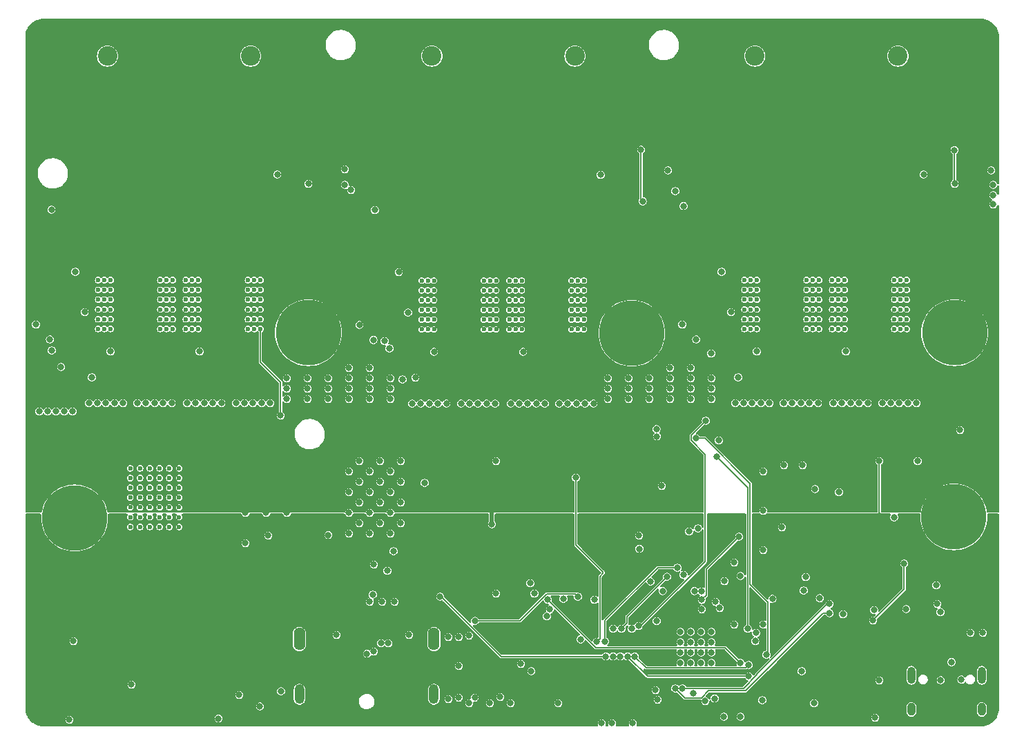
<source format=gbr>
%TF.GenerationSoftware,KiCad,Pcbnew,7.0.1*%
%TF.CreationDate,2023-07-16T00:00:57-05:00*%
%TF.ProjectId,Knockoff Inverter,4b6e6f63-6b6f-4666-9620-496e76657274,rev?*%
%TF.SameCoordinates,Original*%
%TF.FileFunction,Copper,L2,Inr*%
%TF.FilePolarity,Positive*%
%FSLAX46Y46*%
G04 Gerber Fmt 4.6, Leading zero omitted, Abs format (unit mm)*
G04 Created by KiCad (PCBNEW 7.0.1) date 2023-07-16 00:00:57*
%MOMM*%
%LPD*%
G01*
G04 APERTURE LIST*
%TA.AperFunction,ComponentPad*%
%ADD10C,8.000000*%
%TD*%
%TA.AperFunction,ComponentPad*%
%ADD11R,2.400000X2.400000*%
%TD*%
%TA.AperFunction,ComponentPad*%
%ADD12C,2.400000*%
%TD*%
%TA.AperFunction,ComponentPad*%
%ADD13C,0.600000*%
%TD*%
%TA.AperFunction,ComponentPad*%
%ADD14O,1.000000X2.100000*%
%TD*%
%TA.AperFunction,ComponentPad*%
%ADD15O,1.000000X1.600000*%
%TD*%
%TA.AperFunction,ComponentPad*%
%ADD16O,1.400000X2.800000*%
%TD*%
%TA.AperFunction,ComponentPad*%
%ADD17O,1.200000X2.400000*%
%TD*%
%TA.AperFunction,ViaPad*%
%ADD18C,0.800000*%
%TD*%
%TA.AperFunction,Conductor*%
%ADD19C,0.200000*%
%TD*%
%TA.AperFunction,Conductor*%
%ADD20C,0.500000*%
%TD*%
G04 APERTURE END LIST*
D10*
%TO.N,GND*%
%TO.C,J7*%
X208788000Y-85598000D03*
%TD*%
D11*
%TO.N,VBUS*%
%TO.C,C20*%
X122555000Y-36532755D03*
D12*
%TO.N,GND*%
X122555000Y-29032755D03*
%TD*%
D10*
%TO.N,Net-(J8-Pin_1)*%
%TO.C,J8*%
X100965000Y-85725000D03*
%TD*%
D13*
%TO.N,Net-(J8-Pin_1)*%
%TO.C,Q7*%
X110192000Y-86820000D03*
X112592000Y-79620000D03*
X110192000Y-83220000D03*
X113792000Y-86820000D03*
X111392000Y-83220000D03*
X112592000Y-82020000D03*
X112592000Y-86820000D03*
X108992000Y-82020000D03*
X108992000Y-83220000D03*
X113792000Y-82020000D03*
X107792000Y-79620000D03*
X110192000Y-82020000D03*
X111392000Y-80820000D03*
X107792000Y-86820000D03*
X112592000Y-85620000D03*
X110192000Y-79620000D03*
X112592000Y-84420000D03*
X113792000Y-79620000D03*
X107792000Y-82020000D03*
X113792000Y-83220000D03*
X108992000Y-84420000D03*
X111392000Y-86820000D03*
X110192000Y-85620000D03*
X107792000Y-85620000D03*
X111392000Y-84420000D03*
X111392000Y-85620000D03*
X113792000Y-80820000D03*
X113792000Y-84420000D03*
X107792000Y-80820000D03*
X113792000Y-85620000D03*
X108992000Y-86820000D03*
X110192000Y-80820000D03*
X107792000Y-83220000D03*
X111392000Y-82020000D03*
X111392000Y-79620000D03*
X108992000Y-85620000D03*
X112592000Y-80820000D03*
X112592000Y-83220000D03*
X110192000Y-84420000D03*
X108992000Y-80820000D03*
X108992000Y-79620000D03*
X107792000Y-84420000D03*
%TD*%
D11*
%TO.N,VBUS*%
%TO.C,C24*%
X201930000Y-36532755D03*
D12*
%TO.N,GND*%
X201930000Y-29032755D03*
%TD*%
D11*
%TO.N,VBUS*%
%TO.C,C23*%
X184380000Y-36532755D03*
D12*
%TO.N,GND*%
X184380000Y-29032755D03*
%TD*%
D11*
%TO.N,VBUS*%
%TO.C,C21*%
X144780000Y-36532755D03*
D12*
%TO.N,GND*%
X144780000Y-29032755D03*
%TD*%
D11*
%TO.N,VBUS*%
%TO.C,C19*%
X105005000Y-36532755D03*
D12*
%TO.N,GND*%
X105005000Y-29032755D03*
%TD*%
D11*
%TO.N,VBUS*%
%TO.C,C22*%
X162330000Y-36532755D03*
D12*
%TO.N,GND*%
X162330000Y-29032755D03*
%TD*%
D13*
%TO.N,Net-(Q10-D)*%
%TO.C,Q13*%
X193862250Y-62528000D03*
X194624250Y-62528000D03*
X195386250Y-62528000D03*
X201482250Y-62528000D03*
X202244250Y-62528000D03*
X203006250Y-62528000D03*
X193862250Y-61328000D03*
X194624250Y-61328000D03*
X195386250Y-61328000D03*
X201482250Y-61328000D03*
X202244250Y-61328000D03*
X203006250Y-61328000D03*
X193862250Y-60128000D03*
X194624250Y-60128000D03*
X195386250Y-60128000D03*
X201482250Y-60128000D03*
X202244250Y-60128000D03*
X203006250Y-60128000D03*
X193862250Y-58928000D03*
X194624250Y-58928000D03*
X195386250Y-58928000D03*
X201482250Y-58928000D03*
X202244250Y-58928000D03*
X203006250Y-58928000D03*
X193862250Y-57728000D03*
X194624250Y-57728000D03*
X195386250Y-57728000D03*
X201482250Y-57728000D03*
X202244250Y-57728000D03*
X203006250Y-57728000D03*
X193862250Y-56528000D03*
X194624250Y-56528000D03*
X195386250Y-56528000D03*
X201482250Y-56528000D03*
X202244250Y-56528000D03*
X203006250Y-56528000D03*
%TD*%
%TO.N,Net-(Q12-D)*%
%TO.C,Q12*%
X154276350Y-62578800D03*
X155038350Y-62578800D03*
X155800350Y-62578800D03*
X161896350Y-62578800D03*
X162658350Y-62578800D03*
X163420350Y-62578800D03*
X154276350Y-61378800D03*
X155038350Y-61378800D03*
X155800350Y-61378800D03*
X161896350Y-61378800D03*
X162658350Y-61378800D03*
X163420350Y-61378800D03*
X154276350Y-60178800D03*
X155038350Y-60178800D03*
X155800350Y-60178800D03*
X161896350Y-60178800D03*
X162658350Y-60178800D03*
X163420350Y-60178800D03*
X154276350Y-58978800D03*
X155038350Y-58978800D03*
X155800350Y-58978800D03*
X161896350Y-58978800D03*
X162658350Y-58978800D03*
X163420350Y-58978800D03*
X154276350Y-57778800D03*
X155038350Y-57778800D03*
X155800350Y-57778800D03*
X161896350Y-57778800D03*
X162658350Y-57778800D03*
X163420350Y-57778800D03*
X154276350Y-56578800D03*
X155038350Y-56578800D03*
X155800350Y-56578800D03*
X161896350Y-56578800D03*
X162658350Y-56578800D03*
X163420350Y-56578800D03*
%TD*%
%TO.N,Net-(Q1-S)*%
%TO.C,Q11*%
X114614250Y-62528000D03*
X115376250Y-62528000D03*
X116138250Y-62528000D03*
X122234250Y-62528000D03*
X122996250Y-62528000D03*
X123758250Y-62528000D03*
X114614250Y-61328000D03*
X115376250Y-61328000D03*
X116138250Y-61328000D03*
X122234250Y-61328000D03*
X122996250Y-61328000D03*
X123758250Y-61328000D03*
X114614250Y-60128000D03*
X115376250Y-60128000D03*
X116138250Y-60128000D03*
X122234250Y-60128000D03*
X122996250Y-60128000D03*
X123758250Y-60128000D03*
X114614250Y-58928000D03*
X115376250Y-58928000D03*
X116138250Y-58928000D03*
X122234250Y-58928000D03*
X122996250Y-58928000D03*
X123758250Y-58928000D03*
X114614250Y-57728000D03*
X115376250Y-57728000D03*
X116138250Y-57728000D03*
X122234250Y-57728000D03*
X122996250Y-57728000D03*
X123758250Y-57728000D03*
X114614250Y-56528000D03*
X115376250Y-56528000D03*
X116138250Y-56528000D03*
X122234250Y-56528000D03*
X122996250Y-56528000D03*
X123758250Y-56528000D03*
%TD*%
%TO.N,Net-(Q10-D)*%
%TO.C,Q10*%
X183104250Y-62528000D03*
X183866250Y-62528000D03*
X184628250Y-62528000D03*
X190724250Y-62528000D03*
X191486250Y-62528000D03*
X192248250Y-62528000D03*
X183104250Y-61328000D03*
X183866250Y-61328000D03*
X184628250Y-61328000D03*
X190724250Y-61328000D03*
X191486250Y-61328000D03*
X192248250Y-61328000D03*
X183104250Y-60128000D03*
X183866250Y-60128000D03*
X184628250Y-60128000D03*
X190724250Y-60128000D03*
X191486250Y-60128000D03*
X192248250Y-60128000D03*
X183104250Y-58928000D03*
X183866250Y-58928000D03*
X184628250Y-58928000D03*
X190724250Y-58928000D03*
X191486250Y-58928000D03*
X192248250Y-58928000D03*
X183104250Y-57728000D03*
X183866250Y-57728000D03*
X184628250Y-57728000D03*
X190724250Y-57728000D03*
X191486250Y-57728000D03*
X192248250Y-57728000D03*
X183104250Y-56528000D03*
X183866250Y-56528000D03*
X184628250Y-56528000D03*
X190724250Y-56528000D03*
X191486250Y-56528000D03*
X192248250Y-56528000D03*
%TD*%
%TO.N,Net-(Q12-D)*%
%TO.C,Q9*%
X143518350Y-62578800D03*
X144280350Y-62578800D03*
X145042350Y-62578800D03*
X151138350Y-62578800D03*
X151900350Y-62578800D03*
X152662350Y-62578800D03*
X143518350Y-61378800D03*
X144280350Y-61378800D03*
X145042350Y-61378800D03*
X151138350Y-61378800D03*
X151900350Y-61378800D03*
X152662350Y-61378800D03*
X143518350Y-60178800D03*
X144280350Y-60178800D03*
X145042350Y-60178800D03*
X151138350Y-60178800D03*
X151900350Y-60178800D03*
X152662350Y-60178800D03*
X143518350Y-58978800D03*
X144280350Y-58978800D03*
X145042350Y-58978800D03*
X151138350Y-58978800D03*
X151900350Y-58978800D03*
X152662350Y-58978800D03*
X143518350Y-57778800D03*
X144280350Y-57778800D03*
X145042350Y-57778800D03*
X151138350Y-57778800D03*
X151900350Y-57778800D03*
X152662350Y-57778800D03*
X143518350Y-56578800D03*
X144280350Y-56578800D03*
X145042350Y-56578800D03*
X151138350Y-56578800D03*
X151900350Y-56578800D03*
X152662350Y-56578800D03*
%TD*%
%TO.N,Net-(Q1-S)*%
%TO.C,Q8*%
X103856250Y-62528000D03*
X104618250Y-62528000D03*
X105380250Y-62528000D03*
X111476250Y-62528000D03*
X112238250Y-62528000D03*
X113000250Y-62528000D03*
X103856250Y-61328000D03*
X104618250Y-61328000D03*
X105380250Y-61328000D03*
X111476250Y-61328000D03*
X112238250Y-61328000D03*
X113000250Y-61328000D03*
X103856250Y-60128000D03*
X104618250Y-60128000D03*
X105380250Y-60128000D03*
X111476250Y-60128000D03*
X112238250Y-60128000D03*
X113000250Y-60128000D03*
X103856250Y-58928000D03*
X104618250Y-58928000D03*
X105380250Y-58928000D03*
X111476250Y-58928000D03*
X112238250Y-58928000D03*
X113000250Y-58928000D03*
X103856250Y-57728000D03*
X104618250Y-57728000D03*
X105380250Y-57728000D03*
X111476250Y-57728000D03*
X112238250Y-57728000D03*
X113000250Y-57728000D03*
X103856250Y-56528000D03*
X104618250Y-56528000D03*
X105380250Y-56528000D03*
X111476250Y-56528000D03*
X112238250Y-56528000D03*
X113000250Y-56528000D03*
%TD*%
%TO.N,VBUS*%
%TO.C,Q6*%
X194821250Y-45033000D03*
X202021250Y-47433000D03*
X198421250Y-45033000D03*
X194821250Y-48633000D03*
X198421250Y-46233000D03*
X199621250Y-47433000D03*
X194821250Y-47433000D03*
X199621250Y-43833000D03*
X198421250Y-43833000D03*
X199621250Y-48633000D03*
X202021250Y-42633000D03*
X199621250Y-45033000D03*
X200821250Y-46233000D03*
X194821250Y-42633000D03*
X196021250Y-47433000D03*
X202021250Y-45033000D03*
X197221250Y-47433000D03*
X202021250Y-48633000D03*
X199621250Y-42633000D03*
X198421250Y-48633000D03*
X197221250Y-43833000D03*
X194821250Y-46233000D03*
X196021250Y-45033000D03*
X196021250Y-42633000D03*
X197221250Y-46233000D03*
X196021250Y-46233000D03*
X200821250Y-48633000D03*
X197221250Y-48633000D03*
X200821250Y-42633000D03*
X196021250Y-48633000D03*
X194821250Y-43833000D03*
X200821250Y-45033000D03*
X198421250Y-42633000D03*
X199621250Y-46233000D03*
X202021250Y-46233000D03*
X196021250Y-43833000D03*
X200821250Y-47433000D03*
X198421250Y-47433000D03*
X197221250Y-45033000D03*
X200821250Y-43833000D03*
X202021250Y-43833000D03*
X197221250Y-42633000D03*
%TD*%
%TO.N,VBUS*%
%TO.C,Q5*%
X155235350Y-45083800D03*
X162435350Y-47483800D03*
X158835350Y-45083800D03*
X155235350Y-48683800D03*
X158835350Y-46283800D03*
X160035350Y-47483800D03*
X155235350Y-47483800D03*
X160035350Y-43883800D03*
X158835350Y-43883800D03*
X160035350Y-48683800D03*
X162435350Y-42683800D03*
X160035350Y-45083800D03*
X161235350Y-46283800D03*
X155235350Y-42683800D03*
X156435350Y-47483800D03*
X162435350Y-45083800D03*
X157635350Y-47483800D03*
X162435350Y-48683800D03*
X160035350Y-42683800D03*
X158835350Y-48683800D03*
X157635350Y-43883800D03*
X155235350Y-46283800D03*
X156435350Y-45083800D03*
X156435350Y-42683800D03*
X157635350Y-46283800D03*
X156435350Y-46283800D03*
X161235350Y-48683800D03*
X157635350Y-48683800D03*
X161235350Y-42683800D03*
X156435350Y-48683800D03*
X155235350Y-43883800D03*
X161235350Y-45083800D03*
X158835350Y-42683800D03*
X160035350Y-46283800D03*
X162435350Y-46283800D03*
X156435350Y-43883800D03*
X161235350Y-47483800D03*
X158835350Y-47483800D03*
X157635350Y-45083800D03*
X161235350Y-43883800D03*
X162435350Y-43883800D03*
X157635350Y-42683800D03*
%TD*%
%TO.N,VBUS*%
%TO.C,Q4*%
X115573250Y-45033000D03*
X122773250Y-47433000D03*
X119173250Y-45033000D03*
X115573250Y-48633000D03*
X119173250Y-46233000D03*
X120373250Y-47433000D03*
X115573250Y-47433000D03*
X120373250Y-43833000D03*
X119173250Y-43833000D03*
X120373250Y-48633000D03*
X122773250Y-42633000D03*
X120373250Y-45033000D03*
X121573250Y-46233000D03*
X115573250Y-42633000D03*
X116773250Y-47433000D03*
X122773250Y-45033000D03*
X117973250Y-47433000D03*
X122773250Y-48633000D03*
X120373250Y-42633000D03*
X119173250Y-48633000D03*
X117973250Y-43833000D03*
X115573250Y-46233000D03*
X116773250Y-45033000D03*
X116773250Y-42633000D03*
X117973250Y-46233000D03*
X116773250Y-46233000D03*
X121573250Y-48633000D03*
X117973250Y-48633000D03*
X121573250Y-42633000D03*
X116773250Y-48633000D03*
X115573250Y-43833000D03*
X121573250Y-45033000D03*
X119173250Y-42633000D03*
X120373250Y-46233000D03*
X122773250Y-46233000D03*
X116773250Y-43833000D03*
X121573250Y-47433000D03*
X119173250Y-47433000D03*
X117973250Y-45033000D03*
X121573250Y-43833000D03*
X122773250Y-43833000D03*
X117973250Y-42633000D03*
%TD*%
%TO.N,VBUS*%
%TO.C,Q3*%
X184076250Y-45033000D03*
X191276250Y-47433000D03*
X187676250Y-45033000D03*
X184076250Y-48633000D03*
X187676250Y-46233000D03*
X188876250Y-47433000D03*
X184076250Y-47433000D03*
X188876250Y-43833000D03*
X187676250Y-43833000D03*
X188876250Y-48633000D03*
X191276250Y-42633000D03*
X188876250Y-45033000D03*
X190076250Y-46233000D03*
X184076250Y-42633000D03*
X185276250Y-47433000D03*
X191276250Y-45033000D03*
X186476250Y-47433000D03*
X191276250Y-48633000D03*
X188876250Y-42633000D03*
X187676250Y-48633000D03*
X186476250Y-43833000D03*
X184076250Y-46233000D03*
X185276250Y-45033000D03*
X185276250Y-42633000D03*
X186476250Y-46233000D03*
X185276250Y-46233000D03*
X190076250Y-48633000D03*
X186476250Y-48633000D03*
X190076250Y-42633000D03*
X185276250Y-48633000D03*
X184076250Y-43833000D03*
X190076250Y-45033000D03*
X187676250Y-42633000D03*
X188876250Y-46233000D03*
X191276250Y-46233000D03*
X185276250Y-43833000D03*
X190076250Y-47433000D03*
X187676250Y-47433000D03*
X186476250Y-45033000D03*
X190076250Y-43833000D03*
X191276250Y-43833000D03*
X186476250Y-42633000D03*
%TD*%
%TO.N,VBUS*%
%TO.C,Q2*%
X144490350Y-45083800D03*
X151690350Y-47483800D03*
X148090350Y-45083800D03*
X144490350Y-48683800D03*
X148090350Y-46283800D03*
X149290350Y-47483800D03*
X144490350Y-47483800D03*
X149290350Y-43883800D03*
X148090350Y-43883800D03*
X149290350Y-48683800D03*
X151690350Y-42683800D03*
X149290350Y-45083800D03*
X150490350Y-46283800D03*
X144490350Y-42683800D03*
X145690350Y-47483800D03*
X151690350Y-45083800D03*
X146890350Y-47483800D03*
X151690350Y-48683800D03*
X149290350Y-42683800D03*
X148090350Y-48683800D03*
X146890350Y-43883800D03*
X144490350Y-46283800D03*
X145690350Y-45083800D03*
X145690350Y-42683800D03*
X146890350Y-46283800D03*
X145690350Y-46283800D03*
X150490350Y-48683800D03*
X146890350Y-48683800D03*
X150490350Y-42683800D03*
X145690350Y-48683800D03*
X144490350Y-43883800D03*
X150490350Y-45083800D03*
X148090350Y-42683800D03*
X149290350Y-46283800D03*
X151690350Y-46283800D03*
X145690350Y-43883800D03*
X150490350Y-47483800D03*
X148090350Y-47483800D03*
X146890350Y-45083800D03*
X150490350Y-43883800D03*
X151690350Y-43883800D03*
X146890350Y-42683800D03*
%TD*%
%TO.N,VBUS*%
%TO.C,Q1*%
X104828250Y-45033000D03*
X112028250Y-47433000D03*
X108428250Y-45033000D03*
X104828250Y-48633000D03*
X108428250Y-46233000D03*
X109628250Y-47433000D03*
X104828250Y-47433000D03*
X109628250Y-43833000D03*
X108428250Y-43833000D03*
X109628250Y-48633000D03*
X112028250Y-42633000D03*
X109628250Y-45033000D03*
X110828250Y-46233000D03*
X104828250Y-42633000D03*
X106028250Y-47433000D03*
X112028250Y-45033000D03*
X107228250Y-47433000D03*
X112028250Y-48633000D03*
X109628250Y-42633000D03*
X108428250Y-48633000D03*
X107228250Y-43833000D03*
X104828250Y-46233000D03*
X106028250Y-45033000D03*
X106028250Y-42633000D03*
X107228250Y-46233000D03*
X106028250Y-46233000D03*
X110828250Y-48633000D03*
X107228250Y-48633000D03*
X110828250Y-42633000D03*
X106028250Y-48633000D03*
X104828250Y-43833000D03*
X110828250Y-45033000D03*
X108428250Y-42633000D03*
X109628250Y-46233000D03*
X112028250Y-46233000D03*
X106028250Y-43833000D03*
X110828250Y-47433000D03*
X108428250Y-47433000D03*
X107228250Y-45033000D03*
X110828250Y-43833000D03*
X112028250Y-43833000D03*
X107228250Y-42633000D03*
%TD*%
D10*
%TO.N,Net-(J5-Pin_1)*%
%TO.C,J5*%
X208883250Y-62992000D03*
%TD*%
%TO.N,Net-(J4-Pin_1)*%
%TO.C,J4*%
X169297350Y-63042799D03*
%TD*%
%TO.N,Net-(J3-Pin_1)*%
%TO.C,J3*%
X129635250Y-62991999D03*
%TD*%
D14*
%TO.N,GND1*%
%TO.C,J2*%
X203577000Y-105040000D03*
D15*
X203577000Y-109220000D03*
D14*
X212217000Y-105040000D03*
D15*
X212217000Y-109220000D03*
%TD*%
D16*
%TO.N,GND*%
%TO.C,J1*%
X128534000Y-100584000D03*
X145034000Y-100584000D03*
D17*
X128534000Y-107364000D03*
X145034000Y-107364000D03*
%TD*%
D18*
%TO.N,+12V*%
X137610850Y-63868300D03*
%TO.N,+3.3V*%
X172212000Y-105918000D03*
%TO.N,GND*%
X150033208Y-107777500D03*
%TO.N,GND_ISO*%
X100838000Y-100838000D03*
X107950000Y-106172000D03*
%TO.N,+5V*%
X100330000Y-110490000D03*
X190627000Y-92964000D03*
%TO.N,/DC INPUT/EN*%
X132080000Y-87826500D03*
%TO.N,VBUS*%
X152136000Y-86477000D03*
%TO.N,Net-(Q1-S)*%
X126238000Y-73152000D03*
X170180000Y-87884000D03*
%TO.N,+5V*%
X208867480Y-40580849D03*
X208883250Y-44704000D03*
X170434000Y-40533500D03*
X129635250Y-44704000D03*
%TO.N,/MCU/TIM_CH3N*%
X182453500Y-88015663D03*
X179959000Y-76200000D03*
X179024500Y-65532000D03*
%TO.N,/MCU/TIM_CH3*%
X178376250Y-73787000D03*
X170116883Y-98983647D03*
%TO.N,/MCU/TIM_CH2*%
X165008840Y-100929160D03*
X162433000Y-80772000D03*
X141179500Y-68707000D03*
%TO.N,+12V*%
X177417000Y-86995000D03*
X187706000Y-86868000D03*
%TO.N,Net-(Q12-D)*%
X172332623Y-74820847D03*
X177165000Y-75946000D03*
%TO.N,VREF_OUT*%
X180657000Y-93479380D03*
%TO.N,/MCU/ADC1_IN2*%
X175641000Y-47442100D03*
X179716785Y-78243785D03*
%TO.N,CAN_RX*%
X198882000Y-98298000D03*
X202692000Y-91313000D03*
%TO.N,GND*%
X156845000Y-93726000D03*
%TO.N,+3.3V*%
X156845000Y-89154000D03*
%TO.N,GND*%
X156972000Y-104521000D03*
%TO.N,+3.3V*%
X161417000Y-104521000D03*
%TO.N,Net-(U2-VDDA)*%
X168021000Y-99314500D03*
X173609000Y-92933300D03*
X163032160Y-100619840D03*
%TO.N,+3.3V*%
X199644000Y-78740000D03*
%TO.N,/DC INPUT/nPGD*%
X162687000Y-95377000D03*
X121920000Y-88826500D03*
X150071143Y-98351272D03*
%TO.N,GND*%
X195199000Y-97536000D03*
%TO.N,/MCU/ADC1_IN1*%
X181864000Y-91186000D03*
X172384500Y-75708836D03*
%TO.N,+5V*%
X191770000Y-82169000D03*
X170633150Y-46852600D03*
X201458193Y-85634193D03*
X213614000Y-47244000D03*
%TO.N,GND*%
X213360000Y-43053000D03*
X173736000Y-43053000D03*
X134112000Y-42926000D03*
%TO.N,VREF_OUT*%
X134874000Y-45466000D03*
%TO.N,/MCU/ADC1_IN1*%
X134112000Y-44831000D03*
%TO.N,VREF_OUT*%
X174625000Y-45593000D03*
%TO.N,/MCU/ADC1_IN3*%
X192350033Y-95576033D03*
X213614000Y-44831000D03*
%TO.N,VREF_OUT*%
X213614000Y-46101000D03*
%TO.N,Net-(Q12-D)*%
X185801000Y-102489000D03*
%TO.N,GND*%
X180594000Y-110109000D03*
X182626000Y-110109000D03*
%TO.N,/DC INPUT/EN*%
X172339000Y-98379500D03*
%TO.N,/MCU/TIM_CH2*%
X138983500Y-64008000D03*
%TO.N,/MCU/TIM_CH2N*%
X139573000Y-64897000D03*
X158877000Y-97790000D03*
X152654000Y-78740000D03*
%TO.N,/MCU/TIM_CH1N*%
X159004000Y-95758000D03*
X99314000Y-67183000D03*
%TO.N,/MCU/TIM_CH1*%
X98171000Y-65151000D03*
X145796000Y-95377000D03*
%TO.N,+5V*%
X159258000Y-96937500D03*
%TO.N,+3.3V*%
X181229000Y-105791000D03*
%TO.N,NSRST*%
X204343000Y-78740000D03*
X184425500Y-100838000D03*
%TO.N,GND*%
X209550000Y-74930000D03*
%TO.N,Net-(D2-K)*%
X174879000Y-91821000D03*
%TO.N,Net-(Q10-D)*%
X190373000Y-94615000D03*
%TO.N,Net-(D3-K)*%
X206629000Y-93980000D03*
X193548000Y-97409000D03*
%TO.N,Net-(D4-K)*%
X206756000Y-96266000D03*
X193548000Y-96266000D03*
%TO.N,SPI_MISO_-*%
X148082000Y-100330000D03*
%TO.N,SPI_MISO_+*%
X146812000Y-100330000D03*
X137668000Y-91440000D03*
%TO.N,SPI_MISO_-*%
X137541000Y-95123000D03*
%TO.N,/MCU/ADC1_IN2*%
X183515000Y-99314000D03*
%TO.N,GND*%
X185415000Y-98801000D03*
%TO.N,/MCU/ADC1_IN1*%
X184531000Y-99822000D03*
%TO.N,/MCU/TIM_CH1N*%
X182626000Y-103505000D03*
%TO.N,/CAN/CAN_TX*%
X123698000Y-108857000D03*
X179455005Y-107878802D03*
%TO.N,CAN_RX*%
X121158000Y-107442000D03*
X178308000Y-108204000D03*
%TO.N,/MCU/TIM_CH1*%
X166113988Y-102716500D03*
%TO.N,/MCU/TIM_CH2*%
X167003491Y-102716500D03*
%TO.N,/MCU/TIM_CH3*%
X167892994Y-102716500D03*
%TO.N,Net-(D2-K)*%
X165989000Y-100871500D03*
%TO.N,+3.3V*%
X170561503Y-102716500D03*
%TO.N,/MCU/USB_DM*%
X168782497Y-102716500D03*
X183642000Y-105156000D03*
%TO.N,/MCU/USB_DP*%
X169672000Y-102716500D03*
X183642000Y-103759000D03*
%TO.N,Net-(U7-VBUS1)*%
X199009000Y-97028000D03*
%TO.N,GND*%
X157353000Y-94996000D03*
X175260000Y-102235000D03*
X175260000Y-100965000D03*
X175260000Y-99695000D03*
X176530000Y-99695000D03*
X176530000Y-100965000D03*
X176530000Y-102235000D03*
X177800000Y-102235000D03*
X177800000Y-100965000D03*
X177800000Y-99695000D03*
X179070000Y-99695000D03*
X179070000Y-100965000D03*
X179070000Y-102235000D03*
X179070000Y-103505000D03*
X177800000Y-103505000D03*
X176530000Y-103505000D03*
X175260000Y-103505000D03*
%TO.N,+3.3V*%
X180746400Y-95808800D03*
%TO.N,GND*%
X126288800Y-106984800D03*
X118618000Y-110337600D03*
%TO.N,+3.3V*%
X118618000Y-106629200D03*
X175384500Y-96937500D03*
%TO.N,GND*%
X173075600Y-94691200D03*
%TO.N,VREF_OUT*%
X171602400Y-93522800D03*
%TO.N,GND*%
X170230800Y-89509600D03*
%TO.N,VREF_OUT*%
X176960700Y-94691200D03*
%TO.N,/MCU/ADC2_IN12*%
X186537600Y-95656400D03*
X177850800Y-94742000D03*
%TO.N,/MCU/TIM_CH3N*%
X177884500Y-95758500D03*
%TO.N,/MCU/TIM_CH2N*%
X177884500Y-96937500D03*
%TO.N,GND*%
X176326800Y-87376000D03*
X182626000Y-92837000D03*
%TO.N,VBUS*%
X175641000Y-92710000D03*
%TO.N,/MCU/SPI1_NSS*%
X154432000Y-108458000D03*
X181864000Y-98806000D03*
%TO.N,/MCU/SPI1_MISO*%
X149352000Y-100157500D03*
X179578000Y-96012000D03*
%TO.N,/MCU/SPI1_SCK*%
X180086000Y-96774000D03*
X146812000Y-107950000D03*
%TO.N,/MCU/SPI1_MOSI*%
X148082000Y-103886000D03*
X172466000Y-108031500D03*
%TO.N,Net-(D3-K)*%
X174624497Y-106639704D03*
%TO.N,Net-(D4-K)*%
X175514000Y-106639704D03*
%TO.N,+3.3V*%
X164338000Y-110915449D03*
%TO.N,GND*%
X169418000Y-110915449D03*
X165608000Y-110915449D03*
X166878000Y-110915449D03*
%TO.N,JTRST*%
X172212000Y-106852500D03*
X176814476Y-107229204D03*
%TO.N,+3.3V*%
X213614000Y-98806000D03*
%TO.N,GND*%
X160274000Y-108458000D03*
X155702000Y-103632000D03*
%TO.N,+3.3V*%
X150622000Y-103632000D03*
X155702000Y-108458000D03*
%TO.N,GND*%
X133096000Y-100076000D03*
%TO.N,+3.3V*%
X135890000Y-94996000D03*
%TO.N,GND*%
X141986000Y-100076000D03*
X140208000Y-96012000D03*
X138684000Y-96012000D03*
X137160000Y-96012000D03*
%TO.N,SPI_nSS_-*%
X136824144Y-102389285D03*
%TO.N,SPI_nSS_+*%
X137668000Y-102108000D03*
X153162000Y-107696000D03*
%TO.N,SPI_nSS_-*%
X151892000Y-108458000D03*
%TO.N,SPI_SCK_-*%
X138556497Y-101092000D03*
%TO.N,SPI_SCK_+*%
X139446000Y-101092000D03*
%TO.N,SPI_SCK_-*%
X149352000Y-108458000D03*
%TO.N,SPI_SCK_+*%
X148082000Y-107777500D03*
%TO.N,GND*%
X190128500Y-104521000D03*
%TO.N,+3.3V*%
X189738000Y-103251000D03*
%TO.N,GND*%
X185293000Y-108077000D03*
%TO.N,Net-(U7-VBUS1)*%
X209708500Y-105568500D03*
X199644000Y-105664000D03*
%TO.N,GND1*%
X191643000Y-108458000D03*
X199136000Y-110236000D03*
X212344000Y-99822000D03*
X210820000Y-99822000D03*
X202946000Y-96901000D03*
X207137000Y-97282000D03*
%TO.N,GND*%
X139319000Y-92202000D03*
X152654000Y-94996000D03*
%TO.N,VBUS*%
X121920000Y-81280000D03*
X121920000Y-85090000D03*
X120650000Y-83185000D03*
X120650000Y-80645000D03*
%TO.N,GND*%
X98679000Y-72644000D03*
%TO.N,VBUS*%
X120650000Y-79375000D03*
X121920000Y-82550000D03*
X121920000Y-83820000D03*
X120650000Y-84455000D03*
X120650000Y-81915000D03*
%TO.N,GND*%
X140081000Y-89789000D03*
%TO.N,VBUS*%
X121920000Y-80010000D03*
%TO.N,GND*%
X100711000Y-72644000D03*
X97663000Y-72644000D03*
X96647000Y-72644000D03*
%TO.N,VBUS*%
X127000000Y-81280000D03*
X125730000Y-83185000D03*
X128270000Y-83185000D03*
X123190000Y-79375000D03*
X123190000Y-84455000D03*
X123190000Y-83185000D03*
X124460000Y-80010000D03*
X123190000Y-80645000D03*
X123190000Y-81915000D03*
%TO.N,GND*%
X99695000Y-72644000D03*
%TO.N,VBUS*%
X125730000Y-84455000D03*
X125730000Y-80645000D03*
X127000000Y-85090000D03*
X127000000Y-82550000D03*
X125730000Y-81915000D03*
X124460000Y-83820000D03*
X125730000Y-79375000D03*
X127000000Y-83820000D03*
X128270000Y-79375000D03*
X128270000Y-80645000D03*
X128270000Y-81915000D03*
%TO.N,GND*%
X124714000Y-87884000D03*
%TO.N,VBUS*%
X127000000Y-80010000D03*
X128270000Y-84455000D03*
X124460000Y-81280000D03*
X124460000Y-85090000D03*
X124460000Y-82550000D03*
%TO.N,GND*%
X190246000Y-79248000D03*
X187960000Y-79248000D03*
X194691000Y-82550000D03*
X185420000Y-80010000D03*
X185420000Y-84836000D03*
X185420000Y-89662000D03*
X167005000Y-99314000D03*
X169291000Y-99314000D03*
X160909000Y-95631000D03*
X164719000Y-95758000D03*
%TO.N,+3.3V*%
X167005000Y-90805000D03*
%TO.N,+12V*%
X172974000Y-81788000D03*
X143891000Y-81407000D03*
%TO.N,GND*%
X140970000Y-86360000D03*
X140970000Y-83820000D03*
X140970000Y-81280000D03*
X140970000Y-78740000D03*
X139700000Y-80010000D03*
X139700000Y-82550000D03*
X139700000Y-85090000D03*
X139700000Y-87630000D03*
X138430000Y-86360000D03*
X138430000Y-83820000D03*
X138430000Y-81280000D03*
X138430000Y-78740000D03*
X137160000Y-82550000D03*
X137160000Y-80010000D03*
X134620000Y-80010000D03*
X134620000Y-82550000D03*
X135890000Y-78740000D03*
X135890000Y-81280000D03*
X135890000Y-83820000D03*
X137160000Y-85090000D03*
X134620000Y-85090000D03*
X135890000Y-86360000D03*
X137160000Y-87630000D03*
X134620000Y-87630000D03*
%TO.N,Net-(J2-D--PadA7)*%
X207171000Y-105641500D03*
X208504500Y-103410498D03*
%TO.N,GND*%
X179070000Y-68580000D03*
X179070000Y-69850000D03*
X179070000Y-71120000D03*
X176530000Y-67310000D03*
X176530000Y-68580000D03*
X176530000Y-69850000D03*
X176530000Y-71120000D03*
X173990000Y-67310000D03*
X173990000Y-68580000D03*
X173990000Y-69850000D03*
X173990000Y-71120000D03*
X171450000Y-68580000D03*
X171450000Y-69850000D03*
X171450000Y-71120000D03*
X168910000Y-68580000D03*
X168910000Y-69850000D03*
X168910000Y-71120000D03*
X166370000Y-68580000D03*
X166370000Y-69850000D03*
X166370000Y-71120000D03*
X139700000Y-68580000D03*
X139700000Y-69850000D03*
X139700000Y-71120000D03*
X137160000Y-67310000D03*
X137160000Y-68580000D03*
X137160000Y-69850000D03*
X137160000Y-71120000D03*
X134620000Y-67310000D03*
X134620000Y-68580000D03*
X134620000Y-69850000D03*
X134620000Y-71120000D03*
X132080000Y-68580000D03*
X132080000Y-69850000D03*
X132080000Y-71120000D03*
X129540000Y-68580000D03*
X129540000Y-69850000D03*
X129540000Y-71120000D03*
X127000000Y-68580000D03*
X127000000Y-69850000D03*
X127000000Y-71120000D03*
%TO.N,VBUS*%
X142373350Y-76885800D03*
X143421100Y-76885800D03*
X144468850Y-76885800D03*
X145516600Y-76885800D03*
X146564350Y-76885800D03*
X150406100Y-76885800D03*
X149358350Y-76885800D03*
X148310600Y-76885800D03*
X151453850Y-76885800D03*
X152501600Y-76885800D03*
X156502100Y-76885800D03*
X155454350Y-76885800D03*
X154406600Y-76885800D03*
X157549850Y-76885800D03*
X158597600Y-76885800D03*
X162471100Y-76885800D03*
X161423350Y-76885800D03*
X160375600Y-76885800D03*
X163518850Y-76885800D03*
X164566600Y-76885800D03*
%TO.N,GND*%
X135896350Y-62026800D03*
X141865350Y-60502800D03*
X142754350Y-68503800D03*
X145040350Y-65328800D03*
X155962350Y-65328800D03*
%TO.N,Net-(Q12-D)*%
X140722350Y-55549800D03*
%TO.N,GND*%
X144468850Y-71678800D03*
X143421100Y-71678800D03*
X142373350Y-71678800D03*
X145516600Y-71678800D03*
X146564350Y-71678800D03*
X151485600Y-71678800D03*
X149390100Y-71678800D03*
X152533350Y-71678800D03*
X148342350Y-71678800D03*
X150437850Y-71678800D03*
X157581600Y-71678800D03*
X155486100Y-71678800D03*
X158629350Y-71678800D03*
X154438350Y-71678800D03*
X156533850Y-71678800D03*
X163550600Y-71678800D03*
X161455100Y-71678800D03*
X164598350Y-71678800D03*
X160407350Y-71678800D03*
X162502850Y-71678800D03*
X165487350Y-43611800D03*
%TO.N,+12V*%
X137801350Y-47929800D03*
%TO.N,VBUS*%
X102711250Y-76835000D03*
X103759000Y-76835000D03*
X104806750Y-76835000D03*
X105854500Y-76835000D03*
X106902250Y-76835000D03*
X110744000Y-76835000D03*
X109696250Y-76835000D03*
X108648500Y-76835000D03*
X111791750Y-76835000D03*
X112839500Y-76835000D03*
X116840000Y-76835000D03*
X115792250Y-76835000D03*
X114744500Y-76835000D03*
X117887750Y-76835000D03*
X118935500Y-76835000D03*
X122809000Y-76835000D03*
X121761250Y-76835000D03*
X120713500Y-76835000D03*
X123856750Y-76835000D03*
X124904500Y-76835000D03*
%TO.N,GND*%
X96234250Y-61976000D03*
X102203250Y-60452000D03*
X103092250Y-68453000D03*
X105378250Y-65278000D03*
X116300250Y-65278000D03*
%TO.N,Net-(Q1-S)*%
X101060250Y-55499000D03*
%TO.N,GND*%
X104806750Y-71628000D03*
X103759000Y-71628000D03*
X102711250Y-71628000D03*
X105854500Y-71628000D03*
X106902250Y-71628000D03*
X111823500Y-71628000D03*
X109728000Y-71628000D03*
X112871250Y-71628000D03*
X108680250Y-71628000D03*
X110775750Y-71628000D03*
X117919500Y-71628000D03*
X115824000Y-71628000D03*
X118967250Y-71628000D03*
X114776250Y-71628000D03*
X116871750Y-71628000D03*
X123888500Y-71628000D03*
X121793000Y-71628000D03*
X124936250Y-71628000D03*
X120745250Y-71628000D03*
X122840750Y-71628000D03*
X125825250Y-43561000D03*
%TO.N,+12V*%
X98139250Y-47879000D03*
X97948750Y-63817500D03*
X177196750Y-63817500D03*
%TO.N,GND*%
X205073250Y-43561000D03*
X202088750Y-71628000D03*
X199993250Y-71628000D03*
X204184250Y-71628000D03*
X201041000Y-71628000D03*
X203136500Y-71628000D03*
X196119750Y-71628000D03*
X194024250Y-71628000D03*
X198215250Y-71628000D03*
X195072000Y-71628000D03*
X197167500Y-71628000D03*
X190023750Y-71628000D03*
X187928250Y-71628000D03*
X192119250Y-71628000D03*
X188976000Y-71628000D03*
X191071500Y-71628000D03*
X186150250Y-71628000D03*
X185102500Y-71628000D03*
X181959250Y-71628000D03*
X183007000Y-71628000D03*
X184054750Y-71628000D03*
%TO.N,Net-(Q10-D)*%
X180308250Y-55499000D03*
%TO.N,GND*%
X195548250Y-65278000D03*
X184626250Y-65278000D03*
X182340250Y-68453000D03*
X181451250Y-60452000D03*
X175482250Y-61976000D03*
%TO.N,VBUS*%
X204152500Y-76835000D03*
X203104750Y-76835000D03*
X199961500Y-76835000D03*
X201009250Y-76835000D03*
X202057000Y-76835000D03*
X198183500Y-76835000D03*
X197135750Y-76835000D03*
X193992500Y-76835000D03*
X195040250Y-76835000D03*
X196088000Y-76835000D03*
X192087500Y-76835000D03*
X191039750Y-76835000D03*
X187896500Y-76835000D03*
X188944250Y-76835000D03*
X189992000Y-76835000D03*
X186150250Y-76835000D03*
X185102500Y-76835000D03*
X184054750Y-76835000D03*
X183007000Y-76835000D03*
X181959250Y-76835000D03*
%TD*%
D19*
%TO.N,+3.3V*%
X199644000Y-78740000D02*
X199644000Y-85598000D01*
%TO.N,+5V*%
X208867480Y-44688230D02*
X208883250Y-44704000D01*
X208867480Y-40580849D02*
X208867480Y-44688230D01*
D20*
%TO.N,VBUS*%
X152136000Y-84338000D02*
X152654000Y-83820000D01*
X152136000Y-86477000D02*
X152136000Y-84338000D01*
D19*
%TO.N,Net-(Q1-S)*%
X123758250Y-66608250D02*
X123758250Y-62528000D01*
X126238000Y-69088000D02*
X123758250Y-66608250D01*
X126238000Y-73152000D02*
X126238000Y-69088000D01*
%TO.N,+5V*%
X170434000Y-46653450D02*
X170633150Y-46852600D01*
X170434000Y-40533500D02*
X170434000Y-46653450D01*
%TO.N,/MCU/TIM_CH3N*%
X178440800Y-95202200D02*
X178440800Y-92028363D01*
X178440800Y-92028363D02*
X182453500Y-88015663D01*
X177884500Y-95758500D02*
X178440800Y-95202200D01*
%TO.N,/MCU/TIM_CH3*%
X176575000Y-75588250D02*
X178376250Y-73787000D01*
X178308000Y-77923387D02*
X176575000Y-76190387D01*
X176575000Y-76190387D02*
X176575000Y-75588250D01*
X178308000Y-91059000D02*
X178308000Y-77923387D01*
X170383353Y-98983647D02*
X178308000Y-91059000D01*
X170116883Y-98983647D02*
X170383353Y-98983647D01*
%TO.N,/MCU/TIM_CH2*%
X165399000Y-100539000D02*
X165008840Y-100929160D01*
X165399000Y-92912446D02*
X165399000Y-100539000D01*
X165762393Y-92549053D02*
X165399000Y-92912446D01*
X165762393Y-92356393D02*
X165762393Y-92549053D01*
X162433000Y-89027000D02*
X165762393Y-92356393D01*
X162433000Y-80772000D02*
X162433000Y-89027000D01*
%TO.N,Net-(Q12-D)*%
X178253387Y-75946000D02*
X177165000Y-75946000D01*
X183805000Y-81497613D02*
X178253387Y-75946000D01*
X183805000Y-88646000D02*
X183805000Y-81497613D01*
X183805000Y-93889000D02*
X183805000Y-88646000D01*
X186005000Y-102285000D02*
X186005000Y-96089000D01*
X185801000Y-102489000D02*
X186005000Y-102285000D01*
X186005000Y-96089000D02*
X183805000Y-93889000D01*
%TO.N,/MCU/ADC1_IN2*%
X183515000Y-82042000D02*
X179716785Y-78243785D01*
X183515000Y-99314000D02*
X183515000Y-82042000D01*
%TO.N,CAN_RX*%
X202692000Y-94488000D02*
X198882000Y-98298000D01*
X202692000Y-91313000D02*
X202692000Y-94488000D01*
%TO.N,Net-(U2-VDDA)*%
X168701000Y-98634500D02*
X168021000Y-99314500D01*
X168701000Y-97841300D02*
X168701000Y-98634500D01*
X173609000Y-92933300D02*
X168701000Y-97841300D01*
%TO.N,/DC INPUT/nPGD*%
X162351000Y-95041000D02*
X162687000Y-95377000D01*
X155576341Y-98351272D02*
X158886613Y-95041000D01*
X158886613Y-95041000D02*
X162351000Y-95041000D01*
X150071143Y-98351272D02*
X155576341Y-98351272D01*
%TO.N,/MCU/TIM_CH1N*%
X180766000Y-101645000D02*
X182626000Y-103505000D01*
X164891000Y-101645000D02*
X180766000Y-101645000D01*
X159004000Y-95758000D02*
X164891000Y-101645000D01*
%TO.N,/MCU/TIM_CH1*%
X145923000Y-95377000D02*
X145796000Y-95377000D01*
X153262500Y-102716500D02*
X149225000Y-98679000D01*
X149225000Y-98679000D02*
X145923000Y-95377000D01*
X166113988Y-102716500D02*
X153262500Y-102716500D01*
%TO.N,Net-(D2-K)*%
X172469813Y-91821000D02*
X174879000Y-91821000D01*
X165989000Y-98301813D02*
X172469813Y-91821000D01*
X165989000Y-100871500D02*
X165989000Y-98301813D01*
%TO.N,Net-(D3-K)*%
X177803796Y-107819204D02*
X178693296Y-106929704D01*
X178693296Y-106929704D02*
X183265296Y-106929704D01*
X183265296Y-106929704D02*
X183896000Y-106299000D01*
X192786000Y-97409000D02*
X193548000Y-97409000D01*
X183896000Y-106299000D02*
X192786000Y-97409000D01*
X175803997Y-107819204D02*
X177803796Y-107819204D01*
X174624497Y-106639704D02*
X175803997Y-107819204D01*
%TO.N,Net-(D4-K)*%
X193294000Y-96266000D02*
X193548000Y-96266000D01*
X184658000Y-104902000D02*
X193294000Y-96266000D01*
X184658000Y-104974387D02*
X184658000Y-104902000D01*
X182992683Y-106639704D02*
X184658000Y-104974387D01*
X175514000Y-106639704D02*
X182992683Y-106639704D01*
%TO.N,/MCU/USB_DM*%
X171221997Y-105156000D02*
X168782497Y-102716500D01*
X183642000Y-105156000D02*
X171221997Y-105156000D01*
%TO.N,/MCU/USB_DP*%
X171050500Y-104095000D02*
X169672000Y-102716500D01*
X183306000Y-104095000D02*
X171050500Y-104095000D01*
X183642000Y-103759000D02*
X183306000Y-104095000D01*
%TD*%
%TA.AperFunction,Conductor*%
%TO.N,VBUS*%
G36*
X212093736Y-24430726D02*
G01*
X212352457Y-24446375D01*
X212367320Y-24448180D01*
X212618575Y-24494225D01*
X212633097Y-24497804D01*
X212876990Y-24573803D01*
X212890967Y-24579104D01*
X213123915Y-24683946D01*
X213137161Y-24690898D01*
X213355768Y-24823051D01*
X213368079Y-24831549D01*
X213569161Y-24989086D01*
X213580369Y-24999016D01*
X213760983Y-25179630D01*
X213770913Y-25190838D01*
X213928446Y-25391914D01*
X213936952Y-25404237D01*
X214069098Y-25622832D01*
X214076057Y-25636091D01*
X214180893Y-25869028D01*
X214186199Y-25883018D01*
X214262191Y-26126886D01*
X214265774Y-26141424D01*
X214311819Y-26392679D01*
X214313624Y-26407544D01*
X214329274Y-26666264D01*
X214329500Y-26673751D01*
X214329500Y-44646960D01*
X214311687Y-44710993D01*
X214263367Y-44756630D01*
X214198421Y-44770758D01*
X214135509Y-44749319D01*
X214092706Y-44698472D01*
X214030878Y-44563089D01*
X213938512Y-44456492D01*
X213819855Y-44380236D01*
X213684523Y-44340500D01*
X213543477Y-44340500D01*
X213408144Y-44380236D01*
X213289487Y-44456492D01*
X213197121Y-44563089D01*
X213138528Y-44691388D01*
X213118456Y-44831000D01*
X213138528Y-44970611D01*
X213197121Y-45098910D01*
X213289487Y-45205507D01*
X213357125Y-45248975D01*
X213408144Y-45281763D01*
X213543477Y-45321500D01*
X213684523Y-45321500D01*
X213819856Y-45281763D01*
X213938512Y-45205507D01*
X214030878Y-45098911D01*
X214081723Y-44987576D01*
X214092706Y-44963528D01*
X214135509Y-44912681D01*
X214198421Y-44891242D01*
X214263367Y-44905370D01*
X214311687Y-44951007D01*
X214329500Y-45015040D01*
X214329500Y-45916960D01*
X214311687Y-45980993D01*
X214263367Y-46026630D01*
X214198421Y-46040758D01*
X214135509Y-46019319D01*
X214092706Y-45968472D01*
X214030878Y-45833089D01*
X213938512Y-45726492D01*
X213819855Y-45650236D01*
X213684523Y-45610500D01*
X213543477Y-45610500D01*
X213408144Y-45650236D01*
X213289487Y-45726492D01*
X213197121Y-45833089D01*
X213138528Y-45961388D01*
X213118456Y-46101000D01*
X213138528Y-46240611D01*
X213197121Y-46368910D01*
X213289487Y-46475507D01*
X213338518Y-46507017D01*
X213408144Y-46551763D01*
X213414136Y-46553522D01*
X213468124Y-46586076D01*
X213499128Y-46640971D01*
X213499131Y-46704017D01*
X213468131Y-46758915D01*
X213414144Y-46791474D01*
X213408148Y-46793234D01*
X213289487Y-46869492D01*
X213197121Y-46976089D01*
X213138528Y-47104388D01*
X213118456Y-47244000D01*
X213138528Y-47383611D01*
X213197121Y-47511910D01*
X213289487Y-47618507D01*
X213356991Y-47661889D01*
X213408144Y-47694763D01*
X213543477Y-47734500D01*
X213684523Y-47734500D01*
X213819856Y-47694763D01*
X213938512Y-47618507D01*
X214030878Y-47511911D01*
X214089471Y-47383611D01*
X214089470Y-47383611D01*
X214092706Y-47376528D01*
X214135509Y-47325681D01*
X214198421Y-47304242D01*
X214263367Y-47318370D01*
X214311687Y-47364007D01*
X214329500Y-47428040D01*
X214329500Y-84966000D01*
X214312887Y-85028000D01*
X214267500Y-85073387D01*
X214205500Y-85090000D01*
X212954866Y-85090000D01*
X212898210Y-85076300D01*
X212854073Y-85038227D01*
X212832208Y-84984195D01*
X212826891Y-84948353D01*
X212804740Y-84799021D01*
X212707085Y-84409159D01*
X212630281Y-84194507D01*
X212571690Y-84030754D01*
X212571689Y-84030752D01*
X212571687Y-84030746D01*
X212399849Y-83667426D01*
X212399848Y-83667424D01*
X212399846Y-83667420D01*
X212193231Y-83322703D01*
X212117061Y-83220000D01*
X211953813Y-82999885D01*
X211683908Y-82702092D01*
X211386115Y-82432187D01*
X211063301Y-82192772D01*
X211063296Y-82192768D01*
X210718579Y-81986153D01*
X210447121Y-81857763D01*
X210355254Y-81814313D01*
X210355251Y-81814312D01*
X210355245Y-81814309D01*
X209976846Y-81678916D01*
X209586980Y-81581260D01*
X209189425Y-81522288D01*
X208788000Y-81502566D01*
X208386574Y-81522288D01*
X207989019Y-81581260D01*
X207599153Y-81678916D01*
X207220754Y-81814309D01*
X206857420Y-81986153D01*
X206512703Y-82192768D01*
X206189886Y-82432186D01*
X205892092Y-82702092D01*
X205622186Y-82999886D01*
X205382768Y-83322703D01*
X205176153Y-83667420D01*
X205004309Y-84030754D01*
X204868916Y-84409153D01*
X204771260Y-84799019D01*
X204743792Y-84984195D01*
X204721927Y-85038227D01*
X204677790Y-85076300D01*
X204621134Y-85090000D01*
X199958500Y-85090000D01*
X199896500Y-85073387D01*
X199851113Y-85028000D01*
X199834500Y-84966000D01*
X199834500Y-79268341D01*
X199849668Y-79208914D01*
X199891460Y-79164026D01*
X199968511Y-79114508D01*
X199973814Y-79108388D01*
X200060878Y-79007911D01*
X200119471Y-78879611D01*
X200139544Y-78740000D01*
X200139544Y-78739999D01*
X203847456Y-78739999D01*
X203867528Y-78879611D01*
X203926121Y-79007910D01*
X204018487Y-79114507D01*
X204137143Y-79190762D01*
X204137144Y-79190763D01*
X204272477Y-79230500D01*
X204413523Y-79230500D01*
X204548856Y-79190763D01*
X204667512Y-79114507D01*
X204759878Y-79007911D01*
X204818471Y-78879611D01*
X204838544Y-78740000D01*
X204818471Y-78600389D01*
X204759878Y-78472089D01*
X204667512Y-78365492D01*
X204548855Y-78289236D01*
X204413523Y-78249500D01*
X204272477Y-78249500D01*
X204137144Y-78289236D01*
X204018487Y-78365492D01*
X203926121Y-78472089D01*
X203867528Y-78600388D01*
X203847456Y-78739999D01*
X200139544Y-78739999D01*
X200119471Y-78600389D01*
X200060878Y-78472089D01*
X199968512Y-78365492D01*
X199849855Y-78289236D01*
X199714523Y-78249500D01*
X199573477Y-78249500D01*
X199438144Y-78289236D01*
X199319487Y-78365492D01*
X199227121Y-78472089D01*
X199168528Y-78600388D01*
X199148456Y-78739999D01*
X199168528Y-78879611D01*
X199227121Y-79007910D01*
X199319488Y-79114508D01*
X199396540Y-79164026D01*
X199438332Y-79208914D01*
X199453500Y-79268341D01*
X199453500Y-84966000D01*
X199436887Y-85028000D01*
X199391500Y-85073387D01*
X199329500Y-85090000D01*
X186022128Y-85090000D01*
X185955089Y-85070315D01*
X185909334Y-85017512D01*
X185899390Y-84948353D01*
X185902601Y-84926019D01*
X185915544Y-84836000D01*
X185895471Y-84696389D01*
X185879182Y-84660722D01*
X185836878Y-84568089D01*
X185744512Y-84461492D01*
X185625855Y-84385236D01*
X185490523Y-84345500D01*
X185349477Y-84345500D01*
X185214144Y-84385236D01*
X185095487Y-84461492D01*
X185003121Y-84568089D01*
X184944528Y-84696388D01*
X184924456Y-84835999D01*
X184940610Y-84948353D01*
X184930666Y-85017512D01*
X184884911Y-85070315D01*
X184817872Y-85090000D01*
X184119500Y-85090000D01*
X184057500Y-85073387D01*
X184012113Y-85028000D01*
X183995500Y-84966000D01*
X183995500Y-82168999D01*
X191274456Y-82168999D01*
X191294528Y-82308611D01*
X191353121Y-82436910D01*
X191445487Y-82543507D01*
X191469886Y-82559187D01*
X191564144Y-82619763D01*
X191699477Y-82659500D01*
X191840523Y-82659500D01*
X191975856Y-82619763D01*
X192084410Y-82549999D01*
X194195456Y-82549999D01*
X194215528Y-82689611D01*
X194274121Y-82817910D01*
X194366487Y-82924507D01*
X194451711Y-82979277D01*
X194485144Y-83000763D01*
X194620477Y-83040500D01*
X194761523Y-83040500D01*
X194896856Y-83000763D01*
X195015512Y-82924507D01*
X195107878Y-82817911D01*
X195166471Y-82689611D01*
X195186544Y-82550000D01*
X195166471Y-82410389D01*
X195166064Y-82409498D01*
X195107878Y-82282089D01*
X195015512Y-82175492D01*
X194896855Y-82099236D01*
X194761523Y-82059500D01*
X194620477Y-82059500D01*
X194485144Y-82099236D01*
X194366487Y-82175492D01*
X194274121Y-82282089D01*
X194215528Y-82410388D01*
X194195456Y-82549999D01*
X192084410Y-82549999D01*
X192094512Y-82543507D01*
X192186878Y-82436911D01*
X192245471Y-82308611D01*
X192265544Y-82169000D01*
X192245471Y-82029389D01*
X192241183Y-82020000D01*
X192186878Y-81901089D01*
X192094512Y-81794492D01*
X191975855Y-81718236D01*
X191840523Y-81678500D01*
X191699477Y-81678500D01*
X191564144Y-81718236D01*
X191445487Y-81794492D01*
X191353121Y-81901089D01*
X191294528Y-82029388D01*
X191274456Y-82168999D01*
X183995500Y-82168999D01*
X183995500Y-81551047D01*
X183999844Y-81525477D01*
X183996280Y-81493842D01*
X183995500Y-81479958D01*
X183995500Y-81476150D01*
X183994651Y-81472431D01*
X183992322Y-81458720D01*
X183988758Y-81427087D01*
X183984805Y-81417545D01*
X183981048Y-81412833D01*
X183964951Y-81392648D01*
X183956902Y-81381304D01*
X183954881Y-81378088D01*
X183954880Y-81378086D01*
X183952188Y-81375394D01*
X183942927Y-81365031D01*
X183926829Y-81344844D01*
X183926828Y-81344843D01*
X183923074Y-81340136D01*
X183901918Y-81325124D01*
X182586794Y-80010000D01*
X184924456Y-80010000D01*
X184944528Y-80149611D01*
X185003121Y-80277910D01*
X185095487Y-80384507D01*
X185167057Y-80430502D01*
X185214144Y-80460763D01*
X185349477Y-80500500D01*
X185490523Y-80500500D01*
X185625856Y-80460763D01*
X185744512Y-80384507D01*
X185836878Y-80277911D01*
X185895471Y-80149611D01*
X185915544Y-80010000D01*
X185895471Y-79870389D01*
X185891056Y-79860722D01*
X185836878Y-79742089D01*
X185744512Y-79635492D01*
X185625855Y-79559236D01*
X185490523Y-79519500D01*
X185349477Y-79519500D01*
X185214144Y-79559236D01*
X185095487Y-79635492D01*
X185003121Y-79742089D01*
X184944528Y-79870388D01*
X184924456Y-80010000D01*
X182586794Y-80010000D01*
X181824794Y-79248000D01*
X187464456Y-79248000D01*
X187484528Y-79387611D01*
X187543121Y-79515910D01*
X187635487Y-79622507D01*
X187655694Y-79635493D01*
X187754144Y-79698763D01*
X187889477Y-79738500D01*
X188030523Y-79738500D01*
X188165856Y-79698763D01*
X188284512Y-79622507D01*
X188376878Y-79515911D01*
X188435471Y-79387611D01*
X188455544Y-79248000D01*
X189750456Y-79248000D01*
X189770528Y-79387611D01*
X189829121Y-79515910D01*
X189921487Y-79622507D01*
X189941694Y-79635493D01*
X190040144Y-79698763D01*
X190175477Y-79738500D01*
X190316523Y-79738500D01*
X190451856Y-79698763D01*
X190570512Y-79622507D01*
X190662878Y-79515911D01*
X190721471Y-79387611D01*
X190741544Y-79248000D01*
X190721471Y-79108389D01*
X190662878Y-78980089D01*
X190662877Y-78980088D01*
X190570512Y-78873492D01*
X190451855Y-78797236D01*
X190316523Y-78757500D01*
X190175477Y-78757500D01*
X190040144Y-78797236D01*
X189921487Y-78873492D01*
X189829121Y-78980089D01*
X189770528Y-79108388D01*
X189750456Y-79248000D01*
X188455544Y-79248000D01*
X188435471Y-79108389D01*
X188376878Y-78980089D01*
X188376877Y-78980088D01*
X188284512Y-78873492D01*
X188165855Y-78797236D01*
X188030523Y-78757500D01*
X187889477Y-78757500D01*
X187754144Y-78797236D01*
X187635487Y-78873492D01*
X187543121Y-78980089D01*
X187484528Y-79108388D01*
X187464456Y-79248000D01*
X181824794Y-79248000D01*
X178776794Y-76200000D01*
X179463456Y-76200000D01*
X179483528Y-76339611D01*
X179542121Y-76467910D01*
X179634487Y-76574507D01*
X179716868Y-76627450D01*
X179753144Y-76650763D01*
X179888477Y-76690500D01*
X180029523Y-76690500D01*
X180164856Y-76650763D01*
X180283512Y-76574507D01*
X180375878Y-76467911D01*
X180434471Y-76339611D01*
X180454544Y-76200000D01*
X180434471Y-76060389D01*
X180424421Y-76038383D01*
X180375878Y-75932089D01*
X180283512Y-75825492D01*
X180164855Y-75749236D01*
X180029523Y-75709500D01*
X179888477Y-75709500D01*
X179753144Y-75749236D01*
X179634487Y-75825492D01*
X179542121Y-75932089D01*
X179483528Y-76060388D01*
X179463456Y-76200000D01*
X178776794Y-76200000D01*
X178425876Y-75849082D01*
X178410865Y-75827926D01*
X178385966Y-75808070D01*
X178375598Y-75798804D01*
X178372914Y-75796120D01*
X178369696Y-75794098D01*
X178358364Y-75786057D01*
X178333463Y-75766200D01*
X178323904Y-75762240D01*
X178292264Y-75758675D01*
X178278568Y-75756348D01*
X178274851Y-75755500D01*
X178274850Y-75755500D01*
X178271042Y-75755500D01*
X178257158Y-75754720D01*
X178225522Y-75751155D01*
X178199953Y-75755500D01*
X177696920Y-75755500D01*
X177650833Y-75746617D01*
X177611349Y-75721242D01*
X177584125Y-75683010D01*
X177581878Y-75678089D01*
X177550062Y-75641371D01*
X177489512Y-75571492D01*
X177397194Y-75512163D01*
X177370856Y-75495237D01*
X177370855Y-75495236D01*
X177370854Y-75495236D01*
X177236324Y-75455735D01*
X177182027Y-75422860D01*
X177151111Y-75367424D01*
X177151677Y-75303952D01*
X177183576Y-75249079D01*
X177502655Y-74930000D01*
X209054456Y-74930000D01*
X209074528Y-75069611D01*
X209133121Y-75197910D01*
X209225487Y-75304507D01*
X209323388Y-75367424D01*
X209344144Y-75380763D01*
X209479477Y-75420500D01*
X209620523Y-75420500D01*
X209755856Y-75380763D01*
X209874512Y-75304507D01*
X209966878Y-75197911D01*
X210025471Y-75069611D01*
X210045544Y-74930000D01*
X210025471Y-74790389D01*
X209966878Y-74662089D01*
X209966877Y-74662088D01*
X209874512Y-74555492D01*
X209755855Y-74479236D01*
X209620523Y-74439500D01*
X209479477Y-74439500D01*
X209344144Y-74479236D01*
X209225487Y-74555492D01*
X209133121Y-74662089D01*
X209074528Y-74790388D01*
X209054456Y-74930000D01*
X177502655Y-74930000D01*
X178137310Y-74295345D01*
X178194323Y-74262880D01*
X178259924Y-74264051D01*
X178305726Y-74277500D01*
X178305727Y-74277500D01*
X178446773Y-74277500D01*
X178582106Y-74237763D01*
X178700762Y-74161507D01*
X178793128Y-74054911D01*
X178851721Y-73926611D01*
X178871794Y-73787000D01*
X178851721Y-73647389D01*
X178849488Y-73642500D01*
X178793128Y-73519089D01*
X178700762Y-73412492D01*
X178582105Y-73336236D01*
X178446773Y-73296500D01*
X178305727Y-73296500D01*
X178170394Y-73336236D01*
X178051737Y-73412492D01*
X177959371Y-73519089D01*
X177900778Y-73647388D01*
X177880706Y-73787000D01*
X177900298Y-73923273D01*
X177895214Y-73980079D01*
X177865241Y-74028600D01*
X176478079Y-75415762D01*
X176456922Y-75430775D01*
X176437066Y-75455673D01*
X176427814Y-75466028D01*
X176425118Y-75468724D01*
X176423089Y-75471953D01*
X176415056Y-75483274D01*
X176395203Y-75508171D01*
X176391240Y-75517737D01*
X176387675Y-75549372D01*
X176385350Y-75563060D01*
X176384500Y-75566786D01*
X176384500Y-75570595D01*
X176383720Y-75584479D01*
X176380155Y-75616114D01*
X176384500Y-75641684D01*
X176384500Y-76136953D01*
X176380155Y-76162522D01*
X176383720Y-76194158D01*
X176384500Y-76208042D01*
X176384500Y-76211851D01*
X176385348Y-76215568D01*
X176387675Y-76229264D01*
X176391240Y-76260904D01*
X176395200Y-76270463D01*
X176415057Y-76295364D01*
X176423098Y-76306696D01*
X176425120Y-76309914D01*
X176427804Y-76312598D01*
X176437070Y-76322966D01*
X176456926Y-76347865D01*
X176478082Y-76362876D01*
X178081181Y-77965975D01*
X178108061Y-78006203D01*
X178117500Y-78053656D01*
X178117500Y-84966000D01*
X178100887Y-85028000D01*
X178055500Y-85073387D01*
X177993500Y-85090000D01*
X162747500Y-85090000D01*
X162685500Y-85073387D01*
X162640113Y-85028000D01*
X162623500Y-84966000D01*
X162623500Y-81787999D01*
X172478456Y-81787999D01*
X172498528Y-81927611D01*
X172557121Y-82055910D01*
X172649487Y-82162507D01*
X172768143Y-82238762D01*
X172768144Y-82238763D01*
X172903477Y-82278500D01*
X173044523Y-82278500D01*
X173179856Y-82238763D01*
X173298512Y-82162507D01*
X173390878Y-82055911D01*
X173449471Y-81927611D01*
X173469544Y-81788000D01*
X173449471Y-81648389D01*
X173441302Y-81630502D01*
X173390878Y-81520089D01*
X173298512Y-81413492D01*
X173179855Y-81337236D01*
X173044523Y-81297500D01*
X172903477Y-81297500D01*
X172768144Y-81337236D01*
X172649487Y-81413492D01*
X172557121Y-81520089D01*
X172498528Y-81648388D01*
X172478456Y-81787999D01*
X162623500Y-81787999D01*
X162623500Y-81300341D01*
X162638668Y-81240914D01*
X162680460Y-81196026D01*
X162757511Y-81146508D01*
X162831844Y-81060723D01*
X162849878Y-81039911D01*
X162908471Y-80911611D01*
X162928544Y-80772000D01*
X162908471Y-80632389D01*
X162884215Y-80579277D01*
X162849878Y-80504089D01*
X162757512Y-80397492D01*
X162638855Y-80321236D01*
X162503523Y-80281500D01*
X162362477Y-80281500D01*
X162227144Y-80321236D01*
X162108487Y-80397492D01*
X162016121Y-80504089D01*
X161957528Y-80632388D01*
X161937456Y-80771999D01*
X161957528Y-80911611D01*
X162016121Y-81039910D01*
X162108488Y-81146508D01*
X162185540Y-81196026D01*
X162227332Y-81240914D01*
X162242500Y-81300341D01*
X162242500Y-84966000D01*
X162225887Y-85028000D01*
X162180500Y-85073387D01*
X162118500Y-85090000D01*
X140302991Y-85090000D01*
X140246171Y-85076216D01*
X140201984Y-85037927D01*
X140180253Y-84983647D01*
X140175471Y-84950388D01*
X140116878Y-84822089D01*
X140024512Y-84715492D01*
X139905855Y-84639236D01*
X139770523Y-84599500D01*
X139629477Y-84599500D01*
X139494144Y-84639236D01*
X139375487Y-84715492D01*
X139283121Y-84822089D01*
X139224528Y-84950388D01*
X139219747Y-84983647D01*
X139198016Y-85037927D01*
X139153829Y-85076216D01*
X139097009Y-85090000D01*
X137762991Y-85090000D01*
X137706171Y-85076216D01*
X137661984Y-85037927D01*
X137640253Y-84983647D01*
X137635471Y-84950388D01*
X137576878Y-84822089D01*
X137484512Y-84715492D01*
X137365855Y-84639236D01*
X137230523Y-84599500D01*
X137089477Y-84599500D01*
X136954144Y-84639236D01*
X136835487Y-84715492D01*
X136743121Y-84822089D01*
X136684528Y-84950388D01*
X136679747Y-84983647D01*
X136658016Y-85037927D01*
X136613829Y-85076216D01*
X136557009Y-85090000D01*
X135222991Y-85090000D01*
X135166171Y-85076216D01*
X135121984Y-85037927D01*
X135100253Y-84983647D01*
X135095471Y-84950388D01*
X135036878Y-84822089D01*
X134944512Y-84715492D01*
X134825855Y-84639236D01*
X134690523Y-84599500D01*
X134549477Y-84599500D01*
X134414144Y-84639236D01*
X134295487Y-84715492D01*
X134203121Y-84822089D01*
X134144528Y-84950388D01*
X134139747Y-84983647D01*
X134118016Y-85037927D01*
X134073829Y-85076216D01*
X134017009Y-85090000D01*
X105113027Y-85090000D01*
X105056371Y-85076300D01*
X105012234Y-85038227D01*
X104990369Y-84984195D01*
X104987670Y-84966000D01*
X104981740Y-84926021D01*
X104884085Y-84536159D01*
X104842522Y-84420000D01*
X107382457Y-84420000D01*
X107402501Y-84546555D01*
X107460673Y-84660722D01*
X107551277Y-84751326D01*
X107665443Y-84809498D01*
X107760164Y-84824500D01*
X107760166Y-84824500D01*
X107823834Y-84824500D01*
X107823836Y-84824500D01*
X107918556Y-84809498D01*
X107975639Y-84780411D01*
X108032723Y-84751326D01*
X108123326Y-84660723D01*
X108181498Y-84546555D01*
X108201542Y-84420000D01*
X108582457Y-84420000D01*
X108602501Y-84546555D01*
X108660673Y-84660722D01*
X108751277Y-84751326D01*
X108865443Y-84809498D01*
X108960164Y-84824500D01*
X108960166Y-84824500D01*
X109023834Y-84824500D01*
X109023836Y-84824500D01*
X109118556Y-84809498D01*
X109175639Y-84780411D01*
X109232723Y-84751326D01*
X109323326Y-84660723D01*
X109381498Y-84546555D01*
X109401542Y-84420000D01*
X109782457Y-84420000D01*
X109802501Y-84546555D01*
X109860673Y-84660722D01*
X109951277Y-84751326D01*
X110065443Y-84809498D01*
X110160164Y-84824500D01*
X110160166Y-84824500D01*
X110223834Y-84824500D01*
X110223836Y-84824500D01*
X110318556Y-84809498D01*
X110375639Y-84780411D01*
X110432723Y-84751326D01*
X110523326Y-84660723D01*
X110581498Y-84546555D01*
X110601542Y-84420000D01*
X110982457Y-84420000D01*
X111002501Y-84546555D01*
X111060673Y-84660722D01*
X111151277Y-84751326D01*
X111265443Y-84809498D01*
X111360164Y-84824500D01*
X111360166Y-84824500D01*
X111423834Y-84824500D01*
X111423836Y-84824500D01*
X111518556Y-84809498D01*
X111575639Y-84780411D01*
X111632723Y-84751326D01*
X111723326Y-84660723D01*
X111781498Y-84546555D01*
X111801542Y-84420000D01*
X112182457Y-84420000D01*
X112202501Y-84546555D01*
X112260673Y-84660722D01*
X112351277Y-84751326D01*
X112465443Y-84809498D01*
X112560164Y-84824500D01*
X112560166Y-84824500D01*
X112623834Y-84824500D01*
X112623836Y-84824500D01*
X112718556Y-84809498D01*
X112775639Y-84780411D01*
X112832723Y-84751326D01*
X112923326Y-84660723D01*
X112981498Y-84546555D01*
X113001542Y-84420000D01*
X113382457Y-84420000D01*
X113402501Y-84546555D01*
X113460673Y-84660722D01*
X113551277Y-84751326D01*
X113665443Y-84809498D01*
X113760164Y-84824500D01*
X113760166Y-84824500D01*
X113823834Y-84824500D01*
X113823836Y-84824500D01*
X113918556Y-84809498D01*
X113975639Y-84780411D01*
X114032723Y-84751326D01*
X114123326Y-84660723D01*
X114181498Y-84546555D01*
X114201542Y-84420000D01*
X114181498Y-84293445D01*
X114181498Y-84293444D01*
X114123326Y-84179277D01*
X114032722Y-84088673D01*
X113918556Y-84030501D01*
X113823836Y-84015500D01*
X113823834Y-84015500D01*
X113760166Y-84015500D01*
X113760164Y-84015500D01*
X113665443Y-84030501D01*
X113551277Y-84088673D01*
X113460673Y-84179277D01*
X113402501Y-84293444D01*
X113382457Y-84420000D01*
X113001542Y-84420000D01*
X112981498Y-84293445D01*
X112981498Y-84293444D01*
X112923326Y-84179277D01*
X112832722Y-84088673D01*
X112718556Y-84030501D01*
X112623836Y-84015500D01*
X112623834Y-84015500D01*
X112560166Y-84015500D01*
X112560164Y-84015500D01*
X112465443Y-84030501D01*
X112351277Y-84088673D01*
X112260673Y-84179277D01*
X112202501Y-84293444D01*
X112182457Y-84420000D01*
X111801542Y-84420000D01*
X111781498Y-84293445D01*
X111781498Y-84293444D01*
X111723326Y-84179277D01*
X111632722Y-84088673D01*
X111518556Y-84030501D01*
X111423836Y-84015500D01*
X111423834Y-84015500D01*
X111360166Y-84015500D01*
X111360164Y-84015500D01*
X111265443Y-84030501D01*
X111151277Y-84088673D01*
X111060673Y-84179277D01*
X111002501Y-84293444D01*
X110982457Y-84420000D01*
X110601542Y-84420000D01*
X110581498Y-84293445D01*
X110581498Y-84293444D01*
X110523326Y-84179277D01*
X110432722Y-84088673D01*
X110318556Y-84030501D01*
X110223836Y-84015500D01*
X110223834Y-84015500D01*
X110160166Y-84015500D01*
X110160164Y-84015500D01*
X110065443Y-84030501D01*
X109951277Y-84088673D01*
X109860673Y-84179277D01*
X109802501Y-84293444D01*
X109782457Y-84420000D01*
X109401542Y-84420000D01*
X109381498Y-84293445D01*
X109381498Y-84293444D01*
X109323326Y-84179277D01*
X109232722Y-84088673D01*
X109118556Y-84030501D01*
X109023836Y-84015500D01*
X109023834Y-84015500D01*
X108960166Y-84015500D01*
X108960164Y-84015500D01*
X108865443Y-84030501D01*
X108751277Y-84088673D01*
X108660673Y-84179277D01*
X108602501Y-84293444D01*
X108582457Y-84420000D01*
X108201542Y-84420000D01*
X108181498Y-84293445D01*
X108181498Y-84293444D01*
X108123326Y-84179277D01*
X108032722Y-84088673D01*
X107918556Y-84030501D01*
X107823836Y-84015500D01*
X107823834Y-84015500D01*
X107760166Y-84015500D01*
X107760164Y-84015500D01*
X107665443Y-84030501D01*
X107551277Y-84088673D01*
X107460673Y-84179277D01*
X107402501Y-84293444D01*
X107382457Y-84420000D01*
X104842522Y-84420000D01*
X104830084Y-84385237D01*
X104748690Y-84157754D01*
X104748689Y-84157752D01*
X104748687Y-84157746D01*
X104588944Y-83819999D01*
X135394456Y-83819999D01*
X135414528Y-83959611D01*
X135473121Y-84087910D01*
X135565487Y-84194507D01*
X135684143Y-84270762D01*
X135684144Y-84270763D01*
X135819477Y-84310500D01*
X135960523Y-84310500D01*
X136095856Y-84270763D01*
X136214512Y-84194507D01*
X136306878Y-84087911D01*
X136365471Y-83959611D01*
X136385544Y-83820000D01*
X136385544Y-83819999D01*
X137934456Y-83819999D01*
X137954528Y-83959611D01*
X138013121Y-84087910D01*
X138105487Y-84194507D01*
X138224143Y-84270762D01*
X138224144Y-84270763D01*
X138359477Y-84310500D01*
X138500523Y-84310500D01*
X138635856Y-84270763D01*
X138754512Y-84194507D01*
X138846878Y-84087911D01*
X138905471Y-83959611D01*
X138925544Y-83820000D01*
X138925544Y-83819999D01*
X140474456Y-83819999D01*
X140494528Y-83959611D01*
X140553121Y-84087910D01*
X140645487Y-84194507D01*
X140764143Y-84270762D01*
X140764144Y-84270763D01*
X140899477Y-84310500D01*
X141040523Y-84310500D01*
X141175856Y-84270763D01*
X141294512Y-84194507D01*
X141386878Y-84087911D01*
X141445471Y-83959611D01*
X141465544Y-83820000D01*
X141445471Y-83680389D01*
X141439548Y-83667420D01*
X141386878Y-83552089D01*
X141294512Y-83445492D01*
X141175855Y-83369236D01*
X141040523Y-83329500D01*
X140899477Y-83329500D01*
X140764144Y-83369236D01*
X140645487Y-83445492D01*
X140553121Y-83552089D01*
X140494528Y-83680388D01*
X140474456Y-83819999D01*
X138925544Y-83819999D01*
X138905471Y-83680389D01*
X138899548Y-83667420D01*
X138846878Y-83552089D01*
X138754512Y-83445492D01*
X138635855Y-83369236D01*
X138500523Y-83329500D01*
X138359477Y-83329500D01*
X138224144Y-83369236D01*
X138105487Y-83445492D01*
X138013121Y-83552089D01*
X137954528Y-83680388D01*
X137934456Y-83819999D01*
X136385544Y-83819999D01*
X136365471Y-83680389D01*
X136359548Y-83667420D01*
X136306878Y-83552089D01*
X136214512Y-83445492D01*
X136095855Y-83369236D01*
X135960523Y-83329500D01*
X135819477Y-83329500D01*
X135684144Y-83369236D01*
X135565487Y-83445492D01*
X135473121Y-83552089D01*
X135414528Y-83680388D01*
X135394456Y-83819999D01*
X104588944Y-83819999D01*
X104576849Y-83794426D01*
X104576848Y-83794424D01*
X104576846Y-83794420D01*
X104370231Y-83449703D01*
X104310553Y-83369237D01*
X104199871Y-83219999D01*
X107382457Y-83219999D01*
X107402501Y-83346555D01*
X107460673Y-83460722D01*
X107551277Y-83551326D01*
X107665443Y-83609498D01*
X107760164Y-83624500D01*
X107760166Y-83624500D01*
X107823834Y-83624500D01*
X107823836Y-83624500D01*
X107918556Y-83609498D01*
X107975638Y-83580412D01*
X108032723Y-83551326D01*
X108123326Y-83460723D01*
X108181498Y-83346555D01*
X108201542Y-83220000D01*
X108201542Y-83219999D01*
X108582457Y-83219999D01*
X108602501Y-83346555D01*
X108660673Y-83460722D01*
X108751277Y-83551326D01*
X108865443Y-83609498D01*
X108960164Y-83624500D01*
X108960166Y-83624500D01*
X109023834Y-83624500D01*
X109023836Y-83624500D01*
X109118556Y-83609498D01*
X109175638Y-83580412D01*
X109232723Y-83551326D01*
X109323326Y-83460723D01*
X109381498Y-83346555D01*
X109401542Y-83220000D01*
X109401542Y-83219999D01*
X109782457Y-83219999D01*
X109802501Y-83346555D01*
X109860673Y-83460722D01*
X109951277Y-83551326D01*
X110065443Y-83609498D01*
X110160164Y-83624500D01*
X110160166Y-83624500D01*
X110223834Y-83624500D01*
X110223836Y-83624500D01*
X110318556Y-83609498D01*
X110375638Y-83580412D01*
X110432723Y-83551326D01*
X110523326Y-83460723D01*
X110581498Y-83346555D01*
X110601542Y-83220000D01*
X110601542Y-83219999D01*
X110982457Y-83219999D01*
X111002501Y-83346555D01*
X111060673Y-83460722D01*
X111151277Y-83551326D01*
X111265443Y-83609498D01*
X111360164Y-83624500D01*
X111360166Y-83624500D01*
X111423834Y-83624500D01*
X111423836Y-83624500D01*
X111518556Y-83609498D01*
X111575638Y-83580412D01*
X111632723Y-83551326D01*
X111723326Y-83460723D01*
X111781498Y-83346555D01*
X111801542Y-83220000D01*
X111801542Y-83219999D01*
X112182457Y-83219999D01*
X112202501Y-83346555D01*
X112260673Y-83460722D01*
X112351277Y-83551326D01*
X112465443Y-83609498D01*
X112560164Y-83624500D01*
X112560166Y-83624500D01*
X112623834Y-83624500D01*
X112623836Y-83624500D01*
X112718556Y-83609498D01*
X112775638Y-83580412D01*
X112832723Y-83551326D01*
X112923326Y-83460723D01*
X112981498Y-83346555D01*
X113001542Y-83220000D01*
X113001542Y-83219999D01*
X113382457Y-83219999D01*
X113402501Y-83346555D01*
X113460673Y-83460722D01*
X113551277Y-83551326D01*
X113665443Y-83609498D01*
X113760164Y-83624500D01*
X113760166Y-83624500D01*
X113823834Y-83624500D01*
X113823836Y-83624500D01*
X113918556Y-83609498D01*
X113975638Y-83580412D01*
X114032723Y-83551326D01*
X114123326Y-83460723D01*
X114181498Y-83346555D01*
X114201542Y-83220000D01*
X114186794Y-83126886D01*
X114181498Y-83093444D01*
X114123326Y-82979277D01*
X114032722Y-82888673D01*
X113918556Y-82830501D01*
X113823836Y-82815500D01*
X113823834Y-82815500D01*
X113760166Y-82815500D01*
X113760164Y-82815500D01*
X113665443Y-82830501D01*
X113551277Y-82888673D01*
X113460673Y-82979277D01*
X113402501Y-83093444D01*
X113382457Y-83219999D01*
X113001542Y-83219999D01*
X112986794Y-83126886D01*
X112981498Y-83093444D01*
X112923326Y-82979277D01*
X112832722Y-82888673D01*
X112718556Y-82830501D01*
X112623836Y-82815500D01*
X112623834Y-82815500D01*
X112560166Y-82815500D01*
X112560164Y-82815500D01*
X112465443Y-82830501D01*
X112351277Y-82888673D01*
X112260673Y-82979277D01*
X112202501Y-83093444D01*
X112182457Y-83219999D01*
X111801542Y-83219999D01*
X111786794Y-83126886D01*
X111781498Y-83093444D01*
X111723326Y-82979277D01*
X111632722Y-82888673D01*
X111518556Y-82830501D01*
X111423836Y-82815500D01*
X111423834Y-82815500D01*
X111360166Y-82815500D01*
X111360164Y-82815500D01*
X111265443Y-82830501D01*
X111151277Y-82888673D01*
X111060673Y-82979277D01*
X111002501Y-83093444D01*
X110982457Y-83219999D01*
X110601542Y-83219999D01*
X110586794Y-83126886D01*
X110581498Y-83093444D01*
X110523326Y-82979277D01*
X110432722Y-82888673D01*
X110318556Y-82830501D01*
X110223836Y-82815500D01*
X110223834Y-82815500D01*
X110160166Y-82815500D01*
X110160164Y-82815500D01*
X110065443Y-82830501D01*
X109951277Y-82888673D01*
X109860673Y-82979277D01*
X109802501Y-83093444D01*
X109782457Y-83219999D01*
X109401542Y-83219999D01*
X109386794Y-83126886D01*
X109381498Y-83093444D01*
X109323326Y-82979277D01*
X109232722Y-82888673D01*
X109118556Y-82830501D01*
X109023836Y-82815500D01*
X109023834Y-82815500D01*
X108960166Y-82815500D01*
X108960164Y-82815500D01*
X108865443Y-82830501D01*
X108751277Y-82888673D01*
X108660673Y-82979277D01*
X108602501Y-83093444D01*
X108582457Y-83219999D01*
X108201542Y-83219999D01*
X108186794Y-83126886D01*
X108181498Y-83093444D01*
X108123326Y-82979277D01*
X108032722Y-82888673D01*
X107918556Y-82830501D01*
X107823836Y-82815500D01*
X107823834Y-82815500D01*
X107760166Y-82815500D01*
X107760164Y-82815500D01*
X107665443Y-82830501D01*
X107551277Y-82888673D01*
X107460673Y-82979277D01*
X107402501Y-83093444D01*
X107382457Y-83219999D01*
X104199871Y-83219999D01*
X104130813Y-83126885D01*
X103860908Y-82829092D01*
X103563115Y-82559187D01*
X103550726Y-82549999D01*
X134124456Y-82549999D01*
X134144528Y-82689611D01*
X134203121Y-82817910D01*
X134295487Y-82924507D01*
X134380711Y-82979277D01*
X134414144Y-83000763D01*
X134549477Y-83040500D01*
X134690523Y-83040500D01*
X134825856Y-83000763D01*
X134944512Y-82924507D01*
X135036878Y-82817911D01*
X135095471Y-82689611D01*
X135115544Y-82550000D01*
X135115544Y-82549999D01*
X136664456Y-82549999D01*
X136684528Y-82689611D01*
X136743121Y-82817910D01*
X136835487Y-82924507D01*
X136920711Y-82979277D01*
X136954144Y-83000763D01*
X137089477Y-83040500D01*
X137230523Y-83040500D01*
X137365856Y-83000763D01*
X137484512Y-82924507D01*
X137576878Y-82817911D01*
X137635471Y-82689611D01*
X137655544Y-82550000D01*
X137655544Y-82549999D01*
X139204456Y-82549999D01*
X139224528Y-82689611D01*
X139283121Y-82817910D01*
X139375487Y-82924507D01*
X139460711Y-82979277D01*
X139494144Y-83000763D01*
X139629477Y-83040500D01*
X139770523Y-83040500D01*
X139905856Y-83000763D01*
X140024512Y-82924507D01*
X140116878Y-82817911D01*
X140175471Y-82689611D01*
X140195544Y-82550000D01*
X140175471Y-82410389D01*
X140175064Y-82409498D01*
X140116878Y-82282089D01*
X140024512Y-82175492D01*
X139905855Y-82099236D01*
X139770523Y-82059500D01*
X139629477Y-82059500D01*
X139494144Y-82099236D01*
X139375487Y-82175492D01*
X139283121Y-82282089D01*
X139224528Y-82410388D01*
X139204456Y-82549999D01*
X137655544Y-82549999D01*
X137635471Y-82410389D01*
X137635064Y-82409498D01*
X137576878Y-82282089D01*
X137484512Y-82175492D01*
X137365855Y-82099236D01*
X137230523Y-82059500D01*
X137089477Y-82059500D01*
X136954144Y-82099236D01*
X136835487Y-82175492D01*
X136743121Y-82282089D01*
X136684528Y-82410388D01*
X136664456Y-82549999D01*
X135115544Y-82549999D01*
X135095471Y-82410389D01*
X135095064Y-82409498D01*
X135036878Y-82282089D01*
X134944512Y-82175492D01*
X134825855Y-82099236D01*
X134690523Y-82059500D01*
X134549477Y-82059500D01*
X134414144Y-82099236D01*
X134295487Y-82175492D01*
X134203121Y-82282089D01*
X134144528Y-82410388D01*
X134124456Y-82549999D01*
X103550726Y-82549999D01*
X103240301Y-82319772D01*
X103240296Y-82319768D01*
X102895579Y-82113153D01*
X102698624Y-82020000D01*
X107382457Y-82020000D01*
X107402501Y-82146555D01*
X107460673Y-82260722D01*
X107551277Y-82351326D01*
X107665443Y-82409498D01*
X107760164Y-82424500D01*
X107760166Y-82424500D01*
X107823834Y-82424500D01*
X107823836Y-82424500D01*
X107918556Y-82409498D01*
X107975639Y-82380411D01*
X108032723Y-82351326D01*
X108123326Y-82260723D01*
X108181498Y-82146555D01*
X108201542Y-82020000D01*
X108582457Y-82020000D01*
X108602501Y-82146555D01*
X108660673Y-82260722D01*
X108751277Y-82351326D01*
X108865443Y-82409498D01*
X108960164Y-82424500D01*
X108960166Y-82424500D01*
X109023834Y-82424500D01*
X109023836Y-82424500D01*
X109118556Y-82409498D01*
X109175639Y-82380411D01*
X109232723Y-82351326D01*
X109323326Y-82260723D01*
X109381498Y-82146555D01*
X109401542Y-82020000D01*
X109782457Y-82020000D01*
X109802501Y-82146555D01*
X109860673Y-82260722D01*
X109951277Y-82351326D01*
X110065443Y-82409498D01*
X110160164Y-82424500D01*
X110160166Y-82424500D01*
X110223834Y-82424500D01*
X110223836Y-82424500D01*
X110318556Y-82409498D01*
X110375639Y-82380411D01*
X110432723Y-82351326D01*
X110523326Y-82260723D01*
X110581498Y-82146555D01*
X110601542Y-82020000D01*
X110982457Y-82020000D01*
X111002501Y-82146555D01*
X111060673Y-82260722D01*
X111151277Y-82351326D01*
X111265443Y-82409498D01*
X111360164Y-82424500D01*
X111360166Y-82424500D01*
X111423834Y-82424500D01*
X111423836Y-82424500D01*
X111518556Y-82409498D01*
X111575639Y-82380411D01*
X111632723Y-82351326D01*
X111723326Y-82260723D01*
X111781498Y-82146555D01*
X111801542Y-82020000D01*
X112182457Y-82020000D01*
X112202501Y-82146555D01*
X112260673Y-82260722D01*
X112351277Y-82351326D01*
X112465443Y-82409498D01*
X112560164Y-82424500D01*
X112560166Y-82424500D01*
X112623834Y-82424500D01*
X112623836Y-82424500D01*
X112718556Y-82409498D01*
X112775639Y-82380411D01*
X112832723Y-82351326D01*
X112923326Y-82260723D01*
X112981498Y-82146555D01*
X113001542Y-82020000D01*
X113382457Y-82020000D01*
X113402501Y-82146555D01*
X113460673Y-82260722D01*
X113551277Y-82351326D01*
X113665443Y-82409498D01*
X113760164Y-82424500D01*
X113760166Y-82424500D01*
X113823834Y-82424500D01*
X113823836Y-82424500D01*
X113918556Y-82409498D01*
X113975639Y-82380411D01*
X114032723Y-82351326D01*
X114123326Y-82260723D01*
X114181498Y-82146555D01*
X114201542Y-82020000D01*
X114196181Y-81986151D01*
X114181498Y-81893444D01*
X114123326Y-81779277D01*
X114032722Y-81688673D01*
X113918556Y-81630501D01*
X113823836Y-81615500D01*
X113823834Y-81615500D01*
X113760166Y-81615500D01*
X113760164Y-81615500D01*
X113665443Y-81630501D01*
X113551277Y-81688673D01*
X113460673Y-81779277D01*
X113402501Y-81893444D01*
X113382457Y-82020000D01*
X113001542Y-82020000D01*
X112996181Y-81986151D01*
X112981498Y-81893444D01*
X112923326Y-81779277D01*
X112832722Y-81688673D01*
X112718556Y-81630501D01*
X112623836Y-81615500D01*
X112623834Y-81615500D01*
X112560166Y-81615500D01*
X112560164Y-81615500D01*
X112465443Y-81630501D01*
X112351277Y-81688673D01*
X112260673Y-81779277D01*
X112202501Y-81893444D01*
X112182457Y-82020000D01*
X111801542Y-82020000D01*
X111796181Y-81986151D01*
X111781498Y-81893444D01*
X111723326Y-81779277D01*
X111632722Y-81688673D01*
X111518556Y-81630501D01*
X111423836Y-81615500D01*
X111423834Y-81615500D01*
X111360166Y-81615500D01*
X111360164Y-81615500D01*
X111265443Y-81630501D01*
X111151277Y-81688673D01*
X111060673Y-81779277D01*
X111002501Y-81893444D01*
X110982457Y-82020000D01*
X110601542Y-82020000D01*
X110596181Y-81986151D01*
X110581498Y-81893444D01*
X110523326Y-81779277D01*
X110432722Y-81688673D01*
X110318556Y-81630501D01*
X110223836Y-81615500D01*
X110223834Y-81615500D01*
X110160166Y-81615500D01*
X110160164Y-81615500D01*
X110065443Y-81630501D01*
X109951277Y-81688673D01*
X109860673Y-81779277D01*
X109802501Y-81893444D01*
X109782457Y-82020000D01*
X109401542Y-82020000D01*
X109396181Y-81986151D01*
X109381498Y-81893444D01*
X109323326Y-81779277D01*
X109232722Y-81688673D01*
X109118556Y-81630501D01*
X109023836Y-81615500D01*
X109023834Y-81615500D01*
X108960166Y-81615500D01*
X108960164Y-81615500D01*
X108865443Y-81630501D01*
X108751277Y-81688673D01*
X108660673Y-81779277D01*
X108602501Y-81893444D01*
X108582457Y-82020000D01*
X108201542Y-82020000D01*
X108196181Y-81986151D01*
X108181498Y-81893444D01*
X108123326Y-81779277D01*
X108032722Y-81688673D01*
X107918556Y-81630501D01*
X107823836Y-81615500D01*
X107823834Y-81615500D01*
X107760166Y-81615500D01*
X107760164Y-81615500D01*
X107665443Y-81630501D01*
X107551277Y-81688673D01*
X107460673Y-81779277D01*
X107402501Y-81893444D01*
X107382457Y-82020000D01*
X102698624Y-82020000D01*
X102627056Y-81986151D01*
X102532254Y-81941313D01*
X102532251Y-81941312D01*
X102532245Y-81941309D01*
X102153846Y-81805916D01*
X101763980Y-81708260D01*
X101366425Y-81649288D01*
X100965000Y-81629566D01*
X100563574Y-81649288D01*
X100166019Y-81708260D01*
X99776153Y-81805916D01*
X99397754Y-81941309D01*
X99034420Y-82113153D01*
X98689703Y-82319768D01*
X98366886Y-82559186D01*
X98069092Y-82829092D01*
X97799186Y-83126886D01*
X97559768Y-83449703D01*
X97353153Y-83794420D01*
X97181309Y-84157754D01*
X97045916Y-84536153D01*
X96948260Y-84926019D01*
X96939631Y-84984195D01*
X96917766Y-85038227D01*
X96873629Y-85076300D01*
X96816973Y-85090000D01*
X95039500Y-85090000D01*
X94977500Y-85073387D01*
X94932113Y-85028000D01*
X94915500Y-84966000D01*
X94915500Y-81280000D01*
X135394456Y-81280000D01*
X135414528Y-81419611D01*
X135473121Y-81547910D01*
X135565487Y-81654507D01*
X135649129Y-81708260D01*
X135684144Y-81730763D01*
X135819477Y-81770500D01*
X135960523Y-81770500D01*
X136095856Y-81730763D01*
X136214512Y-81654507D01*
X136306878Y-81547911D01*
X136365471Y-81419611D01*
X136385544Y-81280000D01*
X137934456Y-81280000D01*
X137954528Y-81419611D01*
X138013121Y-81547910D01*
X138105487Y-81654507D01*
X138189129Y-81708260D01*
X138224144Y-81730763D01*
X138359477Y-81770500D01*
X138500523Y-81770500D01*
X138635856Y-81730763D01*
X138754512Y-81654507D01*
X138846878Y-81547911D01*
X138905471Y-81419611D01*
X138925544Y-81280000D01*
X140474456Y-81280000D01*
X140494528Y-81419611D01*
X140553121Y-81547910D01*
X140645487Y-81654507D01*
X140729129Y-81708260D01*
X140764144Y-81730763D01*
X140899477Y-81770500D01*
X141040523Y-81770500D01*
X141175856Y-81730763D01*
X141294512Y-81654507D01*
X141386878Y-81547911D01*
X141445471Y-81419611D01*
X141447284Y-81407000D01*
X143395456Y-81407000D01*
X143415528Y-81546611D01*
X143474121Y-81674910D01*
X143566487Y-81781507D01*
X143685144Y-81857763D01*
X143820477Y-81897500D01*
X143961523Y-81897500D01*
X144096856Y-81857763D01*
X144215512Y-81781507D01*
X144307878Y-81674911D01*
X144366471Y-81546611D01*
X144386544Y-81407000D01*
X144366471Y-81267389D01*
X144354380Y-81240914D01*
X144307878Y-81139089D01*
X144215512Y-81032492D01*
X144096855Y-80956236D01*
X143961523Y-80916500D01*
X143820477Y-80916500D01*
X143685144Y-80956236D01*
X143566487Y-81032492D01*
X143474121Y-81139089D01*
X143415528Y-81267388D01*
X143395456Y-81407000D01*
X141447284Y-81407000D01*
X141465544Y-81280000D01*
X141445471Y-81140389D01*
X141444877Y-81139089D01*
X141386878Y-81012089D01*
X141294512Y-80905492D01*
X141175855Y-80829236D01*
X141040523Y-80789500D01*
X140899477Y-80789500D01*
X140764144Y-80829236D01*
X140645487Y-80905492D01*
X140553121Y-81012089D01*
X140494528Y-81140388D01*
X140474456Y-81280000D01*
X138925544Y-81280000D01*
X138905471Y-81140389D01*
X138904877Y-81139089D01*
X138846878Y-81012089D01*
X138754512Y-80905492D01*
X138635855Y-80829236D01*
X138500523Y-80789500D01*
X138359477Y-80789500D01*
X138224144Y-80829236D01*
X138105487Y-80905492D01*
X138013121Y-81012089D01*
X137954528Y-81140388D01*
X137934456Y-81280000D01*
X136385544Y-81280000D01*
X136365471Y-81140389D01*
X136364877Y-81139089D01*
X136306878Y-81012089D01*
X136214512Y-80905492D01*
X136095855Y-80829236D01*
X135960523Y-80789500D01*
X135819477Y-80789500D01*
X135684144Y-80829236D01*
X135565487Y-80905492D01*
X135473121Y-81012089D01*
X135414528Y-81140388D01*
X135394456Y-81280000D01*
X94915500Y-81280000D01*
X94915500Y-80819999D01*
X107382457Y-80819999D01*
X107402501Y-80946555D01*
X107460673Y-81060722D01*
X107551277Y-81151326D01*
X107665443Y-81209498D01*
X107760164Y-81224500D01*
X107760166Y-81224500D01*
X107823834Y-81224500D01*
X107823836Y-81224500D01*
X107918556Y-81209498D01*
X107975639Y-81180411D01*
X108032723Y-81151326D01*
X108123326Y-81060723D01*
X108181498Y-80946555D01*
X108201542Y-80820000D01*
X108201542Y-80819999D01*
X108582457Y-80819999D01*
X108602501Y-80946555D01*
X108660673Y-81060722D01*
X108751277Y-81151326D01*
X108865443Y-81209498D01*
X108960164Y-81224500D01*
X108960166Y-81224500D01*
X109023834Y-81224500D01*
X109023836Y-81224500D01*
X109118556Y-81209498D01*
X109175638Y-81180412D01*
X109232723Y-81151326D01*
X109323326Y-81060723D01*
X109381498Y-80946555D01*
X109401542Y-80820000D01*
X109401542Y-80819999D01*
X109782457Y-80819999D01*
X109802501Y-80946555D01*
X109860673Y-81060722D01*
X109951277Y-81151326D01*
X110065443Y-81209498D01*
X110160164Y-81224500D01*
X110160166Y-81224500D01*
X110223834Y-81224500D01*
X110223836Y-81224500D01*
X110318556Y-81209498D01*
X110375638Y-81180412D01*
X110432723Y-81151326D01*
X110523326Y-81060723D01*
X110581498Y-80946555D01*
X110601542Y-80820000D01*
X110601542Y-80819999D01*
X110982457Y-80819999D01*
X111002501Y-80946555D01*
X111060673Y-81060722D01*
X111151277Y-81151326D01*
X111265443Y-81209498D01*
X111360164Y-81224500D01*
X111360166Y-81224500D01*
X111423834Y-81224500D01*
X111423836Y-81224500D01*
X111518556Y-81209498D01*
X111575638Y-81180412D01*
X111632723Y-81151326D01*
X111723326Y-81060723D01*
X111781498Y-80946555D01*
X111801542Y-80820000D01*
X111801542Y-80819999D01*
X112182457Y-80819999D01*
X112202501Y-80946555D01*
X112260673Y-81060722D01*
X112351277Y-81151326D01*
X112465443Y-81209498D01*
X112560164Y-81224500D01*
X112560166Y-81224500D01*
X112623834Y-81224500D01*
X112623836Y-81224500D01*
X112718556Y-81209498D01*
X112775638Y-81180412D01*
X112832723Y-81151326D01*
X112923326Y-81060723D01*
X112981498Y-80946555D01*
X113001542Y-80820000D01*
X113001542Y-80819999D01*
X113382457Y-80819999D01*
X113402501Y-80946555D01*
X113460673Y-81060722D01*
X113551277Y-81151326D01*
X113665443Y-81209498D01*
X113760164Y-81224500D01*
X113760166Y-81224500D01*
X113823834Y-81224500D01*
X113823836Y-81224500D01*
X113918556Y-81209498D01*
X113975638Y-81180412D01*
X114032723Y-81151326D01*
X114123326Y-81060723D01*
X114181498Y-80946555D01*
X114201542Y-80820000D01*
X114196711Y-80789500D01*
X114181498Y-80693444D01*
X114123326Y-80579277D01*
X114032722Y-80488673D01*
X113918556Y-80430501D01*
X113823836Y-80415500D01*
X113823834Y-80415500D01*
X113760166Y-80415500D01*
X113760164Y-80415500D01*
X113665443Y-80430501D01*
X113551277Y-80488673D01*
X113460673Y-80579277D01*
X113402501Y-80693444D01*
X113382457Y-80819999D01*
X113001542Y-80819999D01*
X112996711Y-80789500D01*
X112981498Y-80693444D01*
X112923326Y-80579277D01*
X112832722Y-80488673D01*
X112718556Y-80430501D01*
X112623836Y-80415500D01*
X112623834Y-80415500D01*
X112560166Y-80415500D01*
X112560164Y-80415500D01*
X112465443Y-80430501D01*
X112351277Y-80488673D01*
X112260673Y-80579277D01*
X112202501Y-80693444D01*
X112182457Y-80819999D01*
X111801542Y-80819999D01*
X111796711Y-80789500D01*
X111781498Y-80693444D01*
X111723326Y-80579277D01*
X111632722Y-80488673D01*
X111518556Y-80430501D01*
X111423836Y-80415500D01*
X111423834Y-80415500D01*
X111360166Y-80415500D01*
X111360164Y-80415500D01*
X111265443Y-80430501D01*
X111151277Y-80488673D01*
X111060673Y-80579277D01*
X111002501Y-80693444D01*
X110982457Y-80819999D01*
X110601542Y-80819999D01*
X110596711Y-80789500D01*
X110581498Y-80693444D01*
X110523326Y-80579277D01*
X110432722Y-80488673D01*
X110318556Y-80430501D01*
X110223836Y-80415500D01*
X110223834Y-80415500D01*
X110160166Y-80415500D01*
X110160164Y-80415500D01*
X110065443Y-80430501D01*
X109951277Y-80488673D01*
X109860673Y-80579277D01*
X109802501Y-80693444D01*
X109782457Y-80819999D01*
X109401542Y-80819999D01*
X109396711Y-80789500D01*
X109381498Y-80693444D01*
X109323326Y-80579277D01*
X109232722Y-80488673D01*
X109118556Y-80430501D01*
X109023836Y-80415500D01*
X109023834Y-80415500D01*
X108960166Y-80415500D01*
X108960164Y-80415500D01*
X108865443Y-80430501D01*
X108751277Y-80488673D01*
X108660673Y-80579277D01*
X108602501Y-80693444D01*
X108582457Y-80819999D01*
X108201542Y-80819999D01*
X108196711Y-80789500D01*
X108181498Y-80693444D01*
X108123326Y-80579277D01*
X108032722Y-80488673D01*
X107918556Y-80430501D01*
X107823836Y-80415500D01*
X107823834Y-80415500D01*
X107760166Y-80415500D01*
X107760164Y-80415500D01*
X107665443Y-80430501D01*
X107551277Y-80488673D01*
X107460673Y-80579277D01*
X107402501Y-80693444D01*
X107382457Y-80819999D01*
X94915500Y-80819999D01*
X94915500Y-79620000D01*
X107382457Y-79620000D01*
X107402501Y-79746555D01*
X107460673Y-79860722D01*
X107551277Y-79951326D01*
X107665443Y-80009498D01*
X107760164Y-80024500D01*
X107760166Y-80024500D01*
X107823834Y-80024500D01*
X107823836Y-80024500D01*
X107918556Y-80009498D01*
X107975638Y-79980412D01*
X108032723Y-79951326D01*
X108123326Y-79860723D01*
X108181498Y-79746555D01*
X108201542Y-79620000D01*
X108582457Y-79620000D01*
X108602501Y-79746555D01*
X108660673Y-79860722D01*
X108751277Y-79951326D01*
X108865443Y-80009498D01*
X108960164Y-80024500D01*
X108960166Y-80024500D01*
X109023834Y-80024500D01*
X109023836Y-80024500D01*
X109118556Y-80009498D01*
X109175638Y-79980412D01*
X109232723Y-79951326D01*
X109323326Y-79860723D01*
X109381498Y-79746555D01*
X109401542Y-79620000D01*
X109782457Y-79620000D01*
X109802501Y-79746555D01*
X109860673Y-79860722D01*
X109951277Y-79951326D01*
X110065443Y-80009498D01*
X110160164Y-80024500D01*
X110160166Y-80024500D01*
X110223834Y-80024500D01*
X110223836Y-80024500D01*
X110318556Y-80009498D01*
X110375638Y-79980412D01*
X110432723Y-79951326D01*
X110523326Y-79860723D01*
X110581498Y-79746555D01*
X110601542Y-79620000D01*
X110982457Y-79620000D01*
X111002501Y-79746555D01*
X111060673Y-79860722D01*
X111151277Y-79951326D01*
X111265443Y-80009498D01*
X111360164Y-80024500D01*
X111360166Y-80024500D01*
X111423834Y-80024500D01*
X111423836Y-80024500D01*
X111518556Y-80009498D01*
X111575638Y-79980412D01*
X111632723Y-79951326D01*
X111723326Y-79860723D01*
X111781498Y-79746555D01*
X111801542Y-79620000D01*
X112182457Y-79620000D01*
X112202501Y-79746555D01*
X112260673Y-79860722D01*
X112351277Y-79951326D01*
X112465443Y-80009498D01*
X112560164Y-80024500D01*
X112560166Y-80024500D01*
X112623834Y-80024500D01*
X112623836Y-80024500D01*
X112718556Y-80009498D01*
X112775638Y-79980412D01*
X112832723Y-79951326D01*
X112923326Y-79860723D01*
X112981498Y-79746555D01*
X113001542Y-79620000D01*
X113382457Y-79620000D01*
X113402501Y-79746555D01*
X113460673Y-79860722D01*
X113551277Y-79951326D01*
X113665443Y-80009498D01*
X113760164Y-80024500D01*
X113760166Y-80024500D01*
X113823834Y-80024500D01*
X113823836Y-80024500D01*
X113915386Y-80010000D01*
X134124456Y-80010000D01*
X134144528Y-80149611D01*
X134203121Y-80277910D01*
X134295487Y-80384507D01*
X134367057Y-80430502D01*
X134414144Y-80460763D01*
X134549477Y-80500500D01*
X134690523Y-80500500D01*
X134825856Y-80460763D01*
X134944512Y-80384507D01*
X135036878Y-80277911D01*
X135095471Y-80149611D01*
X135115544Y-80010000D01*
X136664456Y-80010000D01*
X136684528Y-80149611D01*
X136743121Y-80277910D01*
X136835487Y-80384507D01*
X136907057Y-80430502D01*
X136954144Y-80460763D01*
X137089477Y-80500500D01*
X137230523Y-80500500D01*
X137365856Y-80460763D01*
X137484512Y-80384507D01*
X137576878Y-80277911D01*
X137635471Y-80149611D01*
X137655544Y-80010000D01*
X139204456Y-80010000D01*
X139224528Y-80149611D01*
X139283121Y-80277910D01*
X139375487Y-80384507D01*
X139447057Y-80430502D01*
X139494144Y-80460763D01*
X139629477Y-80500500D01*
X139770523Y-80500500D01*
X139905856Y-80460763D01*
X140024512Y-80384507D01*
X140116878Y-80277911D01*
X140175471Y-80149611D01*
X140195544Y-80010000D01*
X140175471Y-79870389D01*
X140171056Y-79860722D01*
X140116878Y-79742089D01*
X140024512Y-79635492D01*
X139905855Y-79559236D01*
X139770523Y-79519500D01*
X139629477Y-79519500D01*
X139494144Y-79559236D01*
X139375487Y-79635492D01*
X139283121Y-79742089D01*
X139224528Y-79870388D01*
X139204456Y-80010000D01*
X137655544Y-80010000D01*
X137635471Y-79870389D01*
X137631056Y-79860722D01*
X137576878Y-79742089D01*
X137484512Y-79635492D01*
X137365855Y-79559236D01*
X137230523Y-79519500D01*
X137089477Y-79519500D01*
X136954144Y-79559236D01*
X136835487Y-79635492D01*
X136743121Y-79742089D01*
X136684528Y-79870388D01*
X136664456Y-80010000D01*
X135115544Y-80010000D01*
X135095471Y-79870389D01*
X135091056Y-79860722D01*
X135036878Y-79742089D01*
X134944512Y-79635492D01*
X134825855Y-79559236D01*
X134690523Y-79519500D01*
X134549477Y-79519500D01*
X134414144Y-79559236D01*
X134295487Y-79635492D01*
X134203121Y-79742089D01*
X134144528Y-79870388D01*
X134124456Y-80010000D01*
X113915386Y-80010000D01*
X113918556Y-80009498D01*
X113975638Y-79980412D01*
X114032723Y-79951326D01*
X114123326Y-79860723D01*
X114181498Y-79746555D01*
X114201542Y-79620000D01*
X114181498Y-79493445D01*
X114181498Y-79493444D01*
X114123326Y-79379277D01*
X114032722Y-79288673D01*
X113918556Y-79230501D01*
X113823836Y-79215500D01*
X113823834Y-79215500D01*
X113760166Y-79215500D01*
X113760164Y-79215500D01*
X113665443Y-79230501D01*
X113551277Y-79288673D01*
X113460673Y-79379277D01*
X113402501Y-79493444D01*
X113382457Y-79620000D01*
X113001542Y-79620000D01*
X112981498Y-79493445D01*
X112981498Y-79493444D01*
X112923326Y-79379277D01*
X112832722Y-79288673D01*
X112718556Y-79230501D01*
X112623836Y-79215500D01*
X112623834Y-79215500D01*
X112560166Y-79215500D01*
X112560164Y-79215500D01*
X112465443Y-79230501D01*
X112351277Y-79288673D01*
X112260673Y-79379277D01*
X112202501Y-79493444D01*
X112182457Y-79620000D01*
X111801542Y-79620000D01*
X111781498Y-79493445D01*
X111781498Y-79493444D01*
X111723326Y-79379277D01*
X111632722Y-79288673D01*
X111518556Y-79230501D01*
X111423836Y-79215500D01*
X111423834Y-79215500D01*
X111360166Y-79215500D01*
X111360164Y-79215500D01*
X111265443Y-79230501D01*
X111151277Y-79288673D01*
X111060673Y-79379277D01*
X111002501Y-79493444D01*
X110982457Y-79620000D01*
X110601542Y-79620000D01*
X110581498Y-79493445D01*
X110581498Y-79493444D01*
X110523326Y-79379277D01*
X110432722Y-79288673D01*
X110318556Y-79230501D01*
X110223836Y-79215500D01*
X110223834Y-79215500D01*
X110160166Y-79215500D01*
X110160164Y-79215500D01*
X110065443Y-79230501D01*
X109951277Y-79288673D01*
X109860673Y-79379277D01*
X109802501Y-79493444D01*
X109782457Y-79620000D01*
X109401542Y-79620000D01*
X109381498Y-79493445D01*
X109381498Y-79493444D01*
X109323326Y-79379277D01*
X109232722Y-79288673D01*
X109118556Y-79230501D01*
X109023836Y-79215500D01*
X109023834Y-79215500D01*
X108960166Y-79215500D01*
X108960164Y-79215500D01*
X108865443Y-79230501D01*
X108751277Y-79288673D01*
X108660673Y-79379277D01*
X108602501Y-79493444D01*
X108582457Y-79620000D01*
X108201542Y-79620000D01*
X108181498Y-79493445D01*
X108181498Y-79493444D01*
X108123326Y-79379277D01*
X108032722Y-79288673D01*
X107918556Y-79230501D01*
X107823836Y-79215500D01*
X107823834Y-79215500D01*
X107760166Y-79215500D01*
X107760164Y-79215500D01*
X107665443Y-79230501D01*
X107551277Y-79288673D01*
X107460673Y-79379277D01*
X107402501Y-79493444D01*
X107382457Y-79620000D01*
X94915500Y-79620000D01*
X94915500Y-78739999D01*
X135394456Y-78739999D01*
X135414528Y-78879611D01*
X135473121Y-79007910D01*
X135565487Y-79114507D01*
X135684143Y-79190762D01*
X135684144Y-79190763D01*
X135819477Y-79230500D01*
X135960523Y-79230500D01*
X136095856Y-79190763D01*
X136214512Y-79114507D01*
X136306878Y-79007911D01*
X136365471Y-78879611D01*
X136385544Y-78740000D01*
X136385544Y-78739999D01*
X137934456Y-78739999D01*
X137954528Y-78879611D01*
X138013121Y-79007910D01*
X138105487Y-79114507D01*
X138224143Y-79190762D01*
X138224144Y-79190763D01*
X138359477Y-79230500D01*
X138500523Y-79230500D01*
X138635856Y-79190763D01*
X138754512Y-79114507D01*
X138846878Y-79007911D01*
X138905471Y-78879611D01*
X138925544Y-78740000D01*
X138925544Y-78739999D01*
X140474456Y-78739999D01*
X140494528Y-78879611D01*
X140553121Y-79007910D01*
X140645487Y-79114507D01*
X140764143Y-79190762D01*
X140764144Y-79190763D01*
X140899477Y-79230500D01*
X141040523Y-79230500D01*
X141175856Y-79190763D01*
X141294512Y-79114507D01*
X141386878Y-79007911D01*
X141445471Y-78879611D01*
X141465544Y-78740000D01*
X141465544Y-78739999D01*
X152158456Y-78739999D01*
X152178528Y-78879611D01*
X152237121Y-79007910D01*
X152329487Y-79114507D01*
X152448143Y-79190762D01*
X152448144Y-79190763D01*
X152583477Y-79230500D01*
X152724523Y-79230500D01*
X152859856Y-79190763D01*
X152978512Y-79114507D01*
X153070878Y-79007911D01*
X153129471Y-78879611D01*
X153149544Y-78740000D01*
X153129471Y-78600389D01*
X153070878Y-78472089D01*
X152978512Y-78365492D01*
X152859855Y-78289236D01*
X152724523Y-78249500D01*
X152583477Y-78249500D01*
X152448144Y-78289236D01*
X152329487Y-78365492D01*
X152237121Y-78472089D01*
X152178528Y-78600388D01*
X152158456Y-78739999D01*
X141465544Y-78739999D01*
X141445471Y-78600389D01*
X141386878Y-78472089D01*
X141294512Y-78365492D01*
X141175855Y-78289236D01*
X141040523Y-78249500D01*
X140899477Y-78249500D01*
X140764144Y-78289236D01*
X140645487Y-78365492D01*
X140553121Y-78472089D01*
X140494528Y-78600388D01*
X140474456Y-78739999D01*
X138925544Y-78739999D01*
X138905471Y-78600389D01*
X138846878Y-78472089D01*
X138754512Y-78365492D01*
X138635855Y-78289236D01*
X138500523Y-78249500D01*
X138359477Y-78249500D01*
X138224144Y-78289236D01*
X138105487Y-78365492D01*
X138013121Y-78472089D01*
X137954528Y-78600388D01*
X137934456Y-78739999D01*
X136385544Y-78739999D01*
X136365471Y-78600389D01*
X136306878Y-78472089D01*
X136214512Y-78365492D01*
X136095855Y-78289236D01*
X135960523Y-78249500D01*
X135819477Y-78249500D01*
X135684144Y-78289236D01*
X135565487Y-78365492D01*
X135473121Y-78472089D01*
X135414528Y-78600388D01*
X135394456Y-78739999D01*
X94915500Y-78739999D01*
X94915500Y-75505910D01*
X127935779Y-75505910D01*
X127965469Y-75775745D01*
X127978475Y-75825492D01*
X128034132Y-76038384D01*
X128140303Y-76288224D01*
X128281719Y-76519944D01*
X128455368Y-76728604D01*
X128657546Y-76909757D01*
X128883947Y-77059542D01*
X129016426Y-77121646D01*
X129129738Y-77174765D01*
X129129740Y-77174765D01*
X129129743Y-77174767D01*
X129389697Y-77252975D01*
X129658268Y-77292500D01*
X129861781Y-77292500D01*
X129861784Y-77292500D01*
X130064741Y-77277645D01*
X130175492Y-77252974D01*
X130329709Y-77218621D01*
X130583261Y-77121646D01*
X130819991Y-76988786D01*
X131034853Y-76822875D01*
X131223269Y-76627447D01*
X131381223Y-76406668D01*
X131415700Y-76339611D01*
X131443285Y-76285955D01*
X131505348Y-76165244D01*
X131592998Y-75908320D01*
X131617486Y-75775747D01*
X131642306Y-75641371D01*
X131652220Y-75370089D01*
X131639436Y-75253905D01*
X131622530Y-75100253D01*
X131553868Y-74837616D01*
X131546742Y-74820847D01*
X171837079Y-74820847D01*
X171857151Y-74960458D01*
X171915744Y-75088757D01*
X172019786Y-75208828D01*
X172018889Y-75209604D01*
X172035667Y-75226380D01*
X172054092Y-75275773D01*
X172050333Y-75328357D01*
X172025069Y-75374627D01*
X171967621Y-75440925D01*
X171909028Y-75569224D01*
X171888956Y-75708836D01*
X171909028Y-75848447D01*
X171967621Y-75976746D01*
X172059987Y-76083343D01*
X172157389Y-76145939D01*
X172178644Y-76159599D01*
X172313977Y-76199336D01*
X172455023Y-76199336D01*
X172590356Y-76159599D01*
X172709012Y-76083343D01*
X172801378Y-75976747D01*
X172859971Y-75848447D01*
X172880044Y-75708836D01*
X172859971Y-75569225D01*
X172858857Y-75566786D01*
X172801378Y-75440925D01*
X172697337Y-75320855D01*
X172698233Y-75320078D01*
X172681453Y-75303298D01*
X172663029Y-75253905D01*
X172666790Y-75201322D01*
X172692055Y-75155054D01*
X172739541Y-75100253D01*
X172749501Y-75088758D01*
X172808094Y-74960458D01*
X172828167Y-74820847D01*
X172808094Y-74681236D01*
X172749501Y-74552936D01*
X172749500Y-74552935D01*
X172657135Y-74446339D01*
X172538478Y-74370083D01*
X172403146Y-74330347D01*
X172262100Y-74330347D01*
X172126767Y-74370083D01*
X172008110Y-74446339D01*
X171915744Y-74552936D01*
X171857151Y-74681235D01*
X171837079Y-74820847D01*
X131546742Y-74820847D01*
X131447697Y-74587776D01*
X131306281Y-74356056D01*
X131132632Y-74147396D01*
X130930454Y-73966243D01*
X130704053Y-73816458D01*
X130641212Y-73786999D01*
X130458261Y-73701234D01*
X130353397Y-73669685D01*
X130198303Y-73623025D01*
X129929732Y-73583500D01*
X129726219Y-73583500D01*
X129726216Y-73583500D01*
X129523258Y-73598354D01*
X129258292Y-73657378D01*
X129004740Y-73754353D01*
X128768009Y-73887214D01*
X128553145Y-74053125D01*
X128364733Y-74248549D01*
X128206773Y-74469336D01*
X128082654Y-74710750D01*
X127995000Y-74967684D01*
X127945693Y-75234628D01*
X127935779Y-75505910D01*
X94915500Y-75505910D01*
X94915500Y-72643999D01*
X96151456Y-72643999D01*
X96171528Y-72783611D01*
X96230121Y-72911910D01*
X96322487Y-73018507D01*
X96441144Y-73094763D01*
X96576477Y-73134500D01*
X96717523Y-73134500D01*
X96852856Y-73094763D01*
X96971512Y-73018507D01*
X97061287Y-72914900D01*
X97103488Y-72883309D01*
X97155000Y-72872103D01*
X97206512Y-72883309D01*
X97248713Y-72914901D01*
X97338486Y-73018506D01*
X97338488Y-73018507D01*
X97457144Y-73094763D01*
X97592477Y-73134500D01*
X97733523Y-73134500D01*
X97868856Y-73094763D01*
X97987512Y-73018507D01*
X98077287Y-72914900D01*
X98119488Y-72883309D01*
X98171000Y-72872103D01*
X98222512Y-72883309D01*
X98264713Y-72914901D01*
X98354486Y-73018506D01*
X98354488Y-73018507D01*
X98473144Y-73094763D01*
X98608477Y-73134500D01*
X98749523Y-73134500D01*
X98884856Y-73094763D01*
X99003512Y-73018507D01*
X99093287Y-72914900D01*
X99135488Y-72883309D01*
X99187000Y-72872103D01*
X99238512Y-72883309D01*
X99280713Y-72914901D01*
X99370486Y-73018506D01*
X99370488Y-73018507D01*
X99489144Y-73094763D01*
X99624477Y-73134500D01*
X99765523Y-73134500D01*
X99900856Y-73094763D01*
X100019512Y-73018507D01*
X100109287Y-72914900D01*
X100151488Y-72883309D01*
X100203000Y-72872103D01*
X100254512Y-72883309D01*
X100296713Y-72914901D01*
X100386486Y-73018506D01*
X100386488Y-73018507D01*
X100505144Y-73094763D01*
X100640477Y-73134500D01*
X100781523Y-73134500D01*
X100916856Y-73094763D01*
X101035512Y-73018507D01*
X101127878Y-72911911D01*
X101186471Y-72783611D01*
X101206544Y-72644000D01*
X101186471Y-72504389D01*
X101127878Y-72376089D01*
X101125287Y-72373099D01*
X101035512Y-72269492D01*
X100916855Y-72193236D01*
X100781523Y-72153500D01*
X100640477Y-72153500D01*
X100505144Y-72193236D01*
X100386487Y-72269492D01*
X100296713Y-72373099D01*
X100254512Y-72404690D01*
X100203000Y-72415896D01*
X100151488Y-72404690D01*
X100109287Y-72373099D01*
X100019512Y-72269492D01*
X99900855Y-72193236D01*
X99765523Y-72153500D01*
X99624477Y-72153500D01*
X99489144Y-72193236D01*
X99370487Y-72269492D01*
X99280713Y-72373099D01*
X99238512Y-72404690D01*
X99187000Y-72415896D01*
X99135488Y-72404690D01*
X99093287Y-72373099D01*
X99003512Y-72269492D01*
X98884855Y-72193236D01*
X98749523Y-72153500D01*
X98608477Y-72153500D01*
X98473144Y-72193236D01*
X98354487Y-72269492D01*
X98264713Y-72373099D01*
X98222512Y-72404690D01*
X98171000Y-72415896D01*
X98119488Y-72404690D01*
X98077287Y-72373099D01*
X97987512Y-72269492D01*
X97868855Y-72193236D01*
X97733523Y-72153500D01*
X97592477Y-72153500D01*
X97457144Y-72193236D01*
X97338487Y-72269492D01*
X97248713Y-72373099D01*
X97206512Y-72404690D01*
X97155000Y-72415896D01*
X97103488Y-72404690D01*
X97061287Y-72373099D01*
X96971512Y-72269492D01*
X96852855Y-72193236D01*
X96717523Y-72153500D01*
X96576477Y-72153500D01*
X96441144Y-72193236D01*
X96322487Y-72269492D01*
X96230121Y-72376089D01*
X96171528Y-72504388D01*
X96151456Y-72643999D01*
X94915500Y-72643999D01*
X94915500Y-71627999D01*
X102215706Y-71627999D01*
X102235778Y-71767611D01*
X102294371Y-71895910D01*
X102386737Y-72002507D01*
X102465784Y-72053307D01*
X102505394Y-72078763D01*
X102640727Y-72118500D01*
X102781773Y-72118500D01*
X102917106Y-72078763D01*
X103035762Y-72002507D01*
X103128128Y-71895911D01*
X103128128Y-71895910D01*
X103139803Y-71882437D01*
X103141425Y-71883842D01*
X103156627Y-71864126D01*
X103207037Y-71839339D01*
X103263213Y-71839339D01*
X103313623Y-71864126D01*
X103328824Y-71883842D01*
X103330447Y-71882437D01*
X103434487Y-72002507D01*
X103513534Y-72053307D01*
X103553144Y-72078763D01*
X103688477Y-72118500D01*
X103829523Y-72118500D01*
X103964856Y-72078763D01*
X104083512Y-72002507D01*
X104175878Y-71895911D01*
X104175878Y-71895910D01*
X104187553Y-71882437D01*
X104189175Y-71883842D01*
X104204377Y-71864126D01*
X104254787Y-71839339D01*
X104310963Y-71839339D01*
X104361373Y-71864126D01*
X104376574Y-71883842D01*
X104378197Y-71882437D01*
X104482237Y-72002507D01*
X104561284Y-72053307D01*
X104600894Y-72078763D01*
X104736227Y-72118500D01*
X104877273Y-72118500D01*
X105012606Y-72078763D01*
X105131262Y-72002507D01*
X105223628Y-71895911D01*
X105223628Y-71895910D01*
X105235303Y-71882437D01*
X105236925Y-71883842D01*
X105252127Y-71864126D01*
X105302537Y-71839339D01*
X105358713Y-71839339D01*
X105409123Y-71864126D01*
X105424324Y-71883842D01*
X105425947Y-71882437D01*
X105529987Y-72002507D01*
X105609034Y-72053307D01*
X105648644Y-72078763D01*
X105783977Y-72118500D01*
X105925023Y-72118500D01*
X106060356Y-72078763D01*
X106179012Y-72002507D01*
X106271378Y-71895911D01*
X106271378Y-71895910D01*
X106283053Y-71882437D01*
X106284675Y-71883842D01*
X106299877Y-71864126D01*
X106350287Y-71839339D01*
X106406463Y-71839339D01*
X106456873Y-71864126D01*
X106472074Y-71883842D01*
X106473697Y-71882437D01*
X106577737Y-72002507D01*
X106656784Y-72053307D01*
X106696394Y-72078763D01*
X106831727Y-72118500D01*
X106972773Y-72118500D01*
X107108106Y-72078763D01*
X107226762Y-72002507D01*
X107319128Y-71895911D01*
X107377721Y-71767611D01*
X107397794Y-71628000D01*
X107397794Y-71627999D01*
X108184706Y-71627999D01*
X108204778Y-71767611D01*
X108263371Y-71895910D01*
X108355737Y-72002507D01*
X108434784Y-72053307D01*
X108474394Y-72078763D01*
X108609727Y-72118500D01*
X108750773Y-72118500D01*
X108886106Y-72078763D01*
X109004762Y-72002507D01*
X109097128Y-71895911D01*
X109097128Y-71895910D01*
X109108803Y-71882437D01*
X109110425Y-71883842D01*
X109125627Y-71864126D01*
X109176037Y-71839339D01*
X109232213Y-71839339D01*
X109282623Y-71864126D01*
X109297824Y-71883842D01*
X109299447Y-71882437D01*
X109403487Y-72002507D01*
X109482534Y-72053307D01*
X109522144Y-72078763D01*
X109657477Y-72118500D01*
X109798523Y-72118500D01*
X109933856Y-72078763D01*
X110052512Y-72002507D01*
X110144878Y-71895911D01*
X110144878Y-71895910D01*
X110156553Y-71882437D01*
X110158175Y-71883842D01*
X110173377Y-71864126D01*
X110223787Y-71839339D01*
X110279963Y-71839339D01*
X110330373Y-71864126D01*
X110345574Y-71883842D01*
X110347197Y-71882437D01*
X110451237Y-72002507D01*
X110530284Y-72053307D01*
X110569894Y-72078763D01*
X110705227Y-72118500D01*
X110846273Y-72118500D01*
X110981606Y-72078763D01*
X111100262Y-72002507D01*
X111192628Y-71895911D01*
X111192628Y-71895910D01*
X111204303Y-71882437D01*
X111205925Y-71883842D01*
X111221127Y-71864126D01*
X111271537Y-71839339D01*
X111327713Y-71839339D01*
X111378123Y-71864126D01*
X111393324Y-71883842D01*
X111394947Y-71882437D01*
X111498987Y-72002507D01*
X111578034Y-72053307D01*
X111617644Y-72078763D01*
X111752977Y-72118500D01*
X111894023Y-72118500D01*
X112029356Y-72078763D01*
X112148012Y-72002507D01*
X112240378Y-71895911D01*
X112240378Y-71895910D01*
X112252053Y-71882437D01*
X112253675Y-71883842D01*
X112268877Y-71864126D01*
X112319287Y-71839339D01*
X112375463Y-71839339D01*
X112425873Y-71864126D01*
X112441074Y-71883842D01*
X112442697Y-71882437D01*
X112546737Y-72002507D01*
X112625784Y-72053307D01*
X112665394Y-72078763D01*
X112800727Y-72118500D01*
X112941773Y-72118500D01*
X113077106Y-72078763D01*
X113195762Y-72002507D01*
X113288128Y-71895911D01*
X113346721Y-71767611D01*
X113366794Y-71628000D01*
X113366794Y-71627999D01*
X114280706Y-71627999D01*
X114300778Y-71767611D01*
X114359371Y-71895910D01*
X114451737Y-72002507D01*
X114530784Y-72053307D01*
X114570394Y-72078763D01*
X114705727Y-72118500D01*
X114846773Y-72118500D01*
X114982106Y-72078763D01*
X115100762Y-72002507D01*
X115193128Y-71895911D01*
X115193128Y-71895910D01*
X115204803Y-71882437D01*
X115206425Y-71883842D01*
X115221627Y-71864126D01*
X115272037Y-71839339D01*
X115328213Y-71839339D01*
X115378623Y-71864126D01*
X115393824Y-71883842D01*
X115395447Y-71882437D01*
X115499487Y-72002507D01*
X115578534Y-72053307D01*
X115618144Y-72078763D01*
X115753477Y-72118500D01*
X115894523Y-72118500D01*
X116029856Y-72078763D01*
X116148512Y-72002507D01*
X116240878Y-71895911D01*
X116240878Y-71895910D01*
X116252553Y-71882437D01*
X116254175Y-71883842D01*
X116269377Y-71864126D01*
X116319787Y-71839339D01*
X116375963Y-71839339D01*
X116426373Y-71864126D01*
X116441574Y-71883842D01*
X116443197Y-71882437D01*
X116547237Y-72002507D01*
X116626284Y-72053307D01*
X116665894Y-72078763D01*
X116801227Y-72118500D01*
X116942273Y-72118500D01*
X117077606Y-72078763D01*
X117196262Y-72002507D01*
X117288628Y-71895911D01*
X117288628Y-71895910D01*
X117300303Y-71882437D01*
X117301925Y-71883842D01*
X117317127Y-71864126D01*
X117367537Y-71839339D01*
X117423713Y-71839339D01*
X117474123Y-71864126D01*
X117489324Y-71883842D01*
X117490947Y-71882437D01*
X117594987Y-72002507D01*
X117674034Y-72053307D01*
X117713644Y-72078763D01*
X117848977Y-72118500D01*
X117990023Y-72118500D01*
X118125356Y-72078763D01*
X118244012Y-72002507D01*
X118336378Y-71895911D01*
X118336378Y-71895910D01*
X118348053Y-71882437D01*
X118349675Y-71883842D01*
X118364877Y-71864126D01*
X118415287Y-71839339D01*
X118471463Y-71839339D01*
X118521873Y-71864126D01*
X118537074Y-71883842D01*
X118538697Y-71882437D01*
X118642737Y-72002507D01*
X118721784Y-72053307D01*
X118761394Y-72078763D01*
X118896727Y-72118500D01*
X119037773Y-72118500D01*
X119173106Y-72078763D01*
X119291762Y-72002507D01*
X119384128Y-71895911D01*
X119442721Y-71767611D01*
X119462794Y-71628000D01*
X119462794Y-71627999D01*
X120249706Y-71627999D01*
X120269778Y-71767611D01*
X120328371Y-71895910D01*
X120420737Y-72002507D01*
X120499784Y-72053307D01*
X120539394Y-72078763D01*
X120674727Y-72118500D01*
X120815773Y-72118500D01*
X120951106Y-72078763D01*
X121069762Y-72002507D01*
X121162128Y-71895911D01*
X121162128Y-71895910D01*
X121173803Y-71882437D01*
X121175425Y-71883842D01*
X121190627Y-71864126D01*
X121241037Y-71839339D01*
X121297213Y-71839339D01*
X121347623Y-71864126D01*
X121362824Y-71883842D01*
X121364447Y-71882437D01*
X121468487Y-72002507D01*
X121547534Y-72053307D01*
X121587144Y-72078763D01*
X121722477Y-72118500D01*
X121863523Y-72118500D01*
X121998856Y-72078763D01*
X122117512Y-72002507D01*
X122209878Y-71895911D01*
X122209878Y-71895910D01*
X122221553Y-71882437D01*
X122223175Y-71883842D01*
X122238377Y-71864126D01*
X122288787Y-71839339D01*
X122344963Y-71839339D01*
X122395373Y-71864126D01*
X122410574Y-71883842D01*
X122412197Y-71882437D01*
X122516237Y-72002507D01*
X122595284Y-72053307D01*
X122634894Y-72078763D01*
X122770227Y-72118500D01*
X122911273Y-72118500D01*
X123046606Y-72078763D01*
X123165262Y-72002507D01*
X123257628Y-71895911D01*
X123257628Y-71895910D01*
X123269303Y-71882437D01*
X123270925Y-71883842D01*
X123286127Y-71864126D01*
X123336537Y-71839339D01*
X123392713Y-71839339D01*
X123443123Y-71864126D01*
X123458324Y-71883842D01*
X123459947Y-71882437D01*
X123563987Y-72002507D01*
X123643034Y-72053307D01*
X123682644Y-72078763D01*
X123817977Y-72118500D01*
X123959023Y-72118500D01*
X124094356Y-72078763D01*
X124213012Y-72002507D01*
X124305378Y-71895911D01*
X124305378Y-71895910D01*
X124317053Y-71882437D01*
X124318675Y-71883842D01*
X124333877Y-71864126D01*
X124384287Y-71839339D01*
X124440463Y-71839339D01*
X124490873Y-71864126D01*
X124506074Y-71883842D01*
X124507697Y-71882437D01*
X124611737Y-72002507D01*
X124690784Y-72053307D01*
X124730394Y-72078763D01*
X124865727Y-72118500D01*
X125006773Y-72118500D01*
X125142106Y-72078763D01*
X125260762Y-72002507D01*
X125353128Y-71895911D01*
X125411721Y-71767611D01*
X125431794Y-71628000D01*
X125411721Y-71488389D01*
X125409743Y-71484058D01*
X125353128Y-71360089D01*
X125260762Y-71253492D01*
X125142105Y-71177236D01*
X125006773Y-71137500D01*
X124865727Y-71137500D01*
X124730394Y-71177236D01*
X124611737Y-71253492D01*
X124507697Y-71373563D01*
X124504725Y-71370988D01*
X124479413Y-71400199D01*
X124412375Y-71419883D01*
X124345337Y-71400199D01*
X124320024Y-71370988D01*
X124317053Y-71373563D01*
X124213012Y-71253492D01*
X124094355Y-71177236D01*
X123959023Y-71137500D01*
X123817977Y-71137500D01*
X123682644Y-71177236D01*
X123563987Y-71253492D01*
X123459947Y-71373563D01*
X123456975Y-71370988D01*
X123431663Y-71400199D01*
X123364625Y-71419883D01*
X123297587Y-71400199D01*
X123272274Y-71370988D01*
X123269303Y-71373563D01*
X123165262Y-71253492D01*
X123046605Y-71177236D01*
X122911273Y-71137500D01*
X122770227Y-71137500D01*
X122634894Y-71177236D01*
X122516237Y-71253492D01*
X122412197Y-71373563D01*
X122409225Y-71370988D01*
X122383913Y-71400199D01*
X122316875Y-71419883D01*
X122249837Y-71400199D01*
X122224524Y-71370988D01*
X122221553Y-71373563D01*
X122117512Y-71253492D01*
X121998855Y-71177236D01*
X121863523Y-71137500D01*
X121722477Y-71137500D01*
X121587144Y-71177236D01*
X121468487Y-71253492D01*
X121364447Y-71373563D01*
X121361475Y-71370988D01*
X121336163Y-71400199D01*
X121269125Y-71419883D01*
X121202087Y-71400199D01*
X121176774Y-71370988D01*
X121173803Y-71373563D01*
X121069762Y-71253492D01*
X120951105Y-71177236D01*
X120815773Y-71137500D01*
X120674727Y-71137500D01*
X120539394Y-71177236D01*
X120420737Y-71253492D01*
X120328371Y-71360089D01*
X120269778Y-71488388D01*
X120249706Y-71627999D01*
X119462794Y-71627999D01*
X119442721Y-71488389D01*
X119440743Y-71484058D01*
X119384128Y-71360089D01*
X119291762Y-71253492D01*
X119173105Y-71177236D01*
X119037773Y-71137500D01*
X118896727Y-71137500D01*
X118761394Y-71177236D01*
X118642737Y-71253492D01*
X118538697Y-71373563D01*
X118535725Y-71370988D01*
X118510413Y-71400199D01*
X118443375Y-71419883D01*
X118376337Y-71400199D01*
X118351024Y-71370988D01*
X118348053Y-71373563D01*
X118244012Y-71253492D01*
X118125355Y-71177236D01*
X117990023Y-71137500D01*
X117848977Y-71137500D01*
X117713644Y-71177236D01*
X117594987Y-71253492D01*
X117490947Y-71373563D01*
X117487975Y-71370988D01*
X117462663Y-71400199D01*
X117395625Y-71419883D01*
X117328587Y-71400199D01*
X117303274Y-71370988D01*
X117300303Y-71373563D01*
X117196262Y-71253492D01*
X117077605Y-71177236D01*
X116942273Y-71137500D01*
X116801227Y-71137500D01*
X116665894Y-71177236D01*
X116547237Y-71253492D01*
X116443197Y-71373563D01*
X116440225Y-71370988D01*
X116414913Y-71400199D01*
X116347875Y-71419883D01*
X116280837Y-71400199D01*
X116255524Y-71370988D01*
X116252553Y-71373563D01*
X116148512Y-71253492D01*
X116029855Y-71177236D01*
X115894523Y-71137500D01*
X115753477Y-71137500D01*
X115618144Y-71177236D01*
X115499487Y-71253492D01*
X115395447Y-71373563D01*
X115392475Y-71370988D01*
X115367163Y-71400199D01*
X115300125Y-71419883D01*
X115233087Y-71400199D01*
X115207774Y-71370988D01*
X115204803Y-71373563D01*
X115100762Y-71253492D01*
X114982105Y-71177236D01*
X114846773Y-71137500D01*
X114705727Y-71137500D01*
X114570394Y-71177236D01*
X114451737Y-71253492D01*
X114359371Y-71360089D01*
X114300778Y-71488388D01*
X114280706Y-71627999D01*
X113366794Y-71627999D01*
X113346721Y-71488389D01*
X113344743Y-71484058D01*
X113288128Y-71360089D01*
X113195762Y-71253492D01*
X113077105Y-71177236D01*
X112941773Y-71137500D01*
X112800727Y-71137500D01*
X112665394Y-71177236D01*
X112546737Y-71253492D01*
X112442697Y-71373563D01*
X112439725Y-71370988D01*
X112414413Y-71400199D01*
X112347375Y-71419883D01*
X112280337Y-71400199D01*
X112255024Y-71370988D01*
X112252053Y-71373563D01*
X112148012Y-71253492D01*
X112029355Y-71177236D01*
X111894023Y-71137500D01*
X111752977Y-71137500D01*
X111617644Y-71177236D01*
X111498987Y-71253492D01*
X111394947Y-71373563D01*
X111391975Y-71370988D01*
X111366663Y-71400199D01*
X111299625Y-71419883D01*
X111232587Y-71400199D01*
X111207274Y-71370988D01*
X111204303Y-71373563D01*
X111100262Y-71253492D01*
X110981605Y-71177236D01*
X110846273Y-71137500D01*
X110705227Y-71137500D01*
X110569894Y-71177236D01*
X110451237Y-71253492D01*
X110347197Y-71373563D01*
X110344225Y-71370988D01*
X110318913Y-71400199D01*
X110251875Y-71419883D01*
X110184837Y-71400199D01*
X110159524Y-71370988D01*
X110156553Y-71373563D01*
X110052512Y-71253492D01*
X109933855Y-71177236D01*
X109798523Y-71137500D01*
X109657477Y-71137500D01*
X109522144Y-71177236D01*
X109403487Y-71253492D01*
X109299447Y-71373563D01*
X109296475Y-71370988D01*
X109271163Y-71400199D01*
X109204125Y-71419883D01*
X109137087Y-71400199D01*
X109111774Y-71370988D01*
X109108803Y-71373563D01*
X109004762Y-71253492D01*
X108886105Y-71177236D01*
X108750773Y-71137500D01*
X108609727Y-71137500D01*
X108474394Y-71177236D01*
X108355737Y-71253492D01*
X108263371Y-71360089D01*
X108204778Y-71488388D01*
X108184706Y-71627999D01*
X107397794Y-71627999D01*
X107377721Y-71488389D01*
X107375743Y-71484058D01*
X107319128Y-71360089D01*
X107226762Y-71253492D01*
X107108105Y-71177236D01*
X106972773Y-71137500D01*
X106831727Y-71137500D01*
X106696394Y-71177236D01*
X106577737Y-71253492D01*
X106473697Y-71373563D01*
X106470725Y-71370988D01*
X106445413Y-71400199D01*
X106378375Y-71419883D01*
X106311337Y-71400199D01*
X106286024Y-71370988D01*
X106283053Y-71373563D01*
X106179012Y-71253492D01*
X106060355Y-71177236D01*
X105925023Y-71137500D01*
X105783977Y-71137500D01*
X105648644Y-71177236D01*
X105529987Y-71253492D01*
X105425947Y-71373563D01*
X105422975Y-71370988D01*
X105397663Y-71400199D01*
X105330625Y-71419883D01*
X105263587Y-71400199D01*
X105238274Y-71370988D01*
X105235303Y-71373563D01*
X105131262Y-71253492D01*
X105012605Y-71177236D01*
X104877273Y-71137500D01*
X104736227Y-71137500D01*
X104600894Y-71177236D01*
X104482237Y-71253492D01*
X104378197Y-71373563D01*
X104375225Y-71370988D01*
X104349913Y-71400199D01*
X104282875Y-71419883D01*
X104215837Y-71400199D01*
X104190524Y-71370988D01*
X104187553Y-71373563D01*
X104083512Y-71253492D01*
X103964855Y-71177236D01*
X103829523Y-71137500D01*
X103688477Y-71137500D01*
X103553144Y-71177236D01*
X103434487Y-71253492D01*
X103330447Y-71373563D01*
X103327475Y-71370988D01*
X103302163Y-71400199D01*
X103235125Y-71419883D01*
X103168087Y-71400199D01*
X103142774Y-71370988D01*
X103139803Y-71373563D01*
X103035762Y-71253492D01*
X102917105Y-71177236D01*
X102781773Y-71137500D01*
X102640727Y-71137500D01*
X102505394Y-71177236D01*
X102386737Y-71253492D01*
X102294371Y-71360089D01*
X102235778Y-71488388D01*
X102215706Y-71627999D01*
X94915500Y-71627999D01*
X94915500Y-68452999D01*
X102596706Y-68452999D01*
X102616778Y-68592611D01*
X102675371Y-68720910D01*
X102767737Y-68827507D01*
X102841896Y-68875166D01*
X102886394Y-68903763D01*
X103021727Y-68943500D01*
X103162773Y-68943500D01*
X103298106Y-68903763D01*
X103416762Y-68827507D01*
X103509128Y-68720911D01*
X103567721Y-68592611D01*
X103587794Y-68453000D01*
X103567721Y-68313389D01*
X103567127Y-68312089D01*
X103509128Y-68185089D01*
X103416762Y-68078492D01*
X103298105Y-68002236D01*
X103162773Y-67962500D01*
X103021727Y-67962500D01*
X102886394Y-68002236D01*
X102767737Y-68078492D01*
X102675371Y-68185089D01*
X102616778Y-68313388D01*
X102596706Y-68452999D01*
X94915500Y-68452999D01*
X94915500Y-67183000D01*
X98818456Y-67183000D01*
X98838528Y-67322611D01*
X98897121Y-67450910D01*
X98989487Y-67557507D01*
X99108143Y-67633762D01*
X99108144Y-67633763D01*
X99243477Y-67673500D01*
X99384523Y-67673500D01*
X99519856Y-67633763D01*
X99638512Y-67557507D01*
X99730878Y-67450911D01*
X99789471Y-67322611D01*
X99809544Y-67183000D01*
X99789471Y-67043389D01*
X99788877Y-67042089D01*
X99730878Y-66915089D01*
X99638512Y-66808492D01*
X99519855Y-66732236D01*
X99384523Y-66692500D01*
X99243477Y-66692500D01*
X99108144Y-66732236D01*
X98989487Y-66808492D01*
X98897121Y-66915089D01*
X98838528Y-67043388D01*
X98818456Y-67183000D01*
X94915500Y-67183000D01*
X94915500Y-65151000D01*
X97675456Y-65151000D01*
X97695528Y-65290611D01*
X97754121Y-65418910D01*
X97846487Y-65525507D01*
X97947015Y-65590112D01*
X97965144Y-65601763D01*
X98100477Y-65641500D01*
X98241523Y-65641500D01*
X98376856Y-65601763D01*
X98495512Y-65525507D01*
X98587878Y-65418911D01*
X98646471Y-65290611D01*
X98648284Y-65278000D01*
X104882706Y-65278000D01*
X104902778Y-65417611D01*
X104961371Y-65545910D01*
X105053737Y-65652507D01*
X105132784Y-65703307D01*
X105172394Y-65728763D01*
X105307727Y-65768500D01*
X105448773Y-65768500D01*
X105584106Y-65728763D01*
X105702762Y-65652507D01*
X105795128Y-65545911D01*
X105853721Y-65417611D01*
X105873794Y-65278000D01*
X115804706Y-65278000D01*
X115824778Y-65417611D01*
X115883371Y-65545910D01*
X115975737Y-65652507D01*
X116054784Y-65703307D01*
X116094394Y-65728763D01*
X116229727Y-65768500D01*
X116370773Y-65768500D01*
X116506106Y-65728763D01*
X116624762Y-65652507D01*
X116717128Y-65545911D01*
X116775721Y-65417611D01*
X116795794Y-65278000D01*
X116775721Y-65138389D01*
X116749620Y-65081237D01*
X116717128Y-65010089D01*
X116624762Y-64903492D01*
X116506105Y-64827236D01*
X116370773Y-64787500D01*
X116229727Y-64787500D01*
X116094394Y-64827236D01*
X115975737Y-64903492D01*
X115883371Y-65010089D01*
X115824778Y-65138388D01*
X115804706Y-65278000D01*
X105873794Y-65278000D01*
X105853721Y-65138389D01*
X105827620Y-65081237D01*
X105795128Y-65010089D01*
X105702762Y-64903492D01*
X105584105Y-64827236D01*
X105448773Y-64787500D01*
X105307727Y-64787500D01*
X105172394Y-64827236D01*
X105053737Y-64903492D01*
X104961371Y-65010089D01*
X104902778Y-65138388D01*
X104882706Y-65278000D01*
X98648284Y-65278000D01*
X98666544Y-65151000D01*
X98646471Y-65011389D01*
X98645877Y-65010089D01*
X98587878Y-64883089D01*
X98495512Y-64776492D01*
X98376855Y-64700236D01*
X98241523Y-64660500D01*
X98100477Y-64660500D01*
X97965144Y-64700236D01*
X97846487Y-64776492D01*
X97754121Y-64883089D01*
X97695528Y-65011388D01*
X97675456Y-65151000D01*
X94915500Y-65151000D01*
X94915500Y-63817500D01*
X97453206Y-63817500D01*
X97473278Y-63957111D01*
X97531871Y-64085410D01*
X97624237Y-64192007D01*
X97703284Y-64242807D01*
X97742894Y-64268263D01*
X97878227Y-64308000D01*
X98019273Y-64308000D01*
X98154606Y-64268263D01*
X98273262Y-64192007D01*
X98365628Y-64085411D01*
X98424221Y-63957111D01*
X98444294Y-63817500D01*
X98424221Y-63677889D01*
X98403945Y-63633492D01*
X98365628Y-63549589D01*
X98273262Y-63442992D01*
X98154605Y-63366736D01*
X98019273Y-63327000D01*
X97878227Y-63327000D01*
X97742894Y-63366736D01*
X97624237Y-63442992D01*
X97531871Y-63549589D01*
X97473278Y-63677888D01*
X97453206Y-63817500D01*
X94915500Y-63817500D01*
X94915500Y-62527999D01*
X103446707Y-62527999D01*
X103466751Y-62654555D01*
X103524923Y-62768722D01*
X103615527Y-62859326D01*
X103729693Y-62917498D01*
X103824414Y-62932500D01*
X103824416Y-62932500D01*
X103888084Y-62932500D01*
X103888086Y-62932500D01*
X103982806Y-62917498D01*
X104046750Y-62884916D01*
X104096973Y-62859326D01*
X104149569Y-62806730D01*
X104205156Y-62774636D01*
X104269344Y-62774636D01*
X104324931Y-62806730D01*
X104377527Y-62859326D01*
X104491693Y-62917498D01*
X104586414Y-62932500D01*
X104586416Y-62932500D01*
X104650084Y-62932500D01*
X104650086Y-62932500D01*
X104744806Y-62917498D01*
X104808750Y-62884916D01*
X104858973Y-62859326D01*
X104911569Y-62806730D01*
X104967156Y-62774636D01*
X105031344Y-62774636D01*
X105086931Y-62806730D01*
X105139527Y-62859326D01*
X105253693Y-62917498D01*
X105348414Y-62932500D01*
X105348416Y-62932500D01*
X105412084Y-62932500D01*
X105412086Y-62932500D01*
X105506806Y-62917498D01*
X105570750Y-62884916D01*
X105620973Y-62859326D01*
X105711576Y-62768723D01*
X105769748Y-62654555D01*
X105789792Y-62528000D01*
X105789792Y-62527999D01*
X111066707Y-62527999D01*
X111086751Y-62654555D01*
X111144923Y-62768722D01*
X111235527Y-62859326D01*
X111349693Y-62917498D01*
X111444414Y-62932500D01*
X111444416Y-62932500D01*
X111508084Y-62932500D01*
X111508086Y-62932500D01*
X111602806Y-62917498D01*
X111666750Y-62884916D01*
X111716973Y-62859326D01*
X111769569Y-62806730D01*
X111825156Y-62774636D01*
X111889344Y-62774636D01*
X111944931Y-62806730D01*
X111997527Y-62859326D01*
X112111693Y-62917498D01*
X112206414Y-62932500D01*
X112206416Y-62932500D01*
X112270084Y-62932500D01*
X112270086Y-62932500D01*
X112364806Y-62917498D01*
X112428750Y-62884916D01*
X112478973Y-62859326D01*
X112531569Y-62806730D01*
X112587156Y-62774636D01*
X112651344Y-62774636D01*
X112706931Y-62806730D01*
X112759527Y-62859326D01*
X112873693Y-62917498D01*
X112968414Y-62932500D01*
X112968416Y-62932500D01*
X113032084Y-62932500D01*
X113032086Y-62932500D01*
X113126806Y-62917498D01*
X113190750Y-62884916D01*
X113240973Y-62859326D01*
X113331576Y-62768723D01*
X113389748Y-62654555D01*
X113409792Y-62528000D01*
X113409792Y-62527999D01*
X114204707Y-62527999D01*
X114224751Y-62654555D01*
X114282923Y-62768722D01*
X114373527Y-62859326D01*
X114487693Y-62917498D01*
X114582414Y-62932500D01*
X114582416Y-62932500D01*
X114646084Y-62932500D01*
X114646086Y-62932500D01*
X114740806Y-62917498D01*
X114804750Y-62884916D01*
X114854973Y-62859326D01*
X114907569Y-62806730D01*
X114963156Y-62774636D01*
X115027344Y-62774636D01*
X115082931Y-62806730D01*
X115135527Y-62859326D01*
X115249693Y-62917498D01*
X115344414Y-62932500D01*
X115344416Y-62932500D01*
X115408084Y-62932500D01*
X115408086Y-62932500D01*
X115502806Y-62917498D01*
X115566750Y-62884916D01*
X115616973Y-62859326D01*
X115669569Y-62806730D01*
X115725156Y-62774636D01*
X115789344Y-62774636D01*
X115844931Y-62806730D01*
X115897527Y-62859326D01*
X116011693Y-62917498D01*
X116106414Y-62932500D01*
X116106416Y-62932500D01*
X116170084Y-62932500D01*
X116170086Y-62932500D01*
X116264806Y-62917498D01*
X116328750Y-62884916D01*
X116378973Y-62859326D01*
X116469576Y-62768723D01*
X116527748Y-62654555D01*
X116547792Y-62528000D01*
X116547792Y-62527999D01*
X121824707Y-62527999D01*
X121844751Y-62654555D01*
X121902923Y-62768722D01*
X121993527Y-62859326D01*
X122107693Y-62917498D01*
X122202414Y-62932500D01*
X122202416Y-62932500D01*
X122266084Y-62932500D01*
X122266086Y-62932500D01*
X122360806Y-62917498D01*
X122424750Y-62884916D01*
X122474973Y-62859326D01*
X122527569Y-62806730D01*
X122583156Y-62774636D01*
X122647344Y-62774636D01*
X122702931Y-62806730D01*
X122755527Y-62859326D01*
X122869693Y-62917498D01*
X122964414Y-62932500D01*
X122964416Y-62932500D01*
X123028084Y-62932500D01*
X123028086Y-62932500D01*
X123122806Y-62917498D01*
X123186750Y-62884916D01*
X123236973Y-62859326D01*
X123289571Y-62806727D01*
X123345155Y-62774636D01*
X123409342Y-62774636D01*
X123464930Y-62806730D01*
X123531414Y-62873214D01*
X123528250Y-62876377D01*
X123549981Y-62896944D01*
X123567750Y-62960904D01*
X123567750Y-66554816D01*
X123563405Y-66580385D01*
X123566970Y-66612021D01*
X123567750Y-66625905D01*
X123567750Y-66629714D01*
X123568598Y-66633431D01*
X123570925Y-66647127D01*
X123574490Y-66678767D01*
X123578450Y-66688326D01*
X123598307Y-66713227D01*
X123606348Y-66724559D01*
X123608370Y-66727777D01*
X123611054Y-66730461D01*
X123620320Y-66740829D01*
X123640176Y-66765728D01*
X123661332Y-66780739D01*
X126011181Y-69130588D01*
X126038061Y-69170816D01*
X126047500Y-69218269D01*
X126047500Y-72623659D01*
X126032332Y-72683086D01*
X125990540Y-72727974D01*
X125913488Y-72777491D01*
X125821121Y-72884089D01*
X125762528Y-73012388D01*
X125742456Y-73152000D01*
X125762528Y-73291611D01*
X125821121Y-73419910D01*
X125913487Y-73526507D01*
X126002170Y-73583500D01*
X126032144Y-73602763D01*
X126167477Y-73642500D01*
X126308523Y-73642500D01*
X126443856Y-73602763D01*
X126562512Y-73526507D01*
X126654878Y-73419911D01*
X126713471Y-73291611D01*
X126733544Y-73152000D01*
X126714351Y-73018507D01*
X126713471Y-73012388D01*
X126654878Y-72884089D01*
X126562511Y-72777491D01*
X126485460Y-72727974D01*
X126443668Y-72683086D01*
X126428500Y-72623659D01*
X126428500Y-71678800D01*
X141877806Y-71678800D01*
X141897878Y-71818411D01*
X141956471Y-71946710D01*
X142048837Y-72053307D01*
X142150280Y-72118500D01*
X142167494Y-72129563D01*
X142302827Y-72169300D01*
X142443873Y-72169300D01*
X142579206Y-72129563D01*
X142697862Y-72053307D01*
X142790228Y-71946711D01*
X142790228Y-71946710D01*
X142801903Y-71933237D01*
X142803525Y-71934642D01*
X142818727Y-71914926D01*
X142869137Y-71890139D01*
X142925313Y-71890139D01*
X142975723Y-71914926D01*
X142990924Y-71934642D01*
X142992547Y-71933237D01*
X143096587Y-72053307D01*
X143198030Y-72118500D01*
X143215244Y-72129563D01*
X143350577Y-72169300D01*
X143491623Y-72169300D01*
X143626956Y-72129563D01*
X143745612Y-72053307D01*
X143837978Y-71946711D01*
X143837978Y-71946710D01*
X143849653Y-71933237D01*
X143851275Y-71934642D01*
X143866477Y-71914926D01*
X143916887Y-71890139D01*
X143973063Y-71890139D01*
X144023473Y-71914926D01*
X144038674Y-71934642D01*
X144040297Y-71933237D01*
X144144337Y-72053307D01*
X144245780Y-72118500D01*
X144262994Y-72129563D01*
X144398327Y-72169300D01*
X144539373Y-72169300D01*
X144674706Y-72129563D01*
X144793362Y-72053307D01*
X144885728Y-71946711D01*
X144885728Y-71946710D01*
X144897403Y-71933237D01*
X144899025Y-71934642D01*
X144914227Y-71914926D01*
X144964637Y-71890139D01*
X145020813Y-71890139D01*
X145071223Y-71914926D01*
X145086424Y-71934642D01*
X145088047Y-71933237D01*
X145192087Y-72053307D01*
X145293530Y-72118500D01*
X145310744Y-72129563D01*
X145446077Y-72169300D01*
X145587123Y-72169300D01*
X145722456Y-72129563D01*
X145841112Y-72053307D01*
X145933478Y-71946711D01*
X145933478Y-71946710D01*
X145945153Y-71933237D01*
X145946775Y-71934642D01*
X145961977Y-71914926D01*
X146012387Y-71890139D01*
X146068563Y-71890139D01*
X146118973Y-71914926D01*
X146134174Y-71934642D01*
X146135797Y-71933237D01*
X146239837Y-72053307D01*
X146341280Y-72118500D01*
X146358494Y-72129563D01*
X146493827Y-72169300D01*
X146634873Y-72169300D01*
X146770206Y-72129563D01*
X146888862Y-72053307D01*
X146981228Y-71946711D01*
X147039821Y-71818411D01*
X147059894Y-71678800D01*
X147846806Y-71678800D01*
X147866878Y-71818411D01*
X147925471Y-71946710D01*
X148017837Y-72053307D01*
X148119280Y-72118500D01*
X148136494Y-72129563D01*
X148271827Y-72169300D01*
X148412873Y-72169300D01*
X148548206Y-72129563D01*
X148666862Y-72053307D01*
X148759228Y-71946711D01*
X148759228Y-71946710D01*
X148770903Y-71933237D01*
X148772525Y-71934642D01*
X148787727Y-71914926D01*
X148838137Y-71890139D01*
X148894313Y-71890139D01*
X148944723Y-71914926D01*
X148959924Y-71934642D01*
X148961547Y-71933237D01*
X149065587Y-72053307D01*
X149167030Y-72118500D01*
X149184244Y-72129563D01*
X149319577Y-72169300D01*
X149460623Y-72169300D01*
X149595956Y-72129563D01*
X149714612Y-72053307D01*
X149806978Y-71946711D01*
X149806978Y-71946710D01*
X149818653Y-71933237D01*
X149820275Y-71934642D01*
X149835477Y-71914926D01*
X149885887Y-71890139D01*
X149942063Y-71890139D01*
X149992473Y-71914926D01*
X150007674Y-71934642D01*
X150009297Y-71933237D01*
X150113337Y-72053307D01*
X150214780Y-72118500D01*
X150231994Y-72129563D01*
X150367327Y-72169300D01*
X150508373Y-72169300D01*
X150643706Y-72129563D01*
X150762362Y-72053307D01*
X150854728Y-71946711D01*
X150854728Y-71946710D01*
X150866403Y-71933237D01*
X150868025Y-71934642D01*
X150883227Y-71914926D01*
X150933637Y-71890139D01*
X150989813Y-71890139D01*
X151040223Y-71914926D01*
X151055424Y-71934642D01*
X151057047Y-71933237D01*
X151161087Y-72053307D01*
X151262530Y-72118500D01*
X151279744Y-72129563D01*
X151415077Y-72169300D01*
X151556123Y-72169300D01*
X151691456Y-72129563D01*
X151810112Y-72053307D01*
X151902478Y-71946711D01*
X151902478Y-71946710D01*
X151914153Y-71933237D01*
X151915775Y-71934642D01*
X151930977Y-71914926D01*
X151981387Y-71890139D01*
X152037563Y-71890139D01*
X152087973Y-71914926D01*
X152103174Y-71934642D01*
X152104797Y-71933237D01*
X152208837Y-72053307D01*
X152310280Y-72118500D01*
X152327494Y-72129563D01*
X152462827Y-72169300D01*
X152603873Y-72169300D01*
X152739206Y-72129563D01*
X152857862Y-72053307D01*
X152950228Y-71946711D01*
X153008821Y-71818411D01*
X153028894Y-71678800D01*
X153942806Y-71678800D01*
X153962878Y-71818411D01*
X154021471Y-71946710D01*
X154113837Y-72053307D01*
X154215280Y-72118500D01*
X154232494Y-72129563D01*
X154367827Y-72169300D01*
X154508873Y-72169300D01*
X154644206Y-72129563D01*
X154762862Y-72053307D01*
X154855228Y-71946711D01*
X154855228Y-71946710D01*
X154866903Y-71933237D01*
X154868525Y-71934642D01*
X154883727Y-71914926D01*
X154934137Y-71890139D01*
X154990313Y-71890139D01*
X155040723Y-71914926D01*
X155055924Y-71934642D01*
X155057547Y-71933237D01*
X155161587Y-72053307D01*
X155263030Y-72118500D01*
X155280244Y-72129563D01*
X155415577Y-72169300D01*
X155556623Y-72169300D01*
X155691956Y-72129563D01*
X155810612Y-72053307D01*
X155902978Y-71946711D01*
X155902978Y-71946710D01*
X155914653Y-71933237D01*
X155916275Y-71934642D01*
X155931477Y-71914926D01*
X155981887Y-71890139D01*
X156038063Y-71890139D01*
X156088473Y-71914926D01*
X156103674Y-71934642D01*
X156105297Y-71933237D01*
X156209337Y-72053307D01*
X156310780Y-72118500D01*
X156327994Y-72129563D01*
X156463327Y-72169300D01*
X156604373Y-72169300D01*
X156739706Y-72129563D01*
X156858362Y-72053307D01*
X156950728Y-71946711D01*
X156950728Y-71946710D01*
X156962403Y-71933237D01*
X156964025Y-71934642D01*
X156979227Y-71914926D01*
X157029637Y-71890139D01*
X157085813Y-71890139D01*
X157136223Y-71914926D01*
X157151424Y-71934642D01*
X157153047Y-71933237D01*
X157257087Y-72053307D01*
X157358530Y-72118500D01*
X157375744Y-72129563D01*
X157511077Y-72169300D01*
X157652123Y-72169300D01*
X157787456Y-72129563D01*
X157906112Y-72053307D01*
X157998478Y-71946711D01*
X157998478Y-71946710D01*
X158010153Y-71933237D01*
X158011775Y-71934642D01*
X158026977Y-71914926D01*
X158077387Y-71890139D01*
X158133563Y-71890139D01*
X158183973Y-71914926D01*
X158199174Y-71934642D01*
X158200797Y-71933237D01*
X158304837Y-72053307D01*
X158406280Y-72118500D01*
X158423494Y-72129563D01*
X158558827Y-72169300D01*
X158699873Y-72169300D01*
X158835206Y-72129563D01*
X158953862Y-72053307D01*
X159046228Y-71946711D01*
X159104821Y-71818411D01*
X159124894Y-71678800D01*
X159911806Y-71678800D01*
X159931878Y-71818411D01*
X159990471Y-71946710D01*
X160082837Y-72053307D01*
X160184280Y-72118500D01*
X160201494Y-72129563D01*
X160336827Y-72169300D01*
X160477873Y-72169300D01*
X160613206Y-72129563D01*
X160731862Y-72053307D01*
X160824228Y-71946711D01*
X160824228Y-71946710D01*
X160835903Y-71933237D01*
X160837525Y-71934642D01*
X160852727Y-71914926D01*
X160903137Y-71890139D01*
X160959313Y-71890139D01*
X161009723Y-71914926D01*
X161024924Y-71934642D01*
X161026547Y-71933237D01*
X161130587Y-72053307D01*
X161232030Y-72118500D01*
X161249244Y-72129563D01*
X161384577Y-72169300D01*
X161525623Y-72169300D01*
X161660956Y-72129563D01*
X161779612Y-72053307D01*
X161871978Y-71946711D01*
X161871978Y-71946710D01*
X161883653Y-71933237D01*
X161885275Y-71934642D01*
X161900477Y-71914926D01*
X161950887Y-71890139D01*
X162007063Y-71890139D01*
X162057473Y-71914926D01*
X162072674Y-71934642D01*
X162074297Y-71933237D01*
X162178337Y-72053307D01*
X162279780Y-72118500D01*
X162296994Y-72129563D01*
X162432327Y-72169300D01*
X162573373Y-72169300D01*
X162708706Y-72129563D01*
X162827362Y-72053307D01*
X162919728Y-71946711D01*
X162919728Y-71946710D01*
X162931403Y-71933237D01*
X162933025Y-71934642D01*
X162948227Y-71914926D01*
X162998637Y-71890139D01*
X163054813Y-71890139D01*
X163105223Y-71914926D01*
X163120424Y-71934642D01*
X163122047Y-71933237D01*
X163226087Y-72053307D01*
X163327530Y-72118500D01*
X163344744Y-72129563D01*
X163480077Y-72169300D01*
X163621123Y-72169300D01*
X163756456Y-72129563D01*
X163875112Y-72053307D01*
X163967478Y-71946711D01*
X163967478Y-71946710D01*
X163979153Y-71933237D01*
X163980775Y-71934642D01*
X163995977Y-71914926D01*
X164046387Y-71890139D01*
X164102563Y-71890139D01*
X164152973Y-71914926D01*
X164168174Y-71934642D01*
X164169797Y-71933237D01*
X164273837Y-72053307D01*
X164375280Y-72118500D01*
X164392494Y-72129563D01*
X164527827Y-72169300D01*
X164668873Y-72169300D01*
X164804206Y-72129563D01*
X164922862Y-72053307D01*
X165015228Y-71946711D01*
X165073821Y-71818411D01*
X165093894Y-71678800D01*
X165086590Y-71627999D01*
X181463706Y-71627999D01*
X181483778Y-71767611D01*
X181542371Y-71895910D01*
X181634737Y-72002507D01*
X181713784Y-72053307D01*
X181753394Y-72078763D01*
X181888727Y-72118500D01*
X182029773Y-72118500D01*
X182165106Y-72078763D01*
X182283762Y-72002507D01*
X182376128Y-71895911D01*
X182376128Y-71895910D01*
X182387803Y-71882437D01*
X182389425Y-71883842D01*
X182404627Y-71864126D01*
X182455037Y-71839339D01*
X182511213Y-71839339D01*
X182561623Y-71864126D01*
X182576824Y-71883842D01*
X182578447Y-71882437D01*
X182682487Y-72002507D01*
X182761534Y-72053307D01*
X182801144Y-72078763D01*
X182936477Y-72118500D01*
X183077523Y-72118500D01*
X183212856Y-72078763D01*
X183331512Y-72002507D01*
X183423878Y-71895911D01*
X183423878Y-71895910D01*
X183435553Y-71882437D01*
X183437175Y-71883842D01*
X183452377Y-71864126D01*
X183502787Y-71839339D01*
X183558963Y-71839339D01*
X183609373Y-71864126D01*
X183624574Y-71883842D01*
X183626197Y-71882437D01*
X183730237Y-72002507D01*
X183809284Y-72053307D01*
X183848894Y-72078763D01*
X183984227Y-72118500D01*
X184125273Y-72118500D01*
X184260606Y-72078763D01*
X184379262Y-72002507D01*
X184471628Y-71895911D01*
X184471628Y-71895910D01*
X184483303Y-71882437D01*
X184484925Y-71883842D01*
X184500127Y-71864126D01*
X184550537Y-71839339D01*
X184606713Y-71839339D01*
X184657123Y-71864126D01*
X184672324Y-71883842D01*
X184673947Y-71882437D01*
X184777987Y-72002507D01*
X184857034Y-72053307D01*
X184896644Y-72078763D01*
X185031977Y-72118500D01*
X185173023Y-72118500D01*
X185308356Y-72078763D01*
X185427012Y-72002507D01*
X185519378Y-71895911D01*
X185519378Y-71895910D01*
X185531053Y-71882437D01*
X185532675Y-71883842D01*
X185547877Y-71864126D01*
X185598287Y-71839339D01*
X185654463Y-71839339D01*
X185704873Y-71864126D01*
X185720074Y-71883842D01*
X185721697Y-71882437D01*
X185825737Y-72002507D01*
X185904784Y-72053307D01*
X185944394Y-72078763D01*
X186079727Y-72118500D01*
X186220773Y-72118500D01*
X186356106Y-72078763D01*
X186474762Y-72002507D01*
X186567128Y-71895911D01*
X186625721Y-71767611D01*
X186645794Y-71628000D01*
X186645794Y-71627999D01*
X187432706Y-71627999D01*
X187452778Y-71767611D01*
X187511371Y-71895910D01*
X187603737Y-72002507D01*
X187682784Y-72053307D01*
X187722394Y-72078763D01*
X187857727Y-72118500D01*
X187998773Y-72118500D01*
X188134106Y-72078763D01*
X188252762Y-72002507D01*
X188345128Y-71895911D01*
X188345128Y-71895910D01*
X188356803Y-71882437D01*
X188358425Y-71883842D01*
X188373627Y-71864126D01*
X188424037Y-71839339D01*
X188480213Y-71839339D01*
X188530623Y-71864126D01*
X188545824Y-71883842D01*
X188547447Y-71882437D01*
X188651487Y-72002507D01*
X188730534Y-72053307D01*
X188770144Y-72078763D01*
X188905477Y-72118500D01*
X189046523Y-72118500D01*
X189181856Y-72078763D01*
X189300512Y-72002507D01*
X189392878Y-71895911D01*
X189392878Y-71895910D01*
X189404553Y-71882437D01*
X189406175Y-71883842D01*
X189421377Y-71864126D01*
X189471787Y-71839339D01*
X189527963Y-71839339D01*
X189578373Y-71864126D01*
X189593574Y-71883842D01*
X189595197Y-71882437D01*
X189699237Y-72002507D01*
X189778284Y-72053307D01*
X189817894Y-72078763D01*
X189953227Y-72118500D01*
X190094273Y-72118500D01*
X190229606Y-72078763D01*
X190348262Y-72002507D01*
X190440628Y-71895911D01*
X190440628Y-71895910D01*
X190452303Y-71882437D01*
X190453925Y-71883842D01*
X190469127Y-71864126D01*
X190519537Y-71839339D01*
X190575713Y-71839339D01*
X190626123Y-71864126D01*
X190641324Y-71883842D01*
X190642947Y-71882437D01*
X190746987Y-72002507D01*
X190826034Y-72053307D01*
X190865644Y-72078763D01*
X191000977Y-72118500D01*
X191142023Y-72118500D01*
X191277356Y-72078763D01*
X191396012Y-72002507D01*
X191488378Y-71895911D01*
X191488378Y-71895910D01*
X191500053Y-71882437D01*
X191501675Y-71883842D01*
X191516877Y-71864126D01*
X191567287Y-71839339D01*
X191623463Y-71839339D01*
X191673873Y-71864126D01*
X191689074Y-71883842D01*
X191690697Y-71882437D01*
X191794737Y-72002507D01*
X191873784Y-72053307D01*
X191913394Y-72078763D01*
X192048727Y-72118500D01*
X192189773Y-72118500D01*
X192325106Y-72078763D01*
X192443762Y-72002507D01*
X192536128Y-71895911D01*
X192594721Y-71767611D01*
X192614794Y-71628000D01*
X192614794Y-71627999D01*
X193528706Y-71627999D01*
X193548778Y-71767611D01*
X193607371Y-71895910D01*
X193699737Y-72002507D01*
X193778784Y-72053307D01*
X193818394Y-72078763D01*
X193953727Y-72118500D01*
X194094773Y-72118500D01*
X194230106Y-72078763D01*
X194348762Y-72002507D01*
X194441128Y-71895911D01*
X194441128Y-71895910D01*
X194452803Y-71882437D01*
X194454425Y-71883842D01*
X194469627Y-71864126D01*
X194520037Y-71839339D01*
X194576213Y-71839339D01*
X194626623Y-71864126D01*
X194641824Y-71883842D01*
X194643447Y-71882437D01*
X194747487Y-72002507D01*
X194826534Y-72053307D01*
X194866144Y-72078763D01*
X195001477Y-72118500D01*
X195142523Y-72118500D01*
X195277856Y-72078763D01*
X195396512Y-72002507D01*
X195488878Y-71895911D01*
X195488878Y-71895910D01*
X195500553Y-71882437D01*
X195502175Y-71883842D01*
X195517377Y-71864126D01*
X195567787Y-71839339D01*
X195623963Y-71839339D01*
X195674373Y-71864126D01*
X195689574Y-71883842D01*
X195691197Y-71882437D01*
X195795237Y-72002507D01*
X195874284Y-72053307D01*
X195913894Y-72078763D01*
X196049227Y-72118500D01*
X196190273Y-72118500D01*
X196325606Y-72078763D01*
X196444262Y-72002507D01*
X196536628Y-71895911D01*
X196536628Y-71895910D01*
X196548303Y-71882437D01*
X196549925Y-71883842D01*
X196565127Y-71864126D01*
X196615537Y-71839339D01*
X196671713Y-71839339D01*
X196722123Y-71864126D01*
X196737324Y-71883842D01*
X196738947Y-71882437D01*
X196842987Y-72002507D01*
X196922034Y-72053307D01*
X196961644Y-72078763D01*
X197096977Y-72118500D01*
X197238023Y-72118500D01*
X197373356Y-72078763D01*
X197492012Y-72002507D01*
X197584378Y-71895911D01*
X197584378Y-71895910D01*
X197596053Y-71882437D01*
X197597675Y-71883842D01*
X197612877Y-71864126D01*
X197663287Y-71839339D01*
X197719463Y-71839339D01*
X197769873Y-71864126D01*
X197785074Y-71883842D01*
X197786697Y-71882437D01*
X197890737Y-72002507D01*
X197969784Y-72053307D01*
X198009394Y-72078763D01*
X198144727Y-72118500D01*
X198285773Y-72118500D01*
X198421106Y-72078763D01*
X198539762Y-72002507D01*
X198632128Y-71895911D01*
X198690721Y-71767611D01*
X198710794Y-71628000D01*
X198710794Y-71627999D01*
X199497706Y-71627999D01*
X199517778Y-71767611D01*
X199576371Y-71895910D01*
X199668737Y-72002507D01*
X199747784Y-72053307D01*
X199787394Y-72078763D01*
X199922727Y-72118500D01*
X200063773Y-72118500D01*
X200199106Y-72078763D01*
X200317762Y-72002507D01*
X200410128Y-71895911D01*
X200410128Y-71895910D01*
X200421803Y-71882437D01*
X200423425Y-71883842D01*
X200438627Y-71864126D01*
X200489037Y-71839339D01*
X200545213Y-71839339D01*
X200595623Y-71864126D01*
X200610824Y-71883842D01*
X200612447Y-71882437D01*
X200716487Y-72002507D01*
X200795534Y-72053307D01*
X200835144Y-72078763D01*
X200970477Y-72118500D01*
X201111523Y-72118500D01*
X201246856Y-72078763D01*
X201365512Y-72002507D01*
X201457878Y-71895911D01*
X201457878Y-71895910D01*
X201469553Y-71882437D01*
X201471175Y-71883842D01*
X201486377Y-71864126D01*
X201536787Y-71839339D01*
X201592963Y-71839339D01*
X201643373Y-71864126D01*
X201658574Y-71883842D01*
X201660197Y-71882437D01*
X201764237Y-72002507D01*
X201843284Y-72053307D01*
X201882894Y-72078763D01*
X202018227Y-72118500D01*
X202159273Y-72118500D01*
X202294606Y-72078763D01*
X202413262Y-72002507D01*
X202505628Y-71895911D01*
X202505628Y-71895910D01*
X202517303Y-71882437D01*
X202518925Y-71883842D01*
X202534127Y-71864126D01*
X202584537Y-71839339D01*
X202640713Y-71839339D01*
X202691123Y-71864126D01*
X202706324Y-71883842D01*
X202707947Y-71882437D01*
X202811987Y-72002507D01*
X202891034Y-72053307D01*
X202930644Y-72078763D01*
X203065977Y-72118500D01*
X203207023Y-72118500D01*
X203342356Y-72078763D01*
X203461012Y-72002507D01*
X203553378Y-71895911D01*
X203553378Y-71895910D01*
X203565053Y-71882437D01*
X203566675Y-71883842D01*
X203581877Y-71864126D01*
X203632287Y-71839339D01*
X203688463Y-71839339D01*
X203738873Y-71864126D01*
X203754074Y-71883842D01*
X203755697Y-71882437D01*
X203859737Y-72002507D01*
X203938784Y-72053307D01*
X203978394Y-72078763D01*
X204113727Y-72118500D01*
X204254773Y-72118500D01*
X204390106Y-72078763D01*
X204508762Y-72002507D01*
X204601128Y-71895911D01*
X204659721Y-71767611D01*
X204679794Y-71628000D01*
X204659721Y-71488389D01*
X204657743Y-71484058D01*
X204601128Y-71360089D01*
X204508762Y-71253492D01*
X204390105Y-71177236D01*
X204254773Y-71137500D01*
X204113727Y-71137500D01*
X203978394Y-71177236D01*
X203859737Y-71253492D01*
X203755697Y-71373563D01*
X203752725Y-71370988D01*
X203727413Y-71400199D01*
X203660375Y-71419883D01*
X203593337Y-71400199D01*
X203568024Y-71370988D01*
X203565053Y-71373563D01*
X203461012Y-71253492D01*
X203342355Y-71177236D01*
X203207023Y-71137500D01*
X203065977Y-71137500D01*
X202930644Y-71177236D01*
X202811987Y-71253492D01*
X202707947Y-71373563D01*
X202704975Y-71370988D01*
X202679663Y-71400199D01*
X202612625Y-71419883D01*
X202545587Y-71400199D01*
X202520274Y-71370988D01*
X202517303Y-71373563D01*
X202413262Y-71253492D01*
X202294605Y-71177236D01*
X202159273Y-71137500D01*
X202018227Y-71137500D01*
X201882894Y-71177236D01*
X201764237Y-71253492D01*
X201660197Y-71373563D01*
X201657225Y-71370988D01*
X201631913Y-71400199D01*
X201564875Y-71419883D01*
X201497837Y-71400199D01*
X201472524Y-71370988D01*
X201469553Y-71373563D01*
X201365512Y-71253492D01*
X201246855Y-71177236D01*
X201111523Y-71137500D01*
X200970477Y-71137500D01*
X200835144Y-71177236D01*
X200716487Y-71253492D01*
X200612447Y-71373563D01*
X200609475Y-71370988D01*
X200584163Y-71400199D01*
X200517125Y-71419883D01*
X200450087Y-71400199D01*
X200424774Y-71370988D01*
X200421803Y-71373563D01*
X200317762Y-71253492D01*
X200199105Y-71177236D01*
X200063773Y-71137500D01*
X199922727Y-71137500D01*
X199787394Y-71177236D01*
X199668737Y-71253492D01*
X199576371Y-71360089D01*
X199517778Y-71488388D01*
X199497706Y-71627999D01*
X198710794Y-71627999D01*
X198690721Y-71488389D01*
X198688743Y-71484058D01*
X198632128Y-71360089D01*
X198539762Y-71253492D01*
X198421105Y-71177236D01*
X198285773Y-71137500D01*
X198144727Y-71137500D01*
X198009394Y-71177236D01*
X197890737Y-71253492D01*
X197786697Y-71373563D01*
X197783725Y-71370988D01*
X197758413Y-71400199D01*
X197691375Y-71419883D01*
X197624337Y-71400199D01*
X197599024Y-71370988D01*
X197596053Y-71373563D01*
X197492012Y-71253492D01*
X197373355Y-71177236D01*
X197238023Y-71137500D01*
X197096977Y-71137500D01*
X196961644Y-71177236D01*
X196842987Y-71253492D01*
X196738947Y-71373563D01*
X196735975Y-71370988D01*
X196710663Y-71400199D01*
X196643625Y-71419883D01*
X196576587Y-71400199D01*
X196551274Y-71370988D01*
X196548303Y-71373563D01*
X196444262Y-71253492D01*
X196325605Y-71177236D01*
X196190273Y-71137500D01*
X196049227Y-71137500D01*
X195913894Y-71177236D01*
X195795237Y-71253492D01*
X195691197Y-71373563D01*
X195688225Y-71370988D01*
X195662913Y-71400199D01*
X195595875Y-71419883D01*
X195528837Y-71400199D01*
X195503524Y-71370988D01*
X195500553Y-71373563D01*
X195396512Y-71253492D01*
X195277855Y-71177236D01*
X195142523Y-71137500D01*
X195001477Y-71137500D01*
X194866144Y-71177236D01*
X194747487Y-71253492D01*
X194643447Y-71373563D01*
X194640475Y-71370988D01*
X194615163Y-71400199D01*
X194548125Y-71419883D01*
X194481087Y-71400199D01*
X194455774Y-71370988D01*
X194452803Y-71373563D01*
X194348762Y-71253492D01*
X194230105Y-71177236D01*
X194094773Y-71137500D01*
X193953727Y-71137500D01*
X193818394Y-71177236D01*
X193699737Y-71253492D01*
X193607371Y-71360089D01*
X193548778Y-71488388D01*
X193528706Y-71627999D01*
X192614794Y-71627999D01*
X192594721Y-71488389D01*
X192592743Y-71484058D01*
X192536128Y-71360089D01*
X192443762Y-71253492D01*
X192325105Y-71177236D01*
X192189773Y-71137500D01*
X192048727Y-71137500D01*
X191913394Y-71177236D01*
X191794737Y-71253492D01*
X191690697Y-71373563D01*
X191687725Y-71370988D01*
X191662413Y-71400199D01*
X191595375Y-71419883D01*
X191528337Y-71400199D01*
X191503024Y-71370988D01*
X191500053Y-71373563D01*
X191396012Y-71253492D01*
X191277355Y-71177236D01*
X191142023Y-71137500D01*
X191000977Y-71137500D01*
X190865644Y-71177236D01*
X190746987Y-71253492D01*
X190642947Y-71373563D01*
X190639975Y-71370988D01*
X190614663Y-71400199D01*
X190547625Y-71419883D01*
X190480587Y-71400199D01*
X190455274Y-71370988D01*
X190452303Y-71373563D01*
X190348262Y-71253492D01*
X190229605Y-71177236D01*
X190094273Y-71137500D01*
X189953227Y-71137500D01*
X189817894Y-71177236D01*
X189699237Y-71253492D01*
X189595197Y-71373563D01*
X189592225Y-71370988D01*
X189566913Y-71400199D01*
X189499875Y-71419883D01*
X189432837Y-71400199D01*
X189407524Y-71370988D01*
X189404553Y-71373563D01*
X189300512Y-71253492D01*
X189181855Y-71177236D01*
X189046523Y-71137500D01*
X188905477Y-71137500D01*
X188770144Y-71177236D01*
X188651487Y-71253492D01*
X188547447Y-71373563D01*
X188544475Y-71370988D01*
X188519163Y-71400199D01*
X188452125Y-71419883D01*
X188385087Y-71400199D01*
X188359774Y-71370988D01*
X188356803Y-71373563D01*
X188252762Y-71253492D01*
X188134105Y-71177236D01*
X187998773Y-71137500D01*
X187857727Y-71137500D01*
X187722394Y-71177236D01*
X187603737Y-71253492D01*
X187511371Y-71360089D01*
X187452778Y-71488388D01*
X187432706Y-71627999D01*
X186645794Y-71627999D01*
X186625721Y-71488389D01*
X186623743Y-71484058D01*
X186567128Y-71360089D01*
X186474762Y-71253492D01*
X186356105Y-71177236D01*
X186220773Y-71137500D01*
X186079727Y-71137500D01*
X185944394Y-71177236D01*
X185825737Y-71253492D01*
X185721697Y-71373563D01*
X185718725Y-71370988D01*
X185693413Y-71400199D01*
X185626375Y-71419883D01*
X185559337Y-71400199D01*
X185534024Y-71370988D01*
X185531053Y-71373563D01*
X185427012Y-71253492D01*
X185308355Y-71177236D01*
X185173023Y-71137500D01*
X185031977Y-71137500D01*
X184896644Y-71177236D01*
X184777987Y-71253492D01*
X184673947Y-71373563D01*
X184670975Y-71370988D01*
X184645663Y-71400199D01*
X184578625Y-71419883D01*
X184511587Y-71400199D01*
X184486274Y-71370988D01*
X184483303Y-71373563D01*
X184379262Y-71253492D01*
X184260605Y-71177236D01*
X184125273Y-71137500D01*
X183984227Y-71137500D01*
X183848894Y-71177236D01*
X183730237Y-71253492D01*
X183626197Y-71373563D01*
X183623225Y-71370988D01*
X183597913Y-71400199D01*
X183530875Y-71419883D01*
X183463837Y-71400199D01*
X183438524Y-71370988D01*
X183435553Y-71373563D01*
X183331512Y-71253492D01*
X183212855Y-71177236D01*
X183077523Y-71137500D01*
X182936477Y-71137500D01*
X182801144Y-71177236D01*
X182682487Y-71253492D01*
X182578447Y-71373563D01*
X182575475Y-71370988D01*
X182550163Y-71400199D01*
X182483125Y-71419883D01*
X182416087Y-71400199D01*
X182390774Y-71370988D01*
X182387803Y-71373563D01*
X182283762Y-71253492D01*
X182165105Y-71177236D01*
X182029773Y-71137500D01*
X181888727Y-71137500D01*
X181753394Y-71177236D01*
X181634737Y-71253492D01*
X181542371Y-71360089D01*
X181483778Y-71488388D01*
X181463706Y-71627999D01*
X165086590Y-71627999D01*
X165073821Y-71539189D01*
X165053415Y-71494507D01*
X165015228Y-71410889D01*
X164922862Y-71304292D01*
X164804205Y-71228036D01*
X164668873Y-71188300D01*
X164527827Y-71188300D01*
X164392494Y-71228036D01*
X164273837Y-71304292D01*
X164169797Y-71424363D01*
X164166825Y-71421788D01*
X164141513Y-71450999D01*
X164074475Y-71470683D01*
X164007437Y-71450999D01*
X163982124Y-71421788D01*
X163979153Y-71424363D01*
X163875112Y-71304292D01*
X163756455Y-71228036D01*
X163621123Y-71188300D01*
X163480077Y-71188300D01*
X163344744Y-71228036D01*
X163226087Y-71304292D01*
X163122047Y-71424363D01*
X163119075Y-71421788D01*
X163093763Y-71450999D01*
X163026725Y-71470683D01*
X162959687Y-71450999D01*
X162934374Y-71421788D01*
X162931403Y-71424363D01*
X162827362Y-71304292D01*
X162708705Y-71228036D01*
X162573373Y-71188300D01*
X162432327Y-71188300D01*
X162296994Y-71228036D01*
X162178337Y-71304292D01*
X162074297Y-71424363D01*
X162071325Y-71421788D01*
X162046013Y-71450999D01*
X161978975Y-71470683D01*
X161911937Y-71450999D01*
X161886624Y-71421788D01*
X161883653Y-71424363D01*
X161779612Y-71304292D01*
X161660955Y-71228036D01*
X161525623Y-71188300D01*
X161384577Y-71188300D01*
X161249244Y-71228036D01*
X161130587Y-71304292D01*
X161026547Y-71424363D01*
X161023575Y-71421788D01*
X160998263Y-71450999D01*
X160931225Y-71470683D01*
X160864187Y-71450999D01*
X160838874Y-71421788D01*
X160835903Y-71424363D01*
X160731862Y-71304292D01*
X160613205Y-71228036D01*
X160477873Y-71188300D01*
X160336827Y-71188300D01*
X160201494Y-71228036D01*
X160082837Y-71304292D01*
X159990471Y-71410889D01*
X159931878Y-71539188D01*
X159911806Y-71678800D01*
X159124894Y-71678800D01*
X159104821Y-71539189D01*
X159084415Y-71494507D01*
X159046228Y-71410889D01*
X158953862Y-71304292D01*
X158835205Y-71228036D01*
X158699873Y-71188300D01*
X158558827Y-71188300D01*
X158423494Y-71228036D01*
X158304837Y-71304292D01*
X158200797Y-71424363D01*
X158197825Y-71421788D01*
X158172513Y-71450999D01*
X158105475Y-71470683D01*
X158038437Y-71450999D01*
X158013124Y-71421788D01*
X158010153Y-71424363D01*
X157906112Y-71304292D01*
X157787455Y-71228036D01*
X157652123Y-71188300D01*
X157511077Y-71188300D01*
X157375744Y-71228036D01*
X157257087Y-71304292D01*
X157153047Y-71424363D01*
X157150075Y-71421788D01*
X157124763Y-71450999D01*
X157057725Y-71470683D01*
X156990687Y-71450999D01*
X156965374Y-71421788D01*
X156962403Y-71424363D01*
X156858362Y-71304292D01*
X156739705Y-71228036D01*
X156604373Y-71188300D01*
X156463327Y-71188300D01*
X156327994Y-71228036D01*
X156209337Y-71304292D01*
X156105297Y-71424363D01*
X156102325Y-71421788D01*
X156077013Y-71450999D01*
X156009975Y-71470683D01*
X155942937Y-71450999D01*
X155917624Y-71421788D01*
X155914653Y-71424363D01*
X155810612Y-71304292D01*
X155691955Y-71228036D01*
X155556623Y-71188300D01*
X155415577Y-71188300D01*
X155280244Y-71228036D01*
X155161587Y-71304292D01*
X155057547Y-71424363D01*
X155054575Y-71421788D01*
X155029263Y-71450999D01*
X154962225Y-71470683D01*
X154895187Y-71450999D01*
X154869874Y-71421788D01*
X154866903Y-71424363D01*
X154762862Y-71304292D01*
X154644205Y-71228036D01*
X154508873Y-71188300D01*
X154367827Y-71188300D01*
X154232494Y-71228036D01*
X154113837Y-71304292D01*
X154021471Y-71410889D01*
X153962878Y-71539188D01*
X153942806Y-71678800D01*
X153028894Y-71678800D01*
X153008821Y-71539189D01*
X152988415Y-71494507D01*
X152950228Y-71410889D01*
X152857862Y-71304292D01*
X152739205Y-71228036D01*
X152603873Y-71188300D01*
X152462827Y-71188300D01*
X152327494Y-71228036D01*
X152208837Y-71304292D01*
X152104797Y-71424363D01*
X152101825Y-71421788D01*
X152076513Y-71450999D01*
X152009475Y-71470683D01*
X151942437Y-71450999D01*
X151917124Y-71421788D01*
X151914153Y-71424363D01*
X151810112Y-71304292D01*
X151691455Y-71228036D01*
X151556123Y-71188300D01*
X151415077Y-71188300D01*
X151279744Y-71228036D01*
X151161087Y-71304292D01*
X151057047Y-71424363D01*
X151054075Y-71421788D01*
X151028763Y-71450999D01*
X150961725Y-71470683D01*
X150894687Y-71450999D01*
X150869374Y-71421788D01*
X150866403Y-71424363D01*
X150762362Y-71304292D01*
X150643705Y-71228036D01*
X150508373Y-71188300D01*
X150367327Y-71188300D01*
X150231994Y-71228036D01*
X150113337Y-71304292D01*
X150009297Y-71424363D01*
X150006325Y-71421788D01*
X149981013Y-71450999D01*
X149913975Y-71470683D01*
X149846937Y-71450999D01*
X149821624Y-71421788D01*
X149818653Y-71424363D01*
X149714612Y-71304292D01*
X149595955Y-71228036D01*
X149460623Y-71188300D01*
X149319577Y-71188300D01*
X149184244Y-71228036D01*
X149065587Y-71304292D01*
X148961547Y-71424363D01*
X148958575Y-71421788D01*
X148933263Y-71450999D01*
X148866225Y-71470683D01*
X148799187Y-71450999D01*
X148773874Y-71421788D01*
X148770903Y-71424363D01*
X148666862Y-71304292D01*
X148548205Y-71228036D01*
X148412873Y-71188300D01*
X148271827Y-71188300D01*
X148136494Y-71228036D01*
X148017837Y-71304292D01*
X147925471Y-71410889D01*
X147866878Y-71539188D01*
X147846806Y-71678800D01*
X147059894Y-71678800D01*
X147039821Y-71539189D01*
X147019415Y-71494507D01*
X146981228Y-71410889D01*
X146888862Y-71304292D01*
X146770205Y-71228036D01*
X146634873Y-71188300D01*
X146493827Y-71188300D01*
X146358494Y-71228036D01*
X146239837Y-71304292D01*
X146135797Y-71424363D01*
X146132825Y-71421788D01*
X146107513Y-71450999D01*
X146040475Y-71470683D01*
X145973437Y-71450999D01*
X145948124Y-71421788D01*
X145945153Y-71424363D01*
X145841112Y-71304292D01*
X145722455Y-71228036D01*
X145587123Y-71188300D01*
X145446077Y-71188300D01*
X145310744Y-71228036D01*
X145192087Y-71304292D01*
X145088047Y-71424363D01*
X145085075Y-71421788D01*
X145059763Y-71450999D01*
X144992725Y-71470683D01*
X144925687Y-71450999D01*
X144900374Y-71421788D01*
X144897403Y-71424363D01*
X144793362Y-71304292D01*
X144674705Y-71228036D01*
X144539373Y-71188300D01*
X144398327Y-71188300D01*
X144262994Y-71228036D01*
X144144337Y-71304292D01*
X144040297Y-71424363D01*
X144037325Y-71421788D01*
X144012013Y-71450999D01*
X143944975Y-71470683D01*
X143877937Y-71450999D01*
X143852624Y-71421788D01*
X143849653Y-71424363D01*
X143745612Y-71304292D01*
X143626955Y-71228036D01*
X143491623Y-71188300D01*
X143350577Y-71188300D01*
X143215244Y-71228036D01*
X143096587Y-71304292D01*
X142992547Y-71424363D01*
X142989575Y-71421788D01*
X142964263Y-71450999D01*
X142897225Y-71470683D01*
X142830187Y-71450999D01*
X142804874Y-71421788D01*
X142801903Y-71424363D01*
X142697862Y-71304292D01*
X142579205Y-71228036D01*
X142443873Y-71188300D01*
X142302827Y-71188300D01*
X142167494Y-71228036D01*
X142048837Y-71304292D01*
X141956471Y-71410889D01*
X141897878Y-71539188D01*
X141877806Y-71678800D01*
X126428500Y-71678800D01*
X126428500Y-71541925D01*
X126442830Y-71484058D01*
X126482509Y-71439566D01*
X126538365Y-71418733D01*
X126597488Y-71426374D01*
X126646213Y-71460722D01*
X126675487Y-71494507D01*
X126745014Y-71539189D01*
X126794144Y-71570763D01*
X126929477Y-71610500D01*
X127070523Y-71610500D01*
X127205856Y-71570763D01*
X127324512Y-71494507D01*
X127416878Y-71387911D01*
X127475471Y-71259611D01*
X127495544Y-71120000D01*
X129044456Y-71120000D01*
X129064528Y-71259611D01*
X129123121Y-71387910D01*
X129215487Y-71494507D01*
X129285014Y-71539189D01*
X129334144Y-71570763D01*
X129469477Y-71610500D01*
X129610523Y-71610500D01*
X129745856Y-71570763D01*
X129864512Y-71494507D01*
X129956878Y-71387911D01*
X130015471Y-71259611D01*
X130035544Y-71120000D01*
X131584456Y-71120000D01*
X131604528Y-71259611D01*
X131663121Y-71387910D01*
X131755487Y-71494507D01*
X131825014Y-71539189D01*
X131874144Y-71570763D01*
X132009477Y-71610500D01*
X132150523Y-71610500D01*
X132285856Y-71570763D01*
X132404512Y-71494507D01*
X132496878Y-71387911D01*
X132555471Y-71259611D01*
X132575544Y-71120000D01*
X134124456Y-71120000D01*
X134144528Y-71259611D01*
X134203121Y-71387910D01*
X134295487Y-71494507D01*
X134365014Y-71539189D01*
X134414144Y-71570763D01*
X134549477Y-71610500D01*
X134690523Y-71610500D01*
X134825856Y-71570763D01*
X134944512Y-71494507D01*
X135036878Y-71387911D01*
X135095471Y-71259611D01*
X135115544Y-71120000D01*
X136664456Y-71120000D01*
X136684528Y-71259611D01*
X136743121Y-71387910D01*
X136835487Y-71494507D01*
X136905014Y-71539189D01*
X136954144Y-71570763D01*
X137089477Y-71610500D01*
X137230523Y-71610500D01*
X137365856Y-71570763D01*
X137484512Y-71494507D01*
X137576878Y-71387911D01*
X137635471Y-71259611D01*
X137655544Y-71120000D01*
X139204456Y-71120000D01*
X139224528Y-71259611D01*
X139283121Y-71387910D01*
X139375487Y-71494507D01*
X139445014Y-71539189D01*
X139494144Y-71570763D01*
X139629477Y-71610500D01*
X139770523Y-71610500D01*
X139905856Y-71570763D01*
X140024512Y-71494507D01*
X140116878Y-71387911D01*
X140175471Y-71259611D01*
X140195544Y-71120000D01*
X140195544Y-71119999D01*
X165874456Y-71119999D01*
X165894528Y-71259611D01*
X165953121Y-71387910D01*
X166045487Y-71494507D01*
X166115014Y-71539189D01*
X166164144Y-71570763D01*
X166299477Y-71610500D01*
X166440523Y-71610500D01*
X166575856Y-71570763D01*
X166694512Y-71494507D01*
X166786878Y-71387911D01*
X166845471Y-71259611D01*
X166865544Y-71120000D01*
X166865544Y-71119999D01*
X168414456Y-71119999D01*
X168434528Y-71259611D01*
X168493121Y-71387910D01*
X168585487Y-71494507D01*
X168655014Y-71539189D01*
X168704144Y-71570763D01*
X168839477Y-71610500D01*
X168980523Y-71610500D01*
X169115856Y-71570763D01*
X169234512Y-71494507D01*
X169326878Y-71387911D01*
X169385471Y-71259611D01*
X169405544Y-71120000D01*
X169405544Y-71119999D01*
X170954456Y-71119999D01*
X170974528Y-71259611D01*
X171033121Y-71387910D01*
X171125487Y-71494507D01*
X171195014Y-71539189D01*
X171244144Y-71570763D01*
X171379477Y-71610500D01*
X171520523Y-71610500D01*
X171655856Y-71570763D01*
X171774512Y-71494507D01*
X171866878Y-71387911D01*
X171925471Y-71259611D01*
X171945544Y-71120000D01*
X171945544Y-71119999D01*
X173494456Y-71119999D01*
X173514528Y-71259611D01*
X173573121Y-71387910D01*
X173665487Y-71494507D01*
X173735014Y-71539189D01*
X173784144Y-71570763D01*
X173919477Y-71610500D01*
X174060523Y-71610500D01*
X174195856Y-71570763D01*
X174314512Y-71494507D01*
X174406878Y-71387911D01*
X174465471Y-71259611D01*
X174485544Y-71120000D01*
X174485544Y-71119999D01*
X176034456Y-71119999D01*
X176054528Y-71259611D01*
X176113121Y-71387910D01*
X176205487Y-71494507D01*
X176275014Y-71539189D01*
X176324144Y-71570763D01*
X176459477Y-71610500D01*
X176600523Y-71610500D01*
X176735856Y-71570763D01*
X176854512Y-71494507D01*
X176946878Y-71387911D01*
X177005471Y-71259611D01*
X177025544Y-71120000D01*
X177025544Y-71119999D01*
X178574456Y-71119999D01*
X178594528Y-71259611D01*
X178653121Y-71387910D01*
X178745487Y-71494507D01*
X178815014Y-71539189D01*
X178864144Y-71570763D01*
X178999477Y-71610500D01*
X179140523Y-71610500D01*
X179275856Y-71570763D01*
X179394512Y-71494507D01*
X179486878Y-71387911D01*
X179545471Y-71259611D01*
X179565544Y-71120000D01*
X179545471Y-70980389D01*
X179486878Y-70852089D01*
X179423787Y-70779278D01*
X179394512Y-70745492D01*
X179275855Y-70669236D01*
X179140523Y-70629500D01*
X178999477Y-70629500D01*
X178864144Y-70669236D01*
X178745487Y-70745492D01*
X178653121Y-70852089D01*
X178594528Y-70980388D01*
X178574456Y-71119999D01*
X177025544Y-71119999D01*
X177005471Y-70980389D01*
X176946878Y-70852089D01*
X176883787Y-70779278D01*
X176854512Y-70745492D01*
X176735855Y-70669236D01*
X176600523Y-70629500D01*
X176459477Y-70629500D01*
X176324144Y-70669236D01*
X176205487Y-70745492D01*
X176113121Y-70852089D01*
X176054528Y-70980388D01*
X176034456Y-71119999D01*
X174485544Y-71119999D01*
X174465471Y-70980389D01*
X174406878Y-70852089D01*
X174343787Y-70779278D01*
X174314512Y-70745492D01*
X174195855Y-70669236D01*
X174060523Y-70629500D01*
X173919477Y-70629500D01*
X173784144Y-70669236D01*
X173665487Y-70745492D01*
X173573121Y-70852089D01*
X173514528Y-70980388D01*
X173494456Y-71119999D01*
X171945544Y-71119999D01*
X171925471Y-70980389D01*
X171866878Y-70852089D01*
X171803787Y-70779278D01*
X171774512Y-70745492D01*
X171655855Y-70669236D01*
X171520523Y-70629500D01*
X171379477Y-70629500D01*
X171244144Y-70669236D01*
X171125487Y-70745492D01*
X171033121Y-70852089D01*
X170974528Y-70980388D01*
X170954456Y-71119999D01*
X169405544Y-71119999D01*
X169385471Y-70980389D01*
X169326878Y-70852089D01*
X169263787Y-70779278D01*
X169234512Y-70745492D01*
X169115855Y-70669236D01*
X168980523Y-70629500D01*
X168839477Y-70629500D01*
X168704144Y-70669236D01*
X168585487Y-70745492D01*
X168493121Y-70852089D01*
X168434528Y-70980388D01*
X168414456Y-71119999D01*
X166865544Y-71119999D01*
X166845471Y-70980389D01*
X166786878Y-70852089D01*
X166723787Y-70779278D01*
X166694512Y-70745492D01*
X166575855Y-70669236D01*
X166440523Y-70629500D01*
X166299477Y-70629500D01*
X166164144Y-70669236D01*
X166045487Y-70745492D01*
X165953121Y-70852089D01*
X165894528Y-70980388D01*
X165874456Y-71119999D01*
X140195544Y-71119999D01*
X140175471Y-70980389D01*
X140116878Y-70852089D01*
X140053787Y-70779278D01*
X140024512Y-70745492D01*
X139905855Y-70669236D01*
X139770523Y-70629500D01*
X139629477Y-70629500D01*
X139494144Y-70669236D01*
X139375487Y-70745492D01*
X139283121Y-70852089D01*
X139224528Y-70980388D01*
X139204456Y-71120000D01*
X137655544Y-71120000D01*
X137635471Y-70980389D01*
X137576878Y-70852089D01*
X137513787Y-70779278D01*
X137484512Y-70745492D01*
X137365855Y-70669236D01*
X137230523Y-70629500D01*
X137089477Y-70629500D01*
X136954144Y-70669236D01*
X136835487Y-70745492D01*
X136743121Y-70852089D01*
X136684528Y-70980388D01*
X136664456Y-71120000D01*
X135115544Y-71120000D01*
X135095471Y-70980389D01*
X135036878Y-70852089D01*
X134973787Y-70779278D01*
X134944512Y-70745492D01*
X134825855Y-70669236D01*
X134690523Y-70629500D01*
X134549477Y-70629500D01*
X134414144Y-70669236D01*
X134295487Y-70745492D01*
X134203121Y-70852089D01*
X134144528Y-70980388D01*
X134124456Y-71120000D01*
X132575544Y-71120000D01*
X132555471Y-70980389D01*
X132496878Y-70852089D01*
X132433787Y-70779278D01*
X132404512Y-70745492D01*
X132285855Y-70669236D01*
X132150523Y-70629500D01*
X132009477Y-70629500D01*
X131874144Y-70669236D01*
X131755487Y-70745492D01*
X131663121Y-70852089D01*
X131604528Y-70980388D01*
X131584456Y-71120000D01*
X130035544Y-71120000D01*
X130015471Y-70980389D01*
X129956878Y-70852089D01*
X129893787Y-70779278D01*
X129864512Y-70745492D01*
X129745855Y-70669236D01*
X129610523Y-70629500D01*
X129469477Y-70629500D01*
X129334144Y-70669236D01*
X129215487Y-70745492D01*
X129123121Y-70852089D01*
X129064528Y-70980388D01*
X129044456Y-71120000D01*
X127495544Y-71120000D01*
X127475471Y-70980389D01*
X127416878Y-70852089D01*
X127353787Y-70779278D01*
X127324512Y-70745492D01*
X127205855Y-70669236D01*
X127070523Y-70629500D01*
X126929477Y-70629500D01*
X126794144Y-70669236D01*
X126675487Y-70745492D01*
X126646213Y-70779278D01*
X126597488Y-70813626D01*
X126538365Y-70821267D01*
X126482509Y-70800434D01*
X126442830Y-70755942D01*
X126428500Y-70698075D01*
X126428500Y-70271925D01*
X126442830Y-70214058D01*
X126482509Y-70169566D01*
X126538365Y-70148733D01*
X126597488Y-70156374D01*
X126646213Y-70190722D01*
X126675487Y-70224507D01*
X126749271Y-70271925D01*
X126794144Y-70300763D01*
X126929477Y-70340500D01*
X127070523Y-70340500D01*
X127205856Y-70300763D01*
X127324512Y-70224507D01*
X127416878Y-70117911D01*
X127475471Y-69989611D01*
X127495544Y-69850000D01*
X129044456Y-69850000D01*
X129064528Y-69989611D01*
X129123121Y-70117910D01*
X129215487Y-70224507D01*
X129289271Y-70271925D01*
X129334144Y-70300763D01*
X129469477Y-70340500D01*
X129610523Y-70340500D01*
X129745856Y-70300763D01*
X129864512Y-70224507D01*
X129956878Y-70117911D01*
X130015471Y-69989611D01*
X130035544Y-69850000D01*
X131584456Y-69850000D01*
X131604528Y-69989611D01*
X131663121Y-70117910D01*
X131755487Y-70224507D01*
X131829271Y-70271925D01*
X131874144Y-70300763D01*
X132009477Y-70340500D01*
X132150523Y-70340500D01*
X132285856Y-70300763D01*
X132404512Y-70224507D01*
X132496878Y-70117911D01*
X132555471Y-69989611D01*
X132575544Y-69850000D01*
X134124456Y-69850000D01*
X134144528Y-69989611D01*
X134203121Y-70117910D01*
X134295487Y-70224507D01*
X134369271Y-70271925D01*
X134414144Y-70300763D01*
X134549477Y-70340500D01*
X134690523Y-70340500D01*
X134825856Y-70300763D01*
X134944512Y-70224507D01*
X135036878Y-70117911D01*
X135095471Y-69989611D01*
X135115544Y-69850000D01*
X136664456Y-69850000D01*
X136684528Y-69989611D01*
X136743121Y-70117910D01*
X136835487Y-70224507D01*
X136909271Y-70271925D01*
X136954144Y-70300763D01*
X137089477Y-70340500D01*
X137230523Y-70340500D01*
X137365856Y-70300763D01*
X137484512Y-70224507D01*
X137576878Y-70117911D01*
X137635471Y-69989611D01*
X137655544Y-69850000D01*
X139204456Y-69850000D01*
X139224528Y-69989611D01*
X139283121Y-70117910D01*
X139375487Y-70224507D01*
X139449271Y-70271925D01*
X139494144Y-70300763D01*
X139629477Y-70340500D01*
X139770523Y-70340500D01*
X139905856Y-70300763D01*
X140024512Y-70224507D01*
X140116878Y-70117911D01*
X140175471Y-69989611D01*
X140195544Y-69850000D01*
X165874456Y-69850000D01*
X165894528Y-69989611D01*
X165953121Y-70117910D01*
X166045487Y-70224507D01*
X166119271Y-70271925D01*
X166164144Y-70300763D01*
X166299477Y-70340500D01*
X166440523Y-70340500D01*
X166575856Y-70300763D01*
X166694512Y-70224507D01*
X166786878Y-70117911D01*
X166845471Y-69989611D01*
X166865544Y-69850000D01*
X168414456Y-69850000D01*
X168434528Y-69989611D01*
X168493121Y-70117910D01*
X168585487Y-70224507D01*
X168659271Y-70271925D01*
X168704144Y-70300763D01*
X168839477Y-70340500D01*
X168980523Y-70340500D01*
X169115856Y-70300763D01*
X169234512Y-70224507D01*
X169326878Y-70117911D01*
X169385471Y-69989611D01*
X169405544Y-69850000D01*
X170954456Y-69850000D01*
X170974528Y-69989611D01*
X171033121Y-70117910D01*
X171125487Y-70224507D01*
X171199271Y-70271925D01*
X171244144Y-70300763D01*
X171379477Y-70340500D01*
X171520523Y-70340500D01*
X171655856Y-70300763D01*
X171774512Y-70224507D01*
X171866878Y-70117911D01*
X171925471Y-69989611D01*
X171945544Y-69850000D01*
X173494456Y-69850000D01*
X173514528Y-69989611D01*
X173573121Y-70117910D01*
X173665487Y-70224507D01*
X173739271Y-70271925D01*
X173784144Y-70300763D01*
X173919477Y-70340500D01*
X174060523Y-70340500D01*
X174195856Y-70300763D01*
X174314512Y-70224507D01*
X174406878Y-70117911D01*
X174465471Y-69989611D01*
X174485544Y-69850000D01*
X176034456Y-69850000D01*
X176054528Y-69989611D01*
X176113121Y-70117910D01*
X176205487Y-70224507D01*
X176279271Y-70271925D01*
X176324144Y-70300763D01*
X176459477Y-70340500D01*
X176600523Y-70340500D01*
X176735856Y-70300763D01*
X176854512Y-70224507D01*
X176946878Y-70117911D01*
X177005471Y-69989611D01*
X177025544Y-69850000D01*
X178574456Y-69850000D01*
X178594528Y-69989611D01*
X178653121Y-70117910D01*
X178745487Y-70224507D01*
X178819271Y-70271925D01*
X178864144Y-70300763D01*
X178999477Y-70340500D01*
X179140523Y-70340500D01*
X179275856Y-70300763D01*
X179394512Y-70224507D01*
X179486878Y-70117911D01*
X179545471Y-69989611D01*
X179565544Y-69850000D01*
X179545471Y-69710389D01*
X179486878Y-69582089D01*
X179423787Y-69509278D01*
X179394512Y-69475492D01*
X179275855Y-69399236D01*
X179140523Y-69359500D01*
X178999477Y-69359500D01*
X178864144Y-69399236D01*
X178745487Y-69475492D01*
X178653121Y-69582089D01*
X178594528Y-69710388D01*
X178574456Y-69850000D01*
X177025544Y-69850000D01*
X177005471Y-69710389D01*
X176946878Y-69582089D01*
X176883787Y-69509278D01*
X176854512Y-69475492D01*
X176735855Y-69399236D01*
X176600523Y-69359500D01*
X176459477Y-69359500D01*
X176324144Y-69399236D01*
X176205487Y-69475492D01*
X176113121Y-69582089D01*
X176054528Y-69710388D01*
X176034456Y-69850000D01*
X174485544Y-69850000D01*
X174465471Y-69710389D01*
X174406878Y-69582089D01*
X174343787Y-69509278D01*
X174314512Y-69475492D01*
X174195855Y-69399236D01*
X174060523Y-69359500D01*
X173919477Y-69359500D01*
X173784144Y-69399236D01*
X173665487Y-69475492D01*
X173573121Y-69582089D01*
X173514528Y-69710388D01*
X173494456Y-69850000D01*
X171945544Y-69850000D01*
X171925471Y-69710389D01*
X171866878Y-69582089D01*
X171803787Y-69509278D01*
X171774512Y-69475492D01*
X171655855Y-69399236D01*
X171520523Y-69359500D01*
X171379477Y-69359500D01*
X171244144Y-69399236D01*
X171125487Y-69475492D01*
X171033121Y-69582089D01*
X170974528Y-69710388D01*
X170954456Y-69850000D01*
X169405544Y-69850000D01*
X169385471Y-69710389D01*
X169326878Y-69582089D01*
X169263787Y-69509278D01*
X169234512Y-69475492D01*
X169115855Y-69399236D01*
X168980523Y-69359500D01*
X168839477Y-69359500D01*
X168704144Y-69399236D01*
X168585487Y-69475492D01*
X168493121Y-69582089D01*
X168434528Y-69710388D01*
X168414456Y-69850000D01*
X166865544Y-69850000D01*
X166845471Y-69710389D01*
X166786878Y-69582089D01*
X166723787Y-69509278D01*
X166694512Y-69475492D01*
X166575855Y-69399236D01*
X166440523Y-69359500D01*
X166299477Y-69359500D01*
X166164144Y-69399236D01*
X166045487Y-69475492D01*
X165953121Y-69582089D01*
X165894528Y-69710388D01*
X165874456Y-69850000D01*
X140195544Y-69850000D01*
X140175471Y-69710389D01*
X140116878Y-69582089D01*
X140053787Y-69509278D01*
X140024512Y-69475492D01*
X139905855Y-69399236D01*
X139770523Y-69359500D01*
X139629477Y-69359500D01*
X139494144Y-69399236D01*
X139375487Y-69475492D01*
X139283121Y-69582089D01*
X139224528Y-69710388D01*
X139204456Y-69850000D01*
X137655544Y-69850000D01*
X137635471Y-69710389D01*
X137576878Y-69582089D01*
X137513787Y-69509278D01*
X137484512Y-69475492D01*
X137365855Y-69399236D01*
X137230523Y-69359500D01*
X137089477Y-69359500D01*
X136954144Y-69399236D01*
X136835487Y-69475492D01*
X136743121Y-69582089D01*
X136684528Y-69710388D01*
X136664456Y-69850000D01*
X135115544Y-69850000D01*
X135095471Y-69710389D01*
X135036878Y-69582089D01*
X134973787Y-69509278D01*
X134944512Y-69475492D01*
X134825855Y-69399236D01*
X134690523Y-69359500D01*
X134549477Y-69359500D01*
X134414144Y-69399236D01*
X134295487Y-69475492D01*
X134203121Y-69582089D01*
X134144528Y-69710388D01*
X134124456Y-69850000D01*
X132575544Y-69850000D01*
X132555471Y-69710389D01*
X132496878Y-69582089D01*
X132433787Y-69509278D01*
X132404512Y-69475492D01*
X132285855Y-69399236D01*
X132150523Y-69359500D01*
X132009477Y-69359500D01*
X131874144Y-69399236D01*
X131755487Y-69475492D01*
X131663121Y-69582089D01*
X131604528Y-69710388D01*
X131584456Y-69850000D01*
X130035544Y-69850000D01*
X130015471Y-69710389D01*
X129956878Y-69582089D01*
X129893787Y-69509278D01*
X129864512Y-69475492D01*
X129745855Y-69399236D01*
X129610523Y-69359500D01*
X129469477Y-69359500D01*
X129334144Y-69399236D01*
X129215487Y-69475492D01*
X129123121Y-69582089D01*
X129064528Y-69710388D01*
X129044456Y-69850000D01*
X127495544Y-69850000D01*
X127475471Y-69710389D01*
X127416878Y-69582089D01*
X127353787Y-69509278D01*
X127324512Y-69475492D01*
X127205855Y-69399236D01*
X127070523Y-69359500D01*
X126929477Y-69359500D01*
X126794144Y-69399236D01*
X126675487Y-69475492D01*
X126646213Y-69509278D01*
X126597488Y-69543626D01*
X126538365Y-69551267D01*
X126482509Y-69530434D01*
X126442830Y-69485942D01*
X126428500Y-69428075D01*
X126428500Y-69141434D01*
X126432844Y-69115864D01*
X126429280Y-69084229D01*
X126428500Y-69070345D01*
X126428500Y-69066539D01*
X126428500Y-69066537D01*
X126427650Y-69062814D01*
X126425323Y-69049114D01*
X126420418Y-69005581D01*
X126426744Y-68961255D01*
X126394158Y-68955547D01*
X126381044Y-68945448D01*
X126368791Y-68939547D01*
X126334918Y-68915511D01*
X125999407Y-68580000D01*
X126504456Y-68580000D01*
X126524528Y-68719611D01*
X126556926Y-68790551D01*
X126567949Y-68848805D01*
X126560651Y-68872751D01*
X126586023Y-68875166D01*
X126637350Y-68910493D01*
X126675488Y-68954507D01*
X126794144Y-69030763D01*
X126929477Y-69070500D01*
X127070523Y-69070500D01*
X127205856Y-69030763D01*
X127324512Y-68954507D01*
X127416878Y-68847911D01*
X127475471Y-68719611D01*
X127495544Y-68580000D01*
X129044456Y-68580000D01*
X129064528Y-68719611D01*
X129123121Y-68847910D01*
X129215487Y-68954507D01*
X129291286Y-69003220D01*
X129334144Y-69030763D01*
X129469477Y-69070500D01*
X129610523Y-69070500D01*
X129745856Y-69030763D01*
X129864512Y-68954507D01*
X129956878Y-68847911D01*
X130015471Y-68719611D01*
X130035544Y-68580000D01*
X131584456Y-68580000D01*
X131604528Y-68719611D01*
X131663121Y-68847910D01*
X131755487Y-68954507D01*
X131831286Y-69003220D01*
X131874144Y-69030763D01*
X132009477Y-69070500D01*
X132150523Y-69070500D01*
X132285856Y-69030763D01*
X132404512Y-68954507D01*
X132496878Y-68847911D01*
X132555471Y-68719611D01*
X132575544Y-68580000D01*
X134124456Y-68580000D01*
X134144528Y-68719611D01*
X134203121Y-68847910D01*
X134295487Y-68954507D01*
X134371286Y-69003220D01*
X134414144Y-69030763D01*
X134549477Y-69070500D01*
X134690523Y-69070500D01*
X134825856Y-69030763D01*
X134944512Y-68954507D01*
X135036878Y-68847911D01*
X135095471Y-68719611D01*
X135115544Y-68580000D01*
X136664456Y-68580000D01*
X136684528Y-68719611D01*
X136743121Y-68847910D01*
X136835487Y-68954507D01*
X136911286Y-69003220D01*
X136954144Y-69030763D01*
X137089477Y-69070500D01*
X137230523Y-69070500D01*
X137365856Y-69030763D01*
X137484512Y-68954507D01*
X137576878Y-68847911D01*
X137635471Y-68719611D01*
X137655544Y-68580000D01*
X139204456Y-68580000D01*
X139224528Y-68719611D01*
X139283121Y-68847910D01*
X139375487Y-68954507D01*
X139451286Y-69003220D01*
X139494144Y-69030763D01*
X139629477Y-69070500D01*
X139770523Y-69070500D01*
X139905856Y-69030763D01*
X140024512Y-68954507D01*
X140116878Y-68847911D01*
X140175471Y-68719611D01*
X140177284Y-68706999D01*
X140683956Y-68706999D01*
X140704028Y-68846611D01*
X140762621Y-68974910D01*
X140854987Y-69081507D01*
X140908448Y-69115864D01*
X140973644Y-69157763D01*
X141108977Y-69197500D01*
X141250023Y-69197500D01*
X141385356Y-69157763D01*
X141504012Y-69081507D01*
X141596378Y-68974911D01*
X141654971Y-68846611D01*
X141675044Y-68707000D01*
X141654971Y-68567389D01*
X141625930Y-68503799D01*
X142258806Y-68503799D01*
X142278878Y-68643411D01*
X142337471Y-68771710D01*
X142429837Y-68878307D01*
X142479923Y-68910495D01*
X142548494Y-68954563D01*
X142683827Y-68994300D01*
X142824873Y-68994300D01*
X142960206Y-68954563D01*
X143078862Y-68878307D01*
X143171228Y-68771711D01*
X143229821Y-68643411D01*
X143238938Y-68580000D01*
X165874456Y-68580000D01*
X165894528Y-68719611D01*
X165953121Y-68847910D01*
X166045487Y-68954507D01*
X166121286Y-69003220D01*
X166164144Y-69030763D01*
X166299477Y-69070500D01*
X166440523Y-69070500D01*
X166575856Y-69030763D01*
X166694512Y-68954507D01*
X166786878Y-68847911D01*
X166845471Y-68719611D01*
X166865544Y-68580000D01*
X168414456Y-68580000D01*
X168434528Y-68719611D01*
X168493121Y-68847910D01*
X168585487Y-68954507D01*
X168661286Y-69003220D01*
X168704144Y-69030763D01*
X168839477Y-69070500D01*
X168980523Y-69070500D01*
X169115856Y-69030763D01*
X169234512Y-68954507D01*
X169326878Y-68847911D01*
X169385471Y-68719611D01*
X169405544Y-68580000D01*
X170954456Y-68580000D01*
X170974528Y-68719611D01*
X171033121Y-68847910D01*
X171125487Y-68954507D01*
X171201286Y-69003220D01*
X171244144Y-69030763D01*
X171379477Y-69070500D01*
X171520523Y-69070500D01*
X171655856Y-69030763D01*
X171774512Y-68954507D01*
X171866878Y-68847911D01*
X171925471Y-68719611D01*
X171945544Y-68580000D01*
X173494456Y-68580000D01*
X173514528Y-68719611D01*
X173573121Y-68847910D01*
X173665487Y-68954507D01*
X173741286Y-69003220D01*
X173784144Y-69030763D01*
X173919477Y-69070500D01*
X174060523Y-69070500D01*
X174195856Y-69030763D01*
X174314512Y-68954507D01*
X174406878Y-68847911D01*
X174465471Y-68719611D01*
X174485544Y-68580000D01*
X176034456Y-68580000D01*
X176054528Y-68719611D01*
X176113121Y-68847910D01*
X176205487Y-68954507D01*
X176281286Y-69003220D01*
X176324144Y-69030763D01*
X176459477Y-69070500D01*
X176600523Y-69070500D01*
X176735856Y-69030763D01*
X176854512Y-68954507D01*
X176946878Y-68847911D01*
X177005471Y-68719611D01*
X177025544Y-68580000D01*
X178574456Y-68580000D01*
X178594528Y-68719611D01*
X178653121Y-68847910D01*
X178745487Y-68954507D01*
X178821286Y-69003220D01*
X178864144Y-69030763D01*
X178999477Y-69070500D01*
X179140523Y-69070500D01*
X179275856Y-69030763D01*
X179394512Y-68954507D01*
X179486878Y-68847911D01*
X179545471Y-68719611D01*
X179565544Y-68580000D01*
X179547284Y-68453000D01*
X181844706Y-68453000D01*
X181864778Y-68592611D01*
X181923371Y-68720910D01*
X182015737Y-68827507D01*
X182089896Y-68875166D01*
X182134394Y-68903763D01*
X182269727Y-68943500D01*
X182410773Y-68943500D01*
X182546106Y-68903763D01*
X182664762Y-68827507D01*
X182757128Y-68720911D01*
X182815721Y-68592611D01*
X182835794Y-68453000D01*
X182815721Y-68313389D01*
X182815127Y-68312089D01*
X182757128Y-68185089D01*
X182664762Y-68078492D01*
X182546105Y-68002236D01*
X182410773Y-67962500D01*
X182269727Y-67962500D01*
X182134394Y-68002236D01*
X182015737Y-68078492D01*
X181923371Y-68185089D01*
X181864778Y-68313388D01*
X181844706Y-68453000D01*
X179547284Y-68453000D01*
X179545471Y-68440389D01*
X179544877Y-68439089D01*
X179486878Y-68312089D01*
X179394512Y-68205492D01*
X179275855Y-68129236D01*
X179140523Y-68089500D01*
X178999477Y-68089500D01*
X178864144Y-68129236D01*
X178745487Y-68205492D01*
X178653121Y-68312089D01*
X178594528Y-68440388D01*
X178574456Y-68580000D01*
X177025544Y-68580000D01*
X177005471Y-68440389D01*
X177004877Y-68439089D01*
X176946878Y-68312089D01*
X176854512Y-68205492D01*
X176735855Y-68129236D01*
X176600523Y-68089500D01*
X176459477Y-68089500D01*
X176324144Y-68129236D01*
X176205487Y-68205492D01*
X176113121Y-68312089D01*
X176054528Y-68440388D01*
X176034456Y-68580000D01*
X174485544Y-68580000D01*
X174465471Y-68440389D01*
X174464877Y-68439089D01*
X174406878Y-68312089D01*
X174314512Y-68205492D01*
X174195855Y-68129236D01*
X174060523Y-68089500D01*
X173919477Y-68089500D01*
X173784144Y-68129236D01*
X173665487Y-68205492D01*
X173573121Y-68312089D01*
X173514528Y-68440388D01*
X173494456Y-68580000D01*
X171945544Y-68580000D01*
X171925471Y-68440389D01*
X171924877Y-68439089D01*
X171866878Y-68312089D01*
X171774512Y-68205492D01*
X171655855Y-68129236D01*
X171520523Y-68089500D01*
X171379477Y-68089500D01*
X171244144Y-68129236D01*
X171125487Y-68205492D01*
X171033121Y-68312089D01*
X170974528Y-68440388D01*
X170954456Y-68580000D01*
X169405544Y-68580000D01*
X169385471Y-68440389D01*
X169384877Y-68439089D01*
X169326878Y-68312089D01*
X169234512Y-68205492D01*
X169115855Y-68129236D01*
X168980523Y-68089500D01*
X168839477Y-68089500D01*
X168704144Y-68129236D01*
X168585487Y-68205492D01*
X168493121Y-68312089D01*
X168434528Y-68440388D01*
X168414456Y-68580000D01*
X166865544Y-68580000D01*
X166845471Y-68440389D01*
X166844877Y-68439089D01*
X166786878Y-68312089D01*
X166694512Y-68205492D01*
X166575855Y-68129236D01*
X166440523Y-68089500D01*
X166299477Y-68089500D01*
X166164144Y-68129236D01*
X166045487Y-68205492D01*
X165953121Y-68312089D01*
X165894528Y-68440388D01*
X165874456Y-68580000D01*
X143238938Y-68580000D01*
X143249894Y-68503800D01*
X143229821Y-68364189D01*
X143215345Y-68332492D01*
X143171228Y-68235889D01*
X143078862Y-68129292D01*
X142960205Y-68053036D01*
X142824873Y-68013300D01*
X142683827Y-68013300D01*
X142548494Y-68053036D01*
X142429837Y-68129292D01*
X142337471Y-68235889D01*
X142278878Y-68364188D01*
X142258806Y-68503799D01*
X141625930Y-68503799D01*
X141596378Y-68439089D01*
X141531476Y-68364188D01*
X141504012Y-68332492D01*
X141385355Y-68256236D01*
X141250023Y-68216500D01*
X141108977Y-68216500D01*
X140973644Y-68256236D01*
X140854987Y-68332492D01*
X140762621Y-68439089D01*
X140704028Y-68567388D01*
X140683956Y-68706999D01*
X140177284Y-68706999D01*
X140195544Y-68580000D01*
X140175471Y-68440389D01*
X140174877Y-68439089D01*
X140116878Y-68312089D01*
X140024512Y-68205492D01*
X139905855Y-68129236D01*
X139770523Y-68089500D01*
X139629477Y-68089500D01*
X139494144Y-68129236D01*
X139375487Y-68205492D01*
X139283121Y-68312089D01*
X139224528Y-68440388D01*
X139204456Y-68580000D01*
X137655544Y-68580000D01*
X137635471Y-68440389D01*
X137634877Y-68439089D01*
X137576878Y-68312089D01*
X137484512Y-68205492D01*
X137365855Y-68129236D01*
X137230523Y-68089500D01*
X137089477Y-68089500D01*
X136954144Y-68129236D01*
X136835487Y-68205492D01*
X136743121Y-68312089D01*
X136684528Y-68440388D01*
X136664456Y-68580000D01*
X135115544Y-68580000D01*
X135095471Y-68440389D01*
X135094877Y-68439089D01*
X135036878Y-68312089D01*
X134944512Y-68205492D01*
X134825855Y-68129236D01*
X134690523Y-68089500D01*
X134549477Y-68089500D01*
X134414144Y-68129236D01*
X134295487Y-68205492D01*
X134203121Y-68312089D01*
X134144528Y-68440388D01*
X134124456Y-68580000D01*
X132575544Y-68580000D01*
X132555471Y-68440389D01*
X132554877Y-68439089D01*
X132496878Y-68312089D01*
X132404512Y-68205492D01*
X132285855Y-68129236D01*
X132150523Y-68089500D01*
X132009477Y-68089500D01*
X131874144Y-68129236D01*
X131755487Y-68205492D01*
X131663121Y-68312089D01*
X131604528Y-68440388D01*
X131584456Y-68580000D01*
X130035544Y-68580000D01*
X130015471Y-68440389D01*
X130014877Y-68439089D01*
X129956878Y-68312089D01*
X129864512Y-68205492D01*
X129745855Y-68129236D01*
X129610523Y-68089500D01*
X129469477Y-68089500D01*
X129334144Y-68129236D01*
X129215487Y-68205492D01*
X129123121Y-68312089D01*
X129064528Y-68440388D01*
X129044456Y-68580000D01*
X127495544Y-68580000D01*
X127475471Y-68440389D01*
X127474877Y-68439089D01*
X127416878Y-68312089D01*
X127324512Y-68205492D01*
X127205855Y-68129236D01*
X127070523Y-68089500D01*
X126929477Y-68089500D01*
X126794144Y-68129236D01*
X126675487Y-68205492D01*
X126583121Y-68312089D01*
X126524528Y-68440388D01*
X126504456Y-68580000D01*
X125999407Y-68580000D01*
X124729406Y-67309999D01*
X134124456Y-67309999D01*
X134144528Y-67449611D01*
X134203121Y-67577910D01*
X134295487Y-67684507D01*
X134414144Y-67760763D01*
X134549477Y-67800500D01*
X134690523Y-67800500D01*
X134825856Y-67760763D01*
X134944512Y-67684507D01*
X135036878Y-67577911D01*
X135095471Y-67449611D01*
X135115544Y-67310000D01*
X135115544Y-67309999D01*
X136664456Y-67309999D01*
X136684528Y-67449611D01*
X136743121Y-67577910D01*
X136835487Y-67684507D01*
X136954144Y-67760763D01*
X137089477Y-67800500D01*
X137230523Y-67800500D01*
X137365856Y-67760763D01*
X137484512Y-67684507D01*
X137576878Y-67577911D01*
X137635471Y-67449611D01*
X137655544Y-67310000D01*
X137655544Y-67309999D01*
X173494456Y-67309999D01*
X173514528Y-67449611D01*
X173573121Y-67577910D01*
X173665487Y-67684507D01*
X173784144Y-67760763D01*
X173919477Y-67800500D01*
X174060523Y-67800500D01*
X174195856Y-67760763D01*
X174314512Y-67684507D01*
X174406878Y-67577911D01*
X174465471Y-67449611D01*
X174485544Y-67310000D01*
X174485544Y-67309999D01*
X176034456Y-67309999D01*
X176054528Y-67449611D01*
X176113121Y-67577910D01*
X176205487Y-67684507D01*
X176324144Y-67760763D01*
X176459477Y-67800500D01*
X176600523Y-67800500D01*
X176735856Y-67760763D01*
X176854512Y-67684507D01*
X176946878Y-67577911D01*
X177005471Y-67449611D01*
X177025544Y-67310000D01*
X177005471Y-67170389D01*
X176990785Y-67138232D01*
X176946878Y-67042089D01*
X176854512Y-66935492D01*
X176735855Y-66859236D01*
X176600523Y-66819500D01*
X176459477Y-66819500D01*
X176324144Y-66859236D01*
X176205487Y-66935492D01*
X176113121Y-67042089D01*
X176054528Y-67170388D01*
X176034456Y-67309999D01*
X174485544Y-67309999D01*
X174465471Y-67170389D01*
X174450785Y-67138232D01*
X174406878Y-67042089D01*
X174314512Y-66935492D01*
X174195855Y-66859236D01*
X174060523Y-66819500D01*
X173919477Y-66819500D01*
X173784144Y-66859236D01*
X173665487Y-66935492D01*
X173573121Y-67042089D01*
X173514528Y-67170388D01*
X173494456Y-67309999D01*
X137655544Y-67309999D01*
X137635471Y-67170389D01*
X137620785Y-67138232D01*
X137576878Y-67042089D01*
X137484512Y-66935492D01*
X137365855Y-66859236D01*
X137230523Y-66819500D01*
X137089477Y-66819500D01*
X136954144Y-66859236D01*
X136835487Y-66935492D01*
X136743121Y-67042089D01*
X136684528Y-67170388D01*
X136664456Y-67309999D01*
X135115544Y-67309999D01*
X135095471Y-67170389D01*
X135080785Y-67138232D01*
X135036878Y-67042089D01*
X134944512Y-66935492D01*
X134825855Y-66859236D01*
X134690523Y-66819500D01*
X134549477Y-66819500D01*
X134414144Y-66859236D01*
X134295487Y-66935492D01*
X134203121Y-67042089D01*
X134144528Y-67170388D01*
X134124456Y-67309999D01*
X124729406Y-67309999D01*
X123985069Y-66565662D01*
X123958189Y-66525434D01*
X123948750Y-66477981D01*
X123948750Y-62991998D01*
X125539816Y-62991998D01*
X125559538Y-63393424D01*
X125618510Y-63790979D01*
X125716166Y-64180845D01*
X125851559Y-64559244D01*
X125851562Y-64559250D01*
X125851563Y-64559253D01*
X125875590Y-64610053D01*
X126023403Y-64922578D01*
X126230018Y-65267295D01*
X126267694Y-65318095D01*
X126469437Y-65590114D01*
X126739342Y-65887907D01*
X127037135Y-66157812D01*
X127346041Y-66386912D01*
X127359953Y-66397230D01*
X127704670Y-66603845D01*
X127704674Y-66603847D01*
X127704676Y-66603848D01*
X128067996Y-66775686D01*
X128068002Y-66775688D01*
X128068004Y-66775689D01*
X128209972Y-66826486D01*
X128446409Y-66911084D01*
X128836271Y-67008739D01*
X129233827Y-67067711D01*
X129635250Y-67087432D01*
X130036673Y-67067711D01*
X130434229Y-67008739D01*
X130824091Y-66911084D01*
X131202504Y-66775686D01*
X131565824Y-66603848D01*
X131910551Y-66397227D01*
X132233365Y-66157812D01*
X132531158Y-65887907D01*
X132801063Y-65590114D01*
X133040478Y-65267300D01*
X133247099Y-64922573D01*
X133418937Y-64559253D01*
X133554335Y-64180840D01*
X133632622Y-63868300D01*
X137115306Y-63868300D01*
X137135378Y-64007911D01*
X137193971Y-64136210D01*
X137286337Y-64242807D01*
X137387780Y-64308000D01*
X137404994Y-64319063D01*
X137540327Y-64358800D01*
X137681373Y-64358800D01*
X137816706Y-64319063D01*
X137935362Y-64242807D01*
X138027728Y-64136211D01*
X138086280Y-64008000D01*
X138487956Y-64008000D01*
X138508028Y-64147611D01*
X138566621Y-64275910D01*
X138658987Y-64382507D01*
X138777644Y-64458763D01*
X138912977Y-64498500D01*
X139022812Y-64498500D01*
X139082239Y-64513668D01*
X139127128Y-64555461D01*
X139146496Y-64613654D01*
X139135606Y-64674012D01*
X139097528Y-64757388D01*
X139077456Y-64896999D01*
X139097528Y-65036611D01*
X139156121Y-65164910D01*
X139248487Y-65271507D01*
X139337637Y-65328800D01*
X139367144Y-65347763D01*
X139502477Y-65387500D01*
X139643523Y-65387500D01*
X139778856Y-65347763D01*
X139808363Y-65328800D01*
X144544806Y-65328800D01*
X144564878Y-65468411D01*
X144623471Y-65596710D01*
X144715837Y-65703307D01*
X144817280Y-65768500D01*
X144834494Y-65779563D01*
X144969827Y-65819300D01*
X145110873Y-65819300D01*
X145246206Y-65779563D01*
X145364862Y-65703307D01*
X145457228Y-65596711D01*
X145515821Y-65468411D01*
X145535894Y-65328800D01*
X155466806Y-65328800D01*
X155486878Y-65468411D01*
X155545471Y-65596710D01*
X155637837Y-65703307D01*
X155739280Y-65768500D01*
X155756494Y-65779563D01*
X155891827Y-65819300D01*
X156032873Y-65819300D01*
X156168206Y-65779563D01*
X156286862Y-65703307D01*
X156379228Y-65596711D01*
X156437821Y-65468411D01*
X156457894Y-65328800D01*
X156437821Y-65189189D01*
X156423345Y-65157492D01*
X156379228Y-65060889D01*
X156286862Y-64954292D01*
X156168205Y-64878036D01*
X156032873Y-64838300D01*
X155891827Y-64838300D01*
X155756494Y-64878036D01*
X155637837Y-64954292D01*
X155545471Y-65060889D01*
X155486878Y-65189188D01*
X155466806Y-65328800D01*
X145535894Y-65328800D01*
X145515821Y-65189189D01*
X145501345Y-65157492D01*
X145457228Y-65060889D01*
X145364862Y-64954292D01*
X145246205Y-64878036D01*
X145110873Y-64838300D01*
X144969827Y-64838300D01*
X144834494Y-64878036D01*
X144715837Y-64954292D01*
X144623471Y-65060889D01*
X144564878Y-65189188D01*
X144544806Y-65328800D01*
X139808363Y-65328800D01*
X139897512Y-65271507D01*
X139989878Y-65164911D01*
X140048471Y-65036611D01*
X140068544Y-64897000D01*
X140048471Y-64757389D01*
X140022370Y-64700237D01*
X139989878Y-64629089D01*
X139897512Y-64522492D01*
X139778855Y-64446236D01*
X139643523Y-64406500D01*
X139533688Y-64406500D01*
X139474261Y-64391332D01*
X139429372Y-64349539D01*
X139410004Y-64291346D01*
X139420894Y-64230988D01*
X139458971Y-64147611D01*
X139460610Y-64136210D01*
X139479044Y-64008000D01*
X139458971Y-63868389D01*
X139458930Y-63868300D01*
X139400378Y-63740089D01*
X139308012Y-63633492D01*
X139189355Y-63557236D01*
X139054023Y-63517500D01*
X138912977Y-63517500D01*
X138777644Y-63557236D01*
X138658987Y-63633492D01*
X138566621Y-63740089D01*
X138508028Y-63868388D01*
X138487956Y-64008000D01*
X138086280Y-64008000D01*
X138086321Y-64007911D01*
X138106394Y-63868300D01*
X138086321Y-63728689D01*
X138063121Y-63677889D01*
X138027728Y-63600389D01*
X137935362Y-63493792D01*
X137816705Y-63417536D01*
X137681373Y-63377800D01*
X137540327Y-63377800D01*
X137404994Y-63417536D01*
X137286337Y-63493792D01*
X137193971Y-63600389D01*
X137135378Y-63728688D01*
X137115306Y-63868300D01*
X133632622Y-63868300D01*
X133651990Y-63790978D01*
X133710962Y-63393422D01*
X133728187Y-63042798D01*
X165201916Y-63042798D01*
X165221638Y-63444224D01*
X165280610Y-63841779D01*
X165378266Y-64231645D01*
X165513659Y-64610044D01*
X165513662Y-64610050D01*
X165513663Y-64610053D01*
X165556317Y-64700237D01*
X165685503Y-64973378D01*
X165892118Y-65318095D01*
X165947218Y-65392388D01*
X166131537Y-65640914D01*
X166401442Y-65938707D01*
X166699235Y-66208612D01*
X167008141Y-66437712D01*
X167022053Y-66448030D01*
X167366770Y-66654645D01*
X167366774Y-66654647D01*
X167366776Y-66654648D01*
X167730096Y-66826486D01*
X167730102Y-66826488D01*
X167730104Y-66826489D01*
X167966526Y-66911082D01*
X168108509Y-66961884D01*
X168498371Y-67059539D01*
X168895927Y-67118511D01*
X169297350Y-67138232D01*
X169698773Y-67118511D01*
X170096329Y-67059539D01*
X170486191Y-66961884D01*
X170864604Y-66826486D01*
X171227924Y-66654648D01*
X171572651Y-66448027D01*
X171895465Y-66208612D01*
X172193258Y-65938707D01*
X172463163Y-65640914D01*
X172543939Y-65532000D01*
X178528956Y-65532000D01*
X178549028Y-65671611D01*
X178607621Y-65799910D01*
X178699987Y-65906507D01*
X178818643Y-65982762D01*
X178818644Y-65982763D01*
X178953977Y-66022500D01*
X179095023Y-66022500D01*
X179230356Y-65982763D01*
X179349012Y-65906507D01*
X179441378Y-65799911D01*
X179499971Y-65671611D01*
X179520044Y-65532000D01*
X179499971Y-65392389D01*
X179497738Y-65387500D01*
X179447730Y-65277999D01*
X184130706Y-65277999D01*
X184150778Y-65417611D01*
X184209371Y-65545910D01*
X184301737Y-65652507D01*
X184380784Y-65703307D01*
X184420394Y-65728763D01*
X184555727Y-65768500D01*
X184696773Y-65768500D01*
X184832106Y-65728763D01*
X184950762Y-65652507D01*
X185043128Y-65545911D01*
X185101721Y-65417611D01*
X185121794Y-65278000D01*
X185121794Y-65277999D01*
X195052706Y-65277999D01*
X195072778Y-65417611D01*
X195131371Y-65545910D01*
X195223737Y-65652507D01*
X195302784Y-65703307D01*
X195342394Y-65728763D01*
X195477727Y-65768500D01*
X195618773Y-65768500D01*
X195754106Y-65728763D01*
X195872762Y-65652507D01*
X195965128Y-65545911D01*
X196023721Y-65417611D01*
X196043794Y-65278000D01*
X196023721Y-65138389D01*
X195997620Y-65081237D01*
X195965128Y-65010089D01*
X195872762Y-64903492D01*
X195754105Y-64827236D01*
X195618773Y-64787500D01*
X195477727Y-64787500D01*
X195342394Y-64827236D01*
X195223737Y-64903492D01*
X195131371Y-65010089D01*
X195072778Y-65138388D01*
X195052706Y-65277999D01*
X185121794Y-65277999D01*
X185101721Y-65138389D01*
X185075620Y-65081237D01*
X185043128Y-65010089D01*
X184950762Y-64903492D01*
X184832105Y-64827236D01*
X184696773Y-64787500D01*
X184555727Y-64787500D01*
X184420394Y-64827236D01*
X184301737Y-64903492D01*
X184209371Y-65010089D01*
X184150778Y-65138388D01*
X184130706Y-65277999D01*
X179447730Y-65277999D01*
X179441378Y-65264089D01*
X179349012Y-65157492D01*
X179230355Y-65081236D01*
X179095023Y-65041500D01*
X178953977Y-65041500D01*
X178818644Y-65081236D01*
X178699987Y-65157492D01*
X178607621Y-65264089D01*
X178549028Y-65392388D01*
X178528956Y-65532000D01*
X172543939Y-65532000D01*
X172702578Y-65318100D01*
X172909199Y-64973373D01*
X173081037Y-64610053D01*
X173216435Y-64231640D01*
X173314090Y-63841778D01*
X173317691Y-63817500D01*
X176701206Y-63817500D01*
X176721278Y-63957111D01*
X176779871Y-64085410D01*
X176872237Y-64192007D01*
X176951284Y-64242807D01*
X176990894Y-64268263D01*
X177126227Y-64308000D01*
X177267273Y-64308000D01*
X177402606Y-64268263D01*
X177521262Y-64192007D01*
X177613628Y-64085411D01*
X177672221Y-63957111D01*
X177692294Y-63817500D01*
X177672221Y-63677889D01*
X177651945Y-63633492D01*
X177613628Y-63549589D01*
X177521262Y-63442992D01*
X177402605Y-63366736D01*
X177267273Y-63327000D01*
X177126227Y-63327000D01*
X176990894Y-63366736D01*
X176872237Y-63442992D01*
X176779871Y-63549589D01*
X176721278Y-63677888D01*
X176701206Y-63817500D01*
X173317691Y-63817500D01*
X173373062Y-63444222D01*
X173392783Y-63042799D01*
X173390287Y-62991999D01*
X204787816Y-62991999D01*
X204807538Y-63393425D01*
X204866510Y-63790980D01*
X204964166Y-64180846D01*
X205099559Y-64559245D01*
X205099562Y-64559251D01*
X205099563Y-64559254D01*
X205132593Y-64629089D01*
X205271403Y-64922579D01*
X205478018Y-65267296D01*
X205478021Y-65267300D01*
X205478022Y-65267301D01*
X205717437Y-65590115D01*
X205987342Y-65887908D01*
X206285135Y-66157813D01*
X206353630Y-66208612D01*
X206607953Y-66397231D01*
X206952670Y-66603846D01*
X206952674Y-66603848D01*
X206952676Y-66603849D01*
X207315996Y-66775687D01*
X207316002Y-66775689D01*
X207316004Y-66775690D01*
X207694400Y-66911082D01*
X207694409Y-66911085D01*
X208084271Y-67008740D01*
X208481827Y-67067712D01*
X208883250Y-67087433D01*
X209284673Y-67067712D01*
X209682229Y-67008740D01*
X210072091Y-66911085D01*
X210450504Y-66775687D01*
X210813824Y-66603849D01*
X211158551Y-66397228D01*
X211481365Y-66157813D01*
X211779158Y-65887908D01*
X212049063Y-65590115D01*
X212288478Y-65267301D01*
X212495099Y-64922574D01*
X212666937Y-64559254D01*
X212802335Y-64180841D01*
X212899990Y-63790979D01*
X212958962Y-63393423D01*
X212978683Y-62992000D01*
X212958962Y-62590577D01*
X212899990Y-62193021D01*
X212802335Y-61803159D01*
X212802332Y-61803152D01*
X212666940Y-61424754D01*
X212666939Y-61424752D01*
X212666937Y-61424746D01*
X212495099Y-61061426D01*
X212495098Y-61061424D01*
X212495096Y-61061420D01*
X212288481Y-60716703D01*
X212195706Y-60591611D01*
X212049063Y-60393885D01*
X211779158Y-60096092D01*
X211481365Y-59826187D01*
X211158551Y-59586772D01*
X211158546Y-59586768D01*
X210813829Y-59380153D01*
X210600554Y-59279281D01*
X210450504Y-59208313D01*
X210450501Y-59208312D01*
X210450495Y-59208309D01*
X210072096Y-59072916D01*
X209682230Y-58975260D01*
X209284675Y-58916288D01*
X208883250Y-58896566D01*
X208481824Y-58916288D01*
X208084269Y-58975260D01*
X207694403Y-59072916D01*
X207316004Y-59208309D01*
X206952670Y-59380153D01*
X206607953Y-59586768D01*
X206285136Y-59826186D01*
X205987342Y-60096092D01*
X205717436Y-60393886D01*
X205478018Y-60716703D01*
X205271403Y-61061420D01*
X205099559Y-61424754D01*
X204964166Y-61803153D01*
X204866510Y-62193019D01*
X204807538Y-62590574D01*
X204787816Y-62991999D01*
X173390287Y-62991999D01*
X173373062Y-62641376D01*
X173356244Y-62527999D01*
X182694707Y-62527999D01*
X182714751Y-62654555D01*
X182772923Y-62768722D01*
X182863527Y-62859326D01*
X182977693Y-62917498D01*
X183072414Y-62932500D01*
X183072416Y-62932500D01*
X183136084Y-62932500D01*
X183136086Y-62932500D01*
X183230806Y-62917498D01*
X183294750Y-62884916D01*
X183344973Y-62859326D01*
X183397569Y-62806730D01*
X183453156Y-62774636D01*
X183517344Y-62774636D01*
X183572931Y-62806730D01*
X183625527Y-62859326D01*
X183739693Y-62917498D01*
X183834414Y-62932500D01*
X183834416Y-62932500D01*
X183898084Y-62932500D01*
X183898086Y-62932500D01*
X183992806Y-62917498D01*
X184056750Y-62884916D01*
X184106973Y-62859326D01*
X184159569Y-62806730D01*
X184215156Y-62774636D01*
X184279344Y-62774636D01*
X184334931Y-62806730D01*
X184387527Y-62859326D01*
X184501693Y-62917498D01*
X184596414Y-62932500D01*
X184596416Y-62932500D01*
X184660084Y-62932500D01*
X184660086Y-62932500D01*
X184754806Y-62917498D01*
X184818750Y-62884916D01*
X184868973Y-62859326D01*
X184959576Y-62768723D01*
X185017748Y-62654555D01*
X185037792Y-62528000D01*
X185037792Y-62527999D01*
X190314707Y-62527999D01*
X190334751Y-62654555D01*
X190392923Y-62768722D01*
X190483527Y-62859326D01*
X190597693Y-62917498D01*
X190692414Y-62932500D01*
X190692416Y-62932500D01*
X190756084Y-62932500D01*
X190756086Y-62932500D01*
X190850806Y-62917498D01*
X190914750Y-62884916D01*
X190964973Y-62859326D01*
X191017569Y-62806730D01*
X191073156Y-62774636D01*
X191137344Y-62774636D01*
X191192931Y-62806730D01*
X191245527Y-62859326D01*
X191359693Y-62917498D01*
X191454414Y-62932500D01*
X191454416Y-62932500D01*
X191518084Y-62932500D01*
X191518086Y-62932500D01*
X191612806Y-62917498D01*
X191676750Y-62884916D01*
X191726973Y-62859326D01*
X191779569Y-62806730D01*
X191835156Y-62774636D01*
X191899344Y-62774636D01*
X191954931Y-62806730D01*
X192007527Y-62859326D01*
X192121693Y-62917498D01*
X192216414Y-62932500D01*
X192216416Y-62932500D01*
X192280084Y-62932500D01*
X192280086Y-62932500D01*
X192374806Y-62917498D01*
X192438750Y-62884916D01*
X192488973Y-62859326D01*
X192579576Y-62768723D01*
X192637748Y-62654555D01*
X192657792Y-62528000D01*
X192657792Y-62527999D01*
X193452707Y-62527999D01*
X193472751Y-62654555D01*
X193530923Y-62768722D01*
X193621527Y-62859326D01*
X193735693Y-62917498D01*
X193830414Y-62932500D01*
X193830416Y-62932500D01*
X193894084Y-62932500D01*
X193894086Y-62932500D01*
X193988806Y-62917498D01*
X194052750Y-62884916D01*
X194102973Y-62859326D01*
X194155569Y-62806730D01*
X194211156Y-62774636D01*
X194275344Y-62774636D01*
X194330931Y-62806730D01*
X194383527Y-62859326D01*
X194497693Y-62917498D01*
X194592414Y-62932500D01*
X194592416Y-62932500D01*
X194656084Y-62932500D01*
X194656086Y-62932500D01*
X194750806Y-62917498D01*
X194814750Y-62884916D01*
X194864973Y-62859326D01*
X194917569Y-62806730D01*
X194973156Y-62774636D01*
X195037344Y-62774636D01*
X195092931Y-62806730D01*
X195145527Y-62859326D01*
X195259693Y-62917498D01*
X195354414Y-62932500D01*
X195354416Y-62932500D01*
X195418084Y-62932500D01*
X195418086Y-62932500D01*
X195512806Y-62917498D01*
X195576750Y-62884916D01*
X195626973Y-62859326D01*
X195717576Y-62768723D01*
X195775748Y-62654555D01*
X195795792Y-62528000D01*
X195795792Y-62527999D01*
X201072707Y-62527999D01*
X201092751Y-62654555D01*
X201150923Y-62768722D01*
X201241527Y-62859326D01*
X201355693Y-62917498D01*
X201450414Y-62932500D01*
X201450416Y-62932500D01*
X201514084Y-62932500D01*
X201514086Y-62932500D01*
X201608806Y-62917498D01*
X201672750Y-62884916D01*
X201722973Y-62859326D01*
X201775569Y-62806730D01*
X201831156Y-62774636D01*
X201895344Y-62774636D01*
X201950931Y-62806730D01*
X202003527Y-62859326D01*
X202117693Y-62917498D01*
X202212414Y-62932500D01*
X202212416Y-62932500D01*
X202276084Y-62932500D01*
X202276086Y-62932500D01*
X202370806Y-62917498D01*
X202434750Y-62884916D01*
X202484973Y-62859326D01*
X202537569Y-62806730D01*
X202593156Y-62774636D01*
X202657344Y-62774636D01*
X202712931Y-62806730D01*
X202765527Y-62859326D01*
X202879693Y-62917498D01*
X202974414Y-62932500D01*
X202974416Y-62932500D01*
X203038084Y-62932500D01*
X203038086Y-62932500D01*
X203132806Y-62917498D01*
X203196750Y-62884916D01*
X203246973Y-62859326D01*
X203337576Y-62768723D01*
X203395748Y-62654555D01*
X203415792Y-62528000D01*
X203395748Y-62401445D01*
X203395748Y-62401444D01*
X203337576Y-62287277D01*
X203246972Y-62196673D01*
X203132806Y-62138501D01*
X203038086Y-62123500D01*
X203038084Y-62123500D01*
X202974416Y-62123500D01*
X202974414Y-62123500D01*
X202879693Y-62138501D01*
X202765527Y-62196673D01*
X202712931Y-62249270D01*
X202657344Y-62281364D01*
X202593156Y-62281364D01*
X202537569Y-62249270D01*
X202484972Y-62196673D01*
X202370806Y-62138501D01*
X202276086Y-62123500D01*
X202276084Y-62123500D01*
X202212416Y-62123500D01*
X202212414Y-62123500D01*
X202117693Y-62138501D01*
X202003527Y-62196673D01*
X201950931Y-62249270D01*
X201895344Y-62281364D01*
X201831156Y-62281364D01*
X201775569Y-62249270D01*
X201722972Y-62196673D01*
X201608806Y-62138501D01*
X201514086Y-62123500D01*
X201514084Y-62123500D01*
X201450416Y-62123500D01*
X201450414Y-62123500D01*
X201355693Y-62138501D01*
X201241527Y-62196673D01*
X201150923Y-62287277D01*
X201092751Y-62401444D01*
X201072707Y-62527999D01*
X195795792Y-62527999D01*
X195775748Y-62401445D01*
X195775748Y-62401444D01*
X195717576Y-62287277D01*
X195626972Y-62196673D01*
X195512806Y-62138501D01*
X195418086Y-62123500D01*
X195418084Y-62123500D01*
X195354416Y-62123500D01*
X195354414Y-62123500D01*
X195259693Y-62138501D01*
X195145527Y-62196673D01*
X195092931Y-62249270D01*
X195037344Y-62281364D01*
X194973156Y-62281364D01*
X194917569Y-62249270D01*
X194864972Y-62196673D01*
X194750806Y-62138501D01*
X194656086Y-62123500D01*
X194656084Y-62123500D01*
X194592416Y-62123500D01*
X194592414Y-62123500D01*
X194497693Y-62138501D01*
X194383527Y-62196673D01*
X194330931Y-62249270D01*
X194275344Y-62281364D01*
X194211156Y-62281364D01*
X194155569Y-62249270D01*
X194102972Y-62196673D01*
X193988806Y-62138501D01*
X193894086Y-62123500D01*
X193894084Y-62123500D01*
X193830416Y-62123500D01*
X193830414Y-62123500D01*
X193735693Y-62138501D01*
X193621527Y-62196673D01*
X193530923Y-62287277D01*
X193472751Y-62401444D01*
X193452707Y-62527999D01*
X192657792Y-62527999D01*
X192637748Y-62401445D01*
X192637748Y-62401444D01*
X192579576Y-62287277D01*
X192488972Y-62196673D01*
X192374806Y-62138501D01*
X192280086Y-62123500D01*
X192280084Y-62123500D01*
X192216416Y-62123500D01*
X192216414Y-62123500D01*
X192121693Y-62138501D01*
X192007527Y-62196673D01*
X191954931Y-62249270D01*
X191899344Y-62281364D01*
X191835156Y-62281364D01*
X191779569Y-62249270D01*
X191726972Y-62196673D01*
X191612806Y-62138501D01*
X191518086Y-62123500D01*
X191518084Y-62123500D01*
X191454416Y-62123500D01*
X191454414Y-62123500D01*
X191359693Y-62138501D01*
X191245527Y-62196673D01*
X191192931Y-62249270D01*
X191137344Y-62281364D01*
X191073156Y-62281364D01*
X191017569Y-62249270D01*
X190964972Y-62196673D01*
X190850806Y-62138501D01*
X190756086Y-62123500D01*
X190756084Y-62123500D01*
X190692416Y-62123500D01*
X190692414Y-62123500D01*
X190597693Y-62138501D01*
X190483527Y-62196673D01*
X190392923Y-62287277D01*
X190334751Y-62401444D01*
X190314707Y-62527999D01*
X185037792Y-62527999D01*
X185017748Y-62401445D01*
X185017748Y-62401444D01*
X184959576Y-62287277D01*
X184868972Y-62196673D01*
X184754806Y-62138501D01*
X184660086Y-62123500D01*
X184660084Y-62123500D01*
X184596416Y-62123500D01*
X184596414Y-62123500D01*
X184501693Y-62138501D01*
X184387527Y-62196673D01*
X184334931Y-62249270D01*
X184279344Y-62281364D01*
X184215156Y-62281364D01*
X184159569Y-62249270D01*
X184106972Y-62196673D01*
X183992806Y-62138501D01*
X183898086Y-62123500D01*
X183898084Y-62123500D01*
X183834416Y-62123500D01*
X183834414Y-62123500D01*
X183739693Y-62138501D01*
X183625527Y-62196673D01*
X183572931Y-62249270D01*
X183517344Y-62281364D01*
X183453156Y-62281364D01*
X183397569Y-62249270D01*
X183344972Y-62196673D01*
X183230806Y-62138501D01*
X183136086Y-62123500D01*
X183136084Y-62123500D01*
X183072416Y-62123500D01*
X183072414Y-62123500D01*
X182977693Y-62138501D01*
X182863527Y-62196673D01*
X182772923Y-62287277D01*
X182714751Y-62401444D01*
X182694707Y-62527999D01*
X173356244Y-62527999D01*
X173314090Y-62243820D01*
X173247005Y-61976000D01*
X174986706Y-61976000D01*
X175006778Y-62115611D01*
X175065371Y-62243910D01*
X175157737Y-62350507D01*
X175276394Y-62426763D01*
X175411727Y-62466500D01*
X175552773Y-62466500D01*
X175688106Y-62426763D01*
X175806762Y-62350507D01*
X175899128Y-62243911D01*
X175957721Y-62115611D01*
X175977794Y-61976000D01*
X175957721Y-61836389D01*
X175942545Y-61803159D01*
X175899128Y-61708089D01*
X175806762Y-61601492D01*
X175688105Y-61525236D01*
X175552773Y-61485500D01*
X175411727Y-61485500D01*
X175276394Y-61525236D01*
X175157737Y-61601492D01*
X175065371Y-61708089D01*
X175006778Y-61836388D01*
X174986706Y-61976000D01*
X173247005Y-61976000D01*
X173216435Y-61853958D01*
X173210148Y-61836388D01*
X173081040Y-61475553D01*
X173081039Y-61475551D01*
X173081037Y-61475545D01*
X173011253Y-61328000D01*
X182694707Y-61328000D01*
X182714751Y-61454555D01*
X182772923Y-61568722D01*
X182863527Y-61659326D01*
X182977693Y-61717498D01*
X183072414Y-61732500D01*
X183072416Y-61732500D01*
X183136084Y-61732500D01*
X183136086Y-61732500D01*
X183230806Y-61717498D01*
X183287888Y-61688412D01*
X183344973Y-61659326D01*
X183397568Y-61606730D01*
X183453156Y-61574636D01*
X183517344Y-61574636D01*
X183572931Y-61606730D01*
X183625527Y-61659326D01*
X183739693Y-61717498D01*
X183834414Y-61732500D01*
X183834416Y-61732500D01*
X183898084Y-61732500D01*
X183898086Y-61732500D01*
X183992806Y-61717498D01*
X184049888Y-61688412D01*
X184106973Y-61659326D01*
X184159568Y-61606730D01*
X184215156Y-61574636D01*
X184279344Y-61574636D01*
X184334931Y-61606730D01*
X184387527Y-61659326D01*
X184501693Y-61717498D01*
X184596414Y-61732500D01*
X184596416Y-61732500D01*
X184660084Y-61732500D01*
X184660086Y-61732500D01*
X184754806Y-61717498D01*
X184811888Y-61688412D01*
X184868973Y-61659326D01*
X184959576Y-61568723D01*
X185017748Y-61454555D01*
X185037792Y-61328000D01*
X190314707Y-61328000D01*
X190334751Y-61454555D01*
X190392923Y-61568722D01*
X190483527Y-61659326D01*
X190597693Y-61717498D01*
X190692414Y-61732500D01*
X190692416Y-61732500D01*
X190756084Y-61732500D01*
X190756086Y-61732500D01*
X190850806Y-61717498D01*
X190907888Y-61688412D01*
X190964973Y-61659326D01*
X191017568Y-61606730D01*
X191073156Y-61574636D01*
X191137344Y-61574636D01*
X191192931Y-61606730D01*
X191245527Y-61659326D01*
X191359693Y-61717498D01*
X191454414Y-61732500D01*
X191454416Y-61732500D01*
X191518084Y-61732500D01*
X191518086Y-61732500D01*
X191612806Y-61717498D01*
X191669888Y-61688412D01*
X191726973Y-61659326D01*
X191779568Y-61606730D01*
X191835156Y-61574636D01*
X191899344Y-61574636D01*
X191954931Y-61606730D01*
X192007527Y-61659326D01*
X192121693Y-61717498D01*
X192216414Y-61732500D01*
X192216416Y-61732500D01*
X192280084Y-61732500D01*
X192280086Y-61732500D01*
X192374806Y-61717498D01*
X192431888Y-61688412D01*
X192488973Y-61659326D01*
X192579576Y-61568723D01*
X192637748Y-61454555D01*
X192657792Y-61328000D01*
X193452707Y-61328000D01*
X193472751Y-61454555D01*
X193530923Y-61568722D01*
X193621527Y-61659326D01*
X193735693Y-61717498D01*
X193830414Y-61732500D01*
X193830416Y-61732500D01*
X193894084Y-61732500D01*
X193894086Y-61732500D01*
X193988806Y-61717498D01*
X194045888Y-61688412D01*
X194102973Y-61659326D01*
X194155568Y-61606730D01*
X194211156Y-61574636D01*
X194275344Y-61574636D01*
X194330931Y-61606730D01*
X194383527Y-61659326D01*
X194497693Y-61717498D01*
X194592414Y-61732500D01*
X194592416Y-61732500D01*
X194656084Y-61732500D01*
X194656086Y-61732500D01*
X194750806Y-61717498D01*
X194807888Y-61688412D01*
X194864973Y-61659326D01*
X194917568Y-61606730D01*
X194973156Y-61574636D01*
X195037344Y-61574636D01*
X195092931Y-61606730D01*
X195145527Y-61659326D01*
X195259693Y-61717498D01*
X195354414Y-61732500D01*
X195354416Y-61732500D01*
X195418084Y-61732500D01*
X195418086Y-61732500D01*
X195512806Y-61717498D01*
X195569888Y-61688412D01*
X195626973Y-61659326D01*
X195717576Y-61568723D01*
X195775748Y-61454555D01*
X195795792Y-61328000D01*
X201072707Y-61328000D01*
X201092751Y-61454555D01*
X201150923Y-61568722D01*
X201241527Y-61659326D01*
X201355693Y-61717498D01*
X201450414Y-61732500D01*
X201450416Y-61732500D01*
X201514084Y-61732500D01*
X201514086Y-61732500D01*
X201608806Y-61717498D01*
X201665888Y-61688412D01*
X201722973Y-61659326D01*
X201775568Y-61606730D01*
X201831156Y-61574636D01*
X201895344Y-61574636D01*
X201950931Y-61606730D01*
X202003527Y-61659326D01*
X202117693Y-61717498D01*
X202212414Y-61732500D01*
X202212416Y-61732500D01*
X202276084Y-61732500D01*
X202276086Y-61732500D01*
X202370806Y-61717498D01*
X202427888Y-61688412D01*
X202484973Y-61659326D01*
X202537568Y-61606730D01*
X202593156Y-61574636D01*
X202657344Y-61574636D01*
X202712931Y-61606730D01*
X202765527Y-61659326D01*
X202879693Y-61717498D01*
X202974414Y-61732500D01*
X202974416Y-61732500D01*
X203038084Y-61732500D01*
X203038086Y-61732500D01*
X203132806Y-61717498D01*
X203189888Y-61688412D01*
X203246973Y-61659326D01*
X203337576Y-61568723D01*
X203395748Y-61454555D01*
X203415792Y-61328000D01*
X203395748Y-61201445D01*
X203395748Y-61201444D01*
X203337576Y-61087277D01*
X203246972Y-60996673D01*
X203132806Y-60938501D01*
X203038086Y-60923500D01*
X203038084Y-60923500D01*
X202974416Y-60923500D01*
X202974414Y-60923500D01*
X202879693Y-60938501D01*
X202765527Y-60996673D01*
X202712931Y-61049270D01*
X202657344Y-61081364D01*
X202593156Y-61081364D01*
X202537569Y-61049270D01*
X202484972Y-60996673D01*
X202370806Y-60938501D01*
X202276086Y-60923500D01*
X202276084Y-60923500D01*
X202212416Y-60923500D01*
X202212414Y-60923500D01*
X202117693Y-60938501D01*
X202003527Y-60996673D01*
X201950931Y-61049270D01*
X201895344Y-61081364D01*
X201831156Y-61081364D01*
X201775569Y-61049270D01*
X201722972Y-60996673D01*
X201608806Y-60938501D01*
X201514086Y-60923500D01*
X201514084Y-60923500D01*
X201450416Y-60923500D01*
X201450414Y-60923500D01*
X201355693Y-60938501D01*
X201241527Y-60996673D01*
X201150923Y-61087277D01*
X201092751Y-61201444D01*
X201072707Y-61328000D01*
X195795792Y-61328000D01*
X195775748Y-61201445D01*
X195775748Y-61201444D01*
X195717576Y-61087277D01*
X195626972Y-60996673D01*
X195512806Y-60938501D01*
X195418086Y-60923500D01*
X195418084Y-60923500D01*
X195354416Y-60923500D01*
X195354414Y-60923500D01*
X195259693Y-60938501D01*
X195145527Y-60996673D01*
X195092931Y-61049270D01*
X195037344Y-61081364D01*
X194973156Y-61081364D01*
X194917569Y-61049270D01*
X194864972Y-60996673D01*
X194750806Y-60938501D01*
X194656086Y-60923500D01*
X194656084Y-60923500D01*
X194592416Y-60923500D01*
X194592414Y-60923500D01*
X194497693Y-60938501D01*
X194383527Y-60996673D01*
X194330931Y-61049270D01*
X194275344Y-61081364D01*
X194211156Y-61081364D01*
X194155569Y-61049270D01*
X194102972Y-60996673D01*
X193988806Y-60938501D01*
X193894086Y-60923500D01*
X193894084Y-60923500D01*
X193830416Y-60923500D01*
X193830414Y-60923500D01*
X193735693Y-60938501D01*
X193621527Y-60996673D01*
X193530923Y-61087277D01*
X193472751Y-61201444D01*
X193452707Y-61328000D01*
X192657792Y-61328000D01*
X192637748Y-61201445D01*
X192637748Y-61201444D01*
X192579576Y-61087277D01*
X192488972Y-60996673D01*
X192374806Y-60938501D01*
X192280086Y-60923500D01*
X192280084Y-60923500D01*
X192216416Y-60923500D01*
X192216414Y-60923500D01*
X192121693Y-60938501D01*
X192007527Y-60996673D01*
X191954931Y-61049270D01*
X191899344Y-61081364D01*
X191835156Y-61081364D01*
X191779569Y-61049270D01*
X191726972Y-60996673D01*
X191612806Y-60938501D01*
X191518086Y-60923500D01*
X191518084Y-60923500D01*
X191454416Y-60923500D01*
X191454414Y-60923500D01*
X191359693Y-60938501D01*
X191245527Y-60996673D01*
X191192931Y-61049270D01*
X191137344Y-61081364D01*
X191073156Y-61081364D01*
X191017569Y-61049270D01*
X190964972Y-60996673D01*
X190850806Y-60938501D01*
X190756086Y-60923500D01*
X190756084Y-60923500D01*
X190692416Y-60923500D01*
X190692414Y-60923500D01*
X190597693Y-60938501D01*
X190483527Y-60996673D01*
X190392923Y-61087277D01*
X190334751Y-61201444D01*
X190314707Y-61328000D01*
X185037792Y-61328000D01*
X185017748Y-61201445D01*
X185017748Y-61201444D01*
X184959576Y-61087277D01*
X184868972Y-60996673D01*
X184754806Y-60938501D01*
X184660086Y-60923500D01*
X184660084Y-60923500D01*
X184596416Y-60923500D01*
X184596414Y-60923500D01*
X184501693Y-60938501D01*
X184387527Y-60996673D01*
X184334931Y-61049270D01*
X184279344Y-61081364D01*
X184215156Y-61081364D01*
X184159569Y-61049270D01*
X184106972Y-60996673D01*
X183992806Y-60938501D01*
X183898086Y-60923500D01*
X183898084Y-60923500D01*
X183834416Y-60923500D01*
X183834414Y-60923500D01*
X183739693Y-60938501D01*
X183625527Y-60996673D01*
X183572931Y-61049270D01*
X183517344Y-61081364D01*
X183453156Y-61081364D01*
X183397569Y-61049270D01*
X183344972Y
... [301497 chars truncated]
</source>
